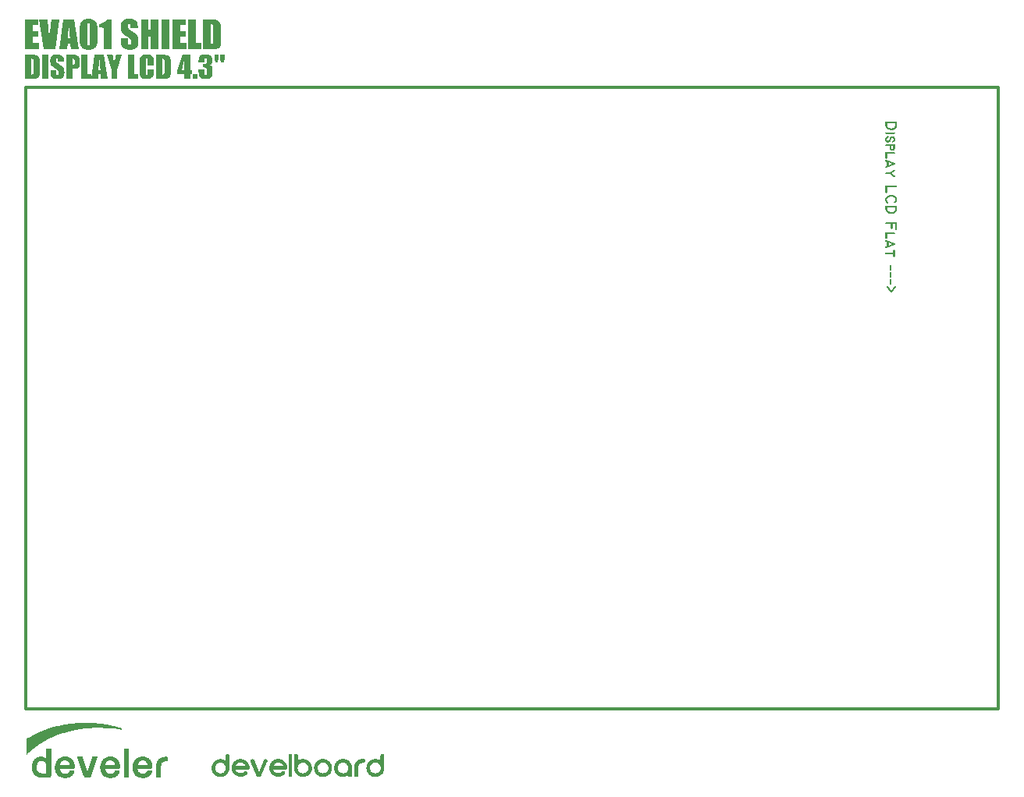
<source format=gto>
G04 Layer_Color=65535*
%FSLAX44Y44*%
%MOMM*%
G71*
G01*
G75*
%ADD32C,0.3000*%
G36*
X100928Y51893D02*
X100928Y51892D01*
X100928Y51893D01*
X100928Y51893D01*
D02*
G37*
G36*
X76586Y52215D02*
X76586Y52215D01*
X76589Y52216D01*
X76586Y52215D01*
D02*
G37*
G36*
X76594Y52218D02*
X76593Y52218D01*
X76594Y52218D01*
X76594Y52218D01*
D01*
D01*
D02*
G37*
G36*
X75241Y51409D02*
D01*
D01*
D01*
D02*
G37*
G36*
X75242Y51410D02*
X75245Y51411D01*
X75245D01*
X75242Y51410D01*
D02*
G37*
G36*
X100927Y51892D02*
X100927D01*
X100928Y51892D01*
X100927Y51892D01*
D02*
G37*
G36*
X76594Y52218D02*
X76596Y52219D01*
X76596D01*
X76594Y52218D01*
D02*
G37*
G36*
X108169Y54809D02*
X108169Y54809D01*
X108169Y54809D01*
X108169D01*
D02*
G37*
G36*
X81840Y55077D02*
X81840Y55077D01*
X81840Y55077D01*
X81840D01*
D02*
G37*
G36*
X81841Y55078D02*
X81841Y55078D01*
X81841Y55078D01*
X81841Y55077D01*
X81840Y55077D01*
X81840Y55077D01*
Y55077D01*
X81840Y55077D01*
X81840Y55077D01*
X81840Y55077D01*
Y55077D01*
X81840Y55077D01*
X81838Y55076D01*
X81838Y55076D01*
X81838Y55076D01*
X81839Y55076D01*
X81839Y55077D01*
X81839Y55077D01*
X81839Y55077D01*
X81839D01*
Y55077D01*
X81839Y55077D01*
X81839Y55077D01*
X81840Y55077D01*
X81840D01*
X81840Y55077D01*
X81839Y55077D01*
X81839Y55077D01*
D01*
X81839Y55077D01*
X81838Y55076D01*
X81838Y55076D01*
X81837Y55076D01*
X81837Y55076D01*
X81837Y55076D01*
X81837Y55076D01*
X81837D01*
D01*
X81838Y55076D01*
X81837Y55076D01*
D01*
X81837D01*
X81837Y55076D01*
Y55076D01*
X81837Y55076D01*
X81838Y55076D01*
X81838Y55076D01*
X81839Y55077D01*
X81839Y55077D01*
X81841Y55078D01*
D01*
X81841Y55078D01*
D02*
G37*
G36*
X103821Y53131D02*
X103820Y53130D01*
D01*
X103821Y53131D01*
X103821Y53131D01*
X103821Y53131D01*
D02*
G37*
G36*
X78774Y53458D02*
X78774Y53458D01*
X78774Y53458D01*
X78774Y53458D01*
D02*
G37*
G36*
X79526Y53868D02*
D01*
X79526Y53868D01*
X79526Y53868D01*
D02*
G37*
G36*
X204037Y793430D02*
X204287D01*
X204592Y793402D01*
X204898Y793374D01*
X205259Y793319D01*
X206036Y793180D01*
X206869Y792958D01*
X207674Y792680D01*
X208451Y792291D01*
X208479D01*
X208535Y792236D01*
X208646Y792180D01*
X208757Y792097D01*
X209090Y791847D01*
X209506Y791514D01*
X209923Y791098D01*
X210339Y790598D01*
X210728Y790043D01*
X210867Y789737D01*
X211005Y789432D01*
Y789404D01*
X211033Y789349D01*
X211061Y789238D01*
X211089Y789099D01*
X211144Y788932D01*
X211200Y788710D01*
X211255Y788432D01*
X211311Y788127D01*
X211366Y787766D01*
X211422Y787378D01*
X211477Y786933D01*
X211533Y786434D01*
X211561Y785906D01*
X211588Y785351D01*
X211616Y784740D01*
Y784074D01*
Y781631D01*
X204870D01*
Y786128D01*
Y786156D01*
Y786212D01*
Y786323D01*
Y786434D01*
Y786767D01*
X204842Y787156D01*
X204814Y787572D01*
X204787Y787988D01*
X204731Y788322D01*
X204676Y788460D01*
X204648Y788571D01*
Y788599D01*
X204592Y788655D01*
X204537Y788738D01*
X204454Y788821D01*
X204315Y788904D01*
X204148Y788988D01*
X203954Y789043D01*
X203704Y789071D01*
X203565D01*
X203426Y789043D01*
X203260Y788988D01*
X203093Y788932D01*
X202899Y788821D01*
X202760Y788655D01*
X202649Y788460D01*
Y788432D01*
X202621Y788349D01*
X202593Y788183D01*
X202566Y787933D01*
X202510Y787572D01*
Y787378D01*
X202482Y787128D01*
Y786878D01*
X202455Y786572D01*
Y786267D01*
Y785906D01*
Y773857D01*
Y773830D01*
Y773774D01*
Y773691D01*
Y773552D01*
Y773219D01*
X202482Y772830D01*
X202510Y772414D01*
X202538Y772025D01*
X202593Y771664D01*
X202621Y771498D01*
X202649Y771386D01*
Y771359D01*
X202705Y771303D01*
X202760Y771220D01*
X202871Y771109D01*
X202982Y770998D01*
X203176Y770915D01*
X203371Y770859D01*
X203648Y770831D01*
X203759D01*
X203898Y770859D01*
X204065Y770915D01*
X204204Y770970D01*
X204370Y771053D01*
X204509Y771192D01*
X204620Y771386D01*
Y771414D01*
X204648Y771525D01*
X204704Y771692D01*
X204759Y771942D01*
Y772108D01*
X204787Y772303D01*
X204814Y772525D01*
X204842Y772775D01*
Y773052D01*
X204870Y773385D01*
Y773719D01*
Y774107D01*
Y777383D01*
X211616D01*
Y776356D01*
Y776301D01*
Y776189D01*
Y775967D01*
Y775690D01*
X211588Y775384D01*
Y774996D01*
X211561Y774579D01*
X211533Y774135D01*
X211477Y773191D01*
X211366Y772247D01*
X211311Y771803D01*
X211228Y771359D01*
X211144Y770970D01*
X211033Y770637D01*
Y770609D01*
X211005Y770554D01*
X210978Y770470D01*
X210922Y770359D01*
X210756Y770054D01*
X210506Y769638D01*
X210173Y769193D01*
X209756Y768694D01*
X209478Y768444D01*
X209201Y768194D01*
X208895Y767944D01*
X208535Y767694D01*
X208507D01*
X208451Y767639D01*
X208340Y767583D01*
X208174Y767500D01*
X208007Y767417D01*
X207757Y767306D01*
X207507Y767195D01*
X207202Y767083D01*
X206869Y766945D01*
X206508Y766833D01*
X206119Y766722D01*
X205703Y766639D01*
X204759Y766500D01*
X204259Y766473D01*
X203732Y766445D01*
X203454D01*
X203232Y766473D01*
X202982D01*
X202705Y766500D01*
X202371Y766528D01*
X202010Y766584D01*
X201233Y766695D01*
X200428Y766889D01*
X199623Y767139D01*
X198846Y767500D01*
X198818D01*
X198762Y767555D01*
X198679Y767611D01*
X198540Y767694D01*
X198207Y767944D01*
X197818Y768277D01*
X197374Y768694D01*
X196986Y769221D01*
X196597Y769804D01*
X196458Y770137D01*
X196319Y770470D01*
Y770498D01*
X196292Y770554D01*
X196264Y770665D01*
X196236Y770831D01*
X196180Y771026D01*
X196125Y771275D01*
X196069Y771553D01*
X196014Y771886D01*
X195958Y772275D01*
X195903Y772691D01*
X195847Y773163D01*
X195792Y773691D01*
X195764Y774246D01*
X195736Y774857D01*
X195709Y775495D01*
Y776189D01*
Y783768D01*
Y783796D01*
Y783879D01*
Y784046D01*
Y784213D01*
Y784463D01*
Y784712D01*
X195736Y785018D01*
Y785323D01*
Y786017D01*
X195792Y786711D01*
X195819Y787350D01*
X195847Y787655D01*
X195875Y787933D01*
Y787961D01*
Y787988D01*
X195903Y788072D01*
X195931Y788183D01*
X195986Y788460D01*
X196097Y788793D01*
X196236Y789210D01*
X196430Y789682D01*
X196708Y790154D01*
X197013Y790654D01*
Y790681D01*
X197069Y790709D01*
X197180Y790876D01*
X197402Y791098D01*
X197707Y791403D01*
X198096Y791736D01*
X198540Y792069D01*
X199068Y792402D01*
X199651Y792708D01*
X199678D01*
X199734Y792736D01*
X199817Y792791D01*
X199956Y792819D01*
X200123Y792875D01*
X200289Y792958D01*
X200511Y793013D01*
X200761Y793097D01*
X201344Y793208D01*
X202010Y793346D01*
X202732Y793430D01*
X203537Y793457D01*
X203815D01*
X204037Y793430D01*
D02*
G37*
G36*
X171583Y776384D02*
Y767000D01*
X165337D01*
Y776384D01*
X160589Y792930D01*
X166752D01*
Y792902D01*
X166780Y792847D01*
Y792736D01*
X166808Y792597D01*
X166836Y792430D01*
X166891Y792208D01*
X166919Y791958D01*
X166975Y791709D01*
X167086Y791098D01*
X167225Y790376D01*
X167363Y789626D01*
X167502Y788793D01*
X167641Y787961D01*
X167808Y787100D01*
X167946Y786239D01*
X168057Y785406D01*
X168196Y784601D01*
X168279Y783879D01*
X168363Y783241D01*
X168391Y782936D01*
X168418Y782686D01*
Y782741D01*
X168446Y782880D01*
X168474Y783102D01*
X168529Y783435D01*
X168585Y783824D01*
X168668Y784324D01*
X168779Y784879D01*
X168862Y785518D01*
X169001Y786239D01*
X169140Y787017D01*
X169279Y787850D01*
X169473Y788766D01*
X169640Y789710D01*
X169862Y790737D01*
X170084Y791820D01*
X170306Y792930D01*
X176497D01*
X171583Y776384D01*
D02*
G37*
G36*
X281882Y788960D02*
X281133Y784601D01*
X277857D01*
X276996Y788960D01*
Y792930D01*
X281882D01*
Y788960D01*
D02*
G37*
G36*
X250955Y775967D02*
X252788D01*
Y771553D01*
X250955D01*
Y767000D01*
X244487D01*
Y771553D01*
X236797D01*
Y775967D01*
X242377Y792930D01*
X250955D01*
Y775967D01*
D02*
G37*
G36*
X258451Y767000D02*
X253565D01*
Y772275D01*
X258451D01*
Y767000D01*
D02*
G37*
G36*
X267835Y793402D02*
X268196Y793374D01*
X268640Y793346D01*
X269084Y793291D01*
X269584Y793208D01*
X270639Y792986D01*
X271166Y792847D01*
X271666Y792652D01*
X272138Y792458D01*
X272582Y792208D01*
X272999Y791931D01*
X273332Y791597D01*
X273359Y791570D01*
X273415Y791514D01*
X273498Y791403D01*
X273582Y791264D01*
X273720Y791070D01*
X273859Y790848D01*
X273998Y790598D01*
X274165Y790293D01*
X274331Y789959D01*
X274470Y789598D01*
X274609Y789182D01*
X274748Y788738D01*
X274831Y788238D01*
X274914Y787738D01*
X274970Y787183D01*
X274997Y786600D01*
Y786572D01*
Y786517D01*
Y786406D01*
Y786239D01*
X274970Y786073D01*
Y785851D01*
X274914Y785379D01*
X274858Y784851D01*
X274748Y784352D01*
X274581Y783852D01*
X274498Y783630D01*
X274387Y783435D01*
X274359Y783408D01*
X274275Y783269D01*
X274137Y783102D01*
X273915Y782852D01*
X273609Y782602D01*
X273276Y782297D01*
X272832Y781992D01*
X272304Y781686D01*
X272332D01*
X272360Y781659D01*
X272443Y781631D01*
X272554Y781603D01*
X272804Y781464D01*
X273137Y781298D01*
X273498Y781076D01*
X273859Y780798D01*
X274192Y780437D01*
X274498Y780048D01*
X274525Y779993D01*
X274581Y779910D01*
X274609Y779799D01*
X274664Y779660D01*
X274748Y779465D01*
X274803Y779243D01*
X274886Y778966D01*
X274942Y778660D01*
X274997Y778272D01*
X275081Y777855D01*
X275136Y777355D01*
X275192Y776800D01*
X275219Y776189D01*
X275247Y775523D01*
Y774773D01*
Y774746D01*
Y774635D01*
Y774468D01*
Y774274D01*
X275219Y773996D01*
Y773691D01*
X275192Y773358D01*
X275164Y772997D01*
X275081Y772247D01*
X274942Y771442D01*
X274775Y770665D01*
X274664Y770304D01*
X274525Y769971D01*
Y769943D01*
X274498Y769887D01*
X274442Y769804D01*
X274387Y769693D01*
X274220Y769388D01*
X273970Y769027D01*
X273637Y768610D01*
X273193Y768166D01*
X272693Y767750D01*
X272082Y767389D01*
X272055D01*
X271999Y767361D01*
X271916Y767306D01*
X271777Y767250D01*
X271610Y767195D01*
X271388Y767111D01*
X271166Y767028D01*
X270889Y766945D01*
X270583Y766861D01*
X270250Y766778D01*
X269889Y766695D01*
X269500Y766639D01*
X268640Y766528D01*
X267668Y766500D01*
X267363D01*
X267168Y766528D01*
X266891D01*
X266613Y766556D01*
X266280Y766584D01*
X265919Y766639D01*
X265142Y766750D01*
X264337Y766945D01*
X263559Y767195D01*
X263171Y767361D01*
X262838Y767528D01*
X262810D01*
X262754Y767583D01*
X262671Y767639D01*
X262560Y767722D01*
X262255Y767944D01*
X261894Y768222D01*
X261505Y768610D01*
X261116Y769027D01*
X260783Y769527D01*
X260644Y769776D01*
X260533Y770054D01*
Y770082D01*
X260506Y770137D01*
X260478Y770220D01*
X260450Y770359D01*
X260422Y770526D01*
X260367Y770720D01*
X260311Y770970D01*
X260283Y771275D01*
X260228Y771609D01*
X260172Y771970D01*
X260117Y772414D01*
X260089Y772886D01*
X260061Y773385D01*
X260033Y773968D01*
X260006Y774579D01*
Y775246D01*
Y777300D01*
X266474D01*
Y773080D01*
Y773052D01*
Y772997D01*
Y772914D01*
Y772802D01*
Y772525D01*
X266502Y772192D01*
X266530Y771803D01*
X266558Y771470D01*
X266613Y771164D01*
X266641Y771053D01*
X266669Y770942D01*
Y770915D01*
X266724Y770887D01*
X266780Y770804D01*
X266863Y770720D01*
X266974Y770637D01*
X267113Y770581D01*
X267307Y770526D01*
X267529Y770498D01*
X267640D01*
X267779Y770526D01*
X267946Y770581D01*
X268112Y770637D01*
X268279Y770720D01*
X268418Y770859D01*
X268529Y771053D01*
Y771081D01*
X268556Y771192D01*
X268612Y771359D01*
X268640Y771498D01*
X268668Y771664D01*
Y771831D01*
X268695Y772053D01*
X268723Y772303D01*
X268751Y772580D01*
Y772886D01*
X268779Y773247D01*
Y773635D01*
Y774080D01*
Y775856D01*
Y775884D01*
Y775912D01*
Y775995D01*
Y776106D01*
X268751Y776356D01*
X268723Y776689D01*
X268695Y777050D01*
X268640Y777411D01*
X268529Y777744D01*
X268418Y778049D01*
X268390Y778077D01*
X268362Y778160D01*
X268279Y778272D01*
X268168Y778410D01*
X268029Y778577D01*
X267862Y778716D01*
X267640Y778855D01*
X267418Y778938D01*
X267390D01*
X267279Y778966D01*
X267113Y779021D01*
X266863Y779049D01*
X266530Y779104D01*
X266086Y779160D01*
X265558Y779188D01*
X265253Y779215D01*
X264920D01*
Y782991D01*
X265669D01*
X266113Y783019D01*
X266613D01*
X267057Y783074D01*
X267279D01*
X267446Y783102D01*
X267613Y783130D01*
X267724Y783158D01*
X267751D01*
X267807Y783186D01*
X267918Y783241D01*
X268029Y783324D01*
X268168Y783408D01*
X268307Y783546D01*
X268418Y783713D01*
X268529Y783907D01*
Y783935D01*
X268556Y784018D01*
X268612Y784157D01*
X268668Y784379D01*
X268695Y784629D01*
X268751Y784962D01*
X268779Y785323D01*
Y785767D01*
Y787211D01*
Y787239D01*
Y787266D01*
Y787433D01*
X268751Y787655D01*
Y787933D01*
X268695Y788238D01*
X268640Y788516D01*
X268584Y788793D01*
X268473Y788988D01*
Y789016D01*
X268418Y789071D01*
X268251Y789210D01*
X268140Y789293D01*
X268001Y789377D01*
X267807Y789404D01*
X267613Y789432D01*
X267502D01*
X267390Y789404D01*
X267252Y789377D01*
X267085Y789321D01*
X266946Y789238D01*
X266807Y789127D01*
X266696Y788960D01*
Y788932D01*
X266669Y788877D01*
X266641Y788738D01*
X266585Y788544D01*
X266558Y788294D01*
X266502Y787961D01*
X266474Y787544D01*
Y787044D01*
Y784934D01*
X260006D01*
Y787128D01*
Y787183D01*
Y787294D01*
Y787489D01*
X260033Y787738D01*
X260061Y788016D01*
X260089Y788377D01*
X260145Y788738D01*
X260228Y789127D01*
X260422Y789959D01*
X260561Y790376D01*
X260728Y790792D01*
X260922Y791181D01*
X261144Y791542D01*
X261394Y791847D01*
X261699Y792125D01*
X261727Y792153D01*
X261782Y792180D01*
X261894Y792236D01*
X262032Y792319D01*
X262199Y792430D01*
X262421Y792541D01*
X262699Y792652D01*
X263004Y792791D01*
X263365Y792902D01*
X263754Y793013D01*
X264198Y793124D01*
X264698Y793235D01*
X265225Y793319D01*
X265808Y793374D01*
X266419Y793430D01*
X267529D01*
X267835Y793402D01*
D02*
G37*
G36*
X287962Y788960D02*
X287213Y784601D01*
X283937D01*
X283076Y788960D01*
Y792930D01*
X287962D01*
Y788960D01*
D02*
G37*
G36*
X79352Y38540D02*
X79352Y38540D01*
X79352Y38540D01*
X79352Y38540D01*
D02*
G37*
G36*
X83096Y41530D02*
X83096Y41530D01*
X83096Y41530D01*
X83096Y41530D01*
X83096Y41530D01*
D02*
G37*
G36*
X95735Y49401D02*
X95735Y49401D01*
X95736Y49401D01*
X95735Y49401D01*
D02*
G37*
G36*
X106980Y793430D02*
X107258Y793402D01*
X107536Y793374D01*
X107869Y793346D01*
X108563Y793235D01*
X109312Y793097D01*
X110062Y792875D01*
X110784Y792597D01*
X110812D01*
X110867Y792569D01*
X110950Y792514D01*
X111089Y792430D01*
X111395Y792264D01*
X111783Y792014D01*
X112200Y791709D01*
X112616Y791320D01*
X112977Y790931D01*
X113116Y790681D01*
X113255Y790459D01*
Y790431D01*
X113282Y790404D01*
X113310Y790320D01*
X113338Y790209D01*
X113394Y790070D01*
X113449Y789904D01*
X113505Y789682D01*
X113560Y789432D01*
X113616Y789154D01*
X113671Y788821D01*
X113727Y788460D01*
X113782Y788072D01*
X113810Y787627D01*
X113838Y787156D01*
X113865Y786628D01*
Y786073D01*
Y785073D01*
X107619D01*
Y786989D01*
Y787017D01*
Y787044D01*
Y787211D01*
Y787433D01*
X107591Y787711D01*
X107563Y787988D01*
X107508Y788266D01*
X107452Y788516D01*
X107369Y788682D01*
Y788710D01*
X107314Y788738D01*
X107175Y788877D01*
X106925Y789016D01*
X106758Y789043D01*
X106564Y789071D01*
X106453D01*
X106342Y789043D01*
X106203Y789016D01*
X106064Y788960D01*
X105898Y788849D01*
X105759Y788738D01*
X105620Y788571D01*
Y788544D01*
X105565Y788488D01*
X105537Y788349D01*
X105481Y788183D01*
X105426Y787988D01*
X105370Y787711D01*
X105343Y787405D01*
X105315Y787044D01*
Y786989D01*
Y786822D01*
X105343Y786600D01*
X105370Y786323D01*
X105398Y786017D01*
X105454Y785684D01*
X105537Y785379D01*
X105648Y785101D01*
X105676Y785073D01*
X105731Y784990D01*
X105842Y784851D01*
X106009Y784657D01*
X106259Y784435D01*
X106592Y784157D01*
X107036Y783852D01*
X107286Y783685D01*
X107563Y783519D01*
X107619Y783491D01*
X107758Y783408D01*
X107980Y783269D01*
X108285Y783074D01*
X108646Y782852D01*
X109063Y782575D01*
X109479Y782297D01*
X109951Y781964D01*
X110923Y781270D01*
X111395Y780909D01*
X111839Y780548D01*
X112283Y780187D01*
X112644Y779826D01*
X112977Y779465D01*
X113227Y779132D01*
X113255Y779104D01*
X113282Y779049D01*
X113338Y778938D01*
X113421Y778799D01*
X113505Y778605D01*
X113616Y778383D01*
X113727Y778105D01*
X113838Y777800D01*
X113949Y777439D01*
X114032Y777022D01*
X114143Y776578D01*
X114226Y776078D01*
X114310Y775523D01*
X114365Y774940D01*
X114421Y774302D01*
Y773607D01*
Y773580D01*
Y773496D01*
Y773330D01*
Y773163D01*
X114393Y772914D01*
Y772664D01*
X114338Y772053D01*
X114254Y771386D01*
X114143Y770720D01*
X113977Y770082D01*
X113865Y769776D01*
X113755Y769527D01*
Y769499D01*
X113727Y769471D01*
X113616Y769304D01*
X113449Y769054D01*
X113199Y768777D01*
X112866Y768416D01*
X112422Y768055D01*
X111894Y767694D01*
X111589Y767500D01*
X111256Y767333D01*
X111228D01*
X111173Y767306D01*
X111062Y767250D01*
X110923Y767195D01*
X110756Y767139D01*
X110534Y767056D01*
X110284Y766972D01*
X110007Y766889D01*
X109701Y766806D01*
X109396Y766722D01*
X108646Y766584D01*
X107813Y766473D01*
X106925Y766445D01*
X106675D01*
X106481Y766473D01*
X106231D01*
X105981Y766500D01*
X105676Y766528D01*
X105343Y766584D01*
X104621Y766695D01*
X103843Y766861D01*
X103066Y767111D01*
X102317Y767444D01*
X102289D01*
X102233Y767500D01*
X102150Y767555D01*
X102011Y767639D01*
X101678Y767861D01*
X101289Y768166D01*
X100873Y768527D01*
X100456Y768971D01*
X100096Y769499D01*
X99957Y769776D01*
X99818Y770054D01*
Y770082D01*
X99790Y770137D01*
X99762Y770220D01*
X99735Y770359D01*
X99679Y770498D01*
X99623Y770720D01*
X99568Y770942D01*
X99540Y771220D01*
X99485Y771525D01*
X99429Y771859D01*
X99374Y772219D01*
X99318Y772608D01*
X99290Y773052D01*
X99263Y773524D01*
X99235Y774024D01*
Y774551D01*
Y776273D01*
X105481D01*
Y773108D01*
Y773080D01*
Y773052D01*
Y772886D01*
X105509Y772608D01*
Y772330D01*
X105537Y771997D01*
X105592Y771692D01*
X105648Y771414D01*
X105731Y771220D01*
X105759Y771192D01*
X105787Y771164D01*
X105842Y771109D01*
X105953Y771026D01*
X106092Y770942D01*
X106259Y770887D01*
X106453Y770859D01*
X106675Y770831D01*
X106786D01*
X106897Y770859D01*
X107064Y770887D01*
X107203Y770970D01*
X107369Y771053D01*
X107536Y771192D01*
X107675Y771359D01*
X107702Y771386D01*
X107730Y771470D01*
X107786Y771581D01*
X107841Y771748D01*
X107897Y771970D01*
X107952Y772247D01*
X108008Y772553D01*
Y772914D01*
Y772941D01*
Y773025D01*
Y773136D01*
Y773274D01*
X107980Y773469D01*
Y773691D01*
X107924Y774163D01*
X107841Y774662D01*
X107730Y775162D01*
X107591Y775579D01*
X107480Y775773D01*
X107369Y775912D01*
X107341Y775939D01*
X107230Y776051D01*
X107036Y776217D01*
X106897Y776328D01*
X106731Y776467D01*
X106536Y776634D01*
X106314Y776800D01*
X106064Y776994D01*
X105759Y777189D01*
X105426Y777439D01*
X105065Y777689D01*
X104649Y777966D01*
X104204Y778272D01*
X104177Y778299D01*
X104093Y778355D01*
X103982Y778438D01*
X103816Y778549D01*
X103594Y778688D01*
X103371Y778827D01*
X102844Y779188D01*
X102289Y779604D01*
X101734Y779993D01*
X101262Y780381D01*
X101039Y780548D01*
X100873Y780687D01*
X100845Y780715D01*
X100734Y780826D01*
X100595Y780992D01*
X100401Y781242D01*
X100206Y781520D01*
X99984Y781881D01*
X99762Y782297D01*
X99540Y782769D01*
Y782797D01*
X99513Y782825D01*
X99485Y782908D01*
X99457Y783019D01*
X99374Y783297D01*
X99290Y783685D01*
X99179Y784185D01*
X99096Y784768D01*
X99040Y785434D01*
X99013Y786156D01*
Y786184D01*
Y786295D01*
Y786434D01*
Y786656D01*
X99040Y786878D01*
Y787183D01*
X99068Y787489D01*
X99096Y787822D01*
X99207Y788516D01*
X99318Y789238D01*
X99513Y789932D01*
X99623Y790237D01*
X99762Y790515D01*
Y790543D01*
X99790Y790570D01*
X99901Y790737D01*
X100096Y790987D01*
X100345Y791320D01*
X100679Y791653D01*
X101123Y792014D01*
X101622Y792375D01*
X102205Y792680D01*
X102233D01*
X102289Y792708D01*
X102372Y792763D01*
X102511Y792791D01*
X102677Y792875D01*
X102872Y792930D01*
X103094Y792986D01*
X103371Y793069D01*
X103649Y793152D01*
X103954Y793208D01*
X104676Y793346D01*
X105454Y793430D01*
X106314Y793457D01*
X106758D01*
X106980Y793430D01*
D02*
G37*
G36*
X73334Y32767D02*
Y32767D01*
X73334Y32768D01*
X73334Y32767D01*
D02*
G37*
G36*
X76852Y36311D02*
X76852D01*
X76852Y36311D01*
Y36311D01*
D02*
G37*
G36*
X86167Y57139D02*
D01*
X86167Y57139D01*
X86167Y57138D01*
X86166Y57138D01*
X86167Y57139D01*
X86167Y57139D01*
X86167Y57139D01*
D02*
G37*
G36*
X89046Y58379D02*
X89046Y58378D01*
X89046Y58379D01*
X89046Y58379D01*
D02*
G37*
G36*
X89047Y58379D02*
X89046Y58379D01*
X89047Y58379D01*
X89047Y58379D01*
X89047Y58379D01*
X89047Y58379D01*
D01*
D01*
D02*
G37*
G36*
X86163Y57137D02*
D01*
X86163D01*
X86163Y57137D01*
X86163Y57137D01*
D01*
X86163Y57137D01*
X86164Y57137D01*
X86164Y57137D01*
X86163Y57137D01*
D02*
G37*
G36*
X86166Y57138D02*
X86166Y57138D01*
X86166D01*
X86166Y57138D01*
X86166Y57138D01*
D02*
G37*
G36*
X86166Y57138D02*
X86166D01*
X86166Y57138D01*
X86166Y57138D01*
D02*
G37*
G36*
X89048Y58379D02*
X89048Y58379D01*
X89048Y58379D01*
X89047Y58379D01*
X89047Y58379D01*
X89048Y58379D01*
X89048Y58379D01*
D02*
G37*
G36*
X91088Y59198D02*
X91089Y59198D01*
X91089Y59198D01*
X91088Y59198D01*
D02*
G37*
G36*
X91089Y59199D02*
X91089Y59198D01*
X91089Y59199D01*
D01*
D02*
G37*
G36*
X91091Y59200D02*
X91091Y59200D01*
X91091Y59200D01*
X91092Y59200D01*
X91091Y59200D01*
D02*
G37*
G36*
X90064Y58793D02*
X90064D01*
X90064D01*
D01*
D02*
G37*
G36*
X90066Y58794D02*
Y58794D01*
Y58794D01*
D01*
X90066Y58794D01*
X90066Y58794D01*
X90066Y58794D01*
D02*
G37*
G36*
X90066Y58794D02*
X90066Y58794D01*
D01*
X90066Y58794D01*
X90066Y58794D01*
X90066Y58794D01*
X90066Y58794D01*
D02*
G37*
G36*
X82677Y55496D02*
X82677D01*
X82677D01*
X82677D01*
D02*
G37*
G36*
X82678Y55496D02*
X82678Y55496D01*
X82678Y55496D01*
Y55496D01*
D02*
G37*
G36*
X82680Y55497D02*
X82679Y55497D01*
Y55497D01*
X82680Y55497D01*
X82680D01*
X82680Y55497D01*
D02*
G37*
G36*
X81842Y55078D02*
X81842Y55078D01*
X81842Y55078D01*
X81842Y55078D01*
D02*
G37*
G36*
X81842Y55078D02*
X81842Y55078D01*
X81842Y55078D01*
X81841Y55078D01*
X81841Y55078D01*
X81841Y55078D01*
D01*
X81842Y55078D01*
X81842Y55078D01*
D02*
G37*
G36*
X82677Y55496D02*
X82677D01*
X82677Y55496D01*
X82677D01*
X82677Y55496D01*
Y55496D01*
D02*
G37*
G36*
X83522Y55908D02*
X83519Y55907D01*
X83517Y55906D01*
X83513Y55904D01*
X83514Y55904D01*
X83516Y55906D01*
X83519Y55907D01*
X83521Y55908D01*
X83522Y55909D01*
X83523Y55909D01*
X83522Y55908D01*
D02*
G37*
G36*
X84378Y56316D02*
D01*
D01*
D01*
D02*
G37*
G36*
D02*
X84378Y56316D01*
X84378Y56317D01*
X84379Y56317D01*
X84378Y56316D01*
D02*
G37*
G36*
X84379Y56317D02*
X84379Y56317D01*
X84379Y56317D01*
X84379Y56317D01*
D02*
G37*
G36*
X83523Y55909D02*
X83523D01*
X83524Y55909D01*
X83524Y55909D01*
X83523Y55909D01*
D02*
G37*
G36*
X84375Y56315D02*
D01*
X84375D01*
X84375Y56315D01*
Y56315D01*
X84375Y56315D01*
X84376Y56315D01*
X84376Y56316D01*
X84376Y56316D01*
X84376Y56316D01*
X84377Y56316D01*
X84375Y56315D01*
D02*
G37*
G36*
X84377Y56316D02*
X84377Y56316D01*
X84377Y56316D01*
X84377Y56316D01*
X84377Y56316D01*
D02*
G37*
G36*
X220695Y792902D02*
X221194D01*
X221722Y792875D01*
X222832Y792819D01*
X223943Y792736D01*
X224442Y792680D01*
X224914Y792625D01*
X225331Y792541D01*
X225692Y792458D01*
X225719D01*
X225775Y792430D01*
X225858Y792402D01*
X225969Y792375D01*
X226275Y792264D01*
X226663Y792097D01*
X227080Y791903D01*
X227524Y791653D01*
X227940Y791348D01*
X228301Y790987D01*
X228329Y790931D01*
X228440Y790820D01*
X228607Y790598D01*
X228773Y790320D01*
X228968Y789987D01*
X229134Y789598D01*
X229301Y789154D01*
X229412Y788710D01*
Y788682D01*
Y788655D01*
X229440Y788571D01*
Y788460D01*
X229467Y788322D01*
X229495Y788127D01*
X229523Y787905D01*
X229551Y787627D01*
Y787322D01*
X229578Y786961D01*
X229606Y786545D01*
X229634Y786100D01*
Y785601D01*
X229662Y785045D01*
Y784435D01*
Y783768D01*
Y774690D01*
Y774662D01*
Y774551D01*
Y774357D01*
Y774135D01*
Y773830D01*
X229634Y773524D01*
Y773163D01*
Y772802D01*
X229578Y771997D01*
X229523Y771248D01*
X229495Y770887D01*
X229440Y770554D01*
X229384Y770248D01*
X229328Y769998D01*
X229301Y769943D01*
X229273Y769804D01*
X229190Y769582D01*
X229051Y769332D01*
X228912Y769027D01*
X228690Y768721D01*
X228440Y768444D01*
X228162Y768166D01*
X228135Y768138D01*
X228024Y768055D01*
X227857Y767944D01*
X227607Y767805D01*
X227302Y767666D01*
X226969Y767500D01*
X226580Y767361D01*
X226136Y767250D01*
X226080D01*
X225997Y767222D01*
X225914D01*
X225775Y767195D01*
X225636Y767167D01*
X225442Y767139D01*
X225247D01*
X224998Y767111D01*
X224720Y767083D01*
X224442Y767056D01*
X224109Y767028D01*
X223748D01*
X223387Y767000D01*
X214032D01*
Y792930D01*
X220250D01*
X220695Y792902D01*
D02*
G37*
G36*
X459703Y33994D02*
X459911Y33952D01*
X460119Y33869D01*
X460411Y33786D01*
X460619Y33619D01*
X460869Y33411D01*
X460911Y33369D01*
X460952Y33286D01*
X461077Y33161D01*
X461202Y32994D01*
X461410Y32536D01*
X461452Y32286D01*
X461494Y31994D01*
Y18581D01*
Y18539D01*
Y18498D01*
Y18248D01*
X461452Y17873D01*
X461410Y17373D01*
X461286Y16790D01*
X461161Y16123D01*
X460952Y15457D01*
X460702Y14790D01*
X460661Y14707D01*
X460577Y14499D01*
X460411Y14166D01*
X460161Y13749D01*
X459869Y13291D01*
X459494Y12749D01*
X459078Y12208D01*
X458619Y11708D01*
X458578Y11666D01*
X458411Y11500D01*
X458120Y11250D01*
X457745Y10958D01*
X457286Y10625D01*
X456787Y10292D01*
X456203Y9958D01*
X455537Y9667D01*
X455454Y9625D01*
X455245Y9542D01*
X454870Y9417D01*
X454412Y9292D01*
X453829Y9167D01*
X453204Y9042D01*
X452496Y8959D01*
X451746Y8917D01*
X451413D01*
X451038Y8959D01*
X450538Y9000D01*
X449955Y9083D01*
X449289Y9208D01*
X448622Y9375D01*
X447956Y9625D01*
X447872Y9667D01*
X447664Y9750D01*
X447331Y9917D01*
X446914Y10166D01*
X446414Y10458D01*
X445873Y10833D01*
X445331Y11250D01*
X444831Y11708D01*
X444790Y11749D01*
X444623Y11958D01*
X444373Y12208D01*
X444082Y12583D01*
X443748Y13041D01*
X443415Y13582D01*
X443082Y14166D01*
X442749Y14790D01*
Y14832D01*
X442707Y14874D01*
X442624Y15124D01*
X442499Y15457D01*
X442374Y15957D01*
X442249Y16498D01*
X442124Y17165D01*
X442040Y17831D01*
X441999Y18581D01*
Y18623D01*
Y18664D01*
Y18914D01*
X442040Y19289D01*
X442082Y19789D01*
X442165Y20372D01*
X442332Y21039D01*
X442499Y21705D01*
X442749Y22372D01*
Y22413D01*
X442790Y22455D01*
X442873Y22663D01*
X443040Y22997D01*
X443290Y23413D01*
X443582Y23913D01*
X443957Y24413D01*
X444373Y24954D01*
X444831Y25454D01*
X444873Y25496D01*
X445081Y25663D01*
X445331Y25912D01*
X445706Y26204D01*
X446164Y26537D01*
X446706Y26912D01*
X447289Y27246D01*
X447956Y27537D01*
X447997D01*
X448039Y27579D01*
X448289Y27662D01*
X448622Y27787D01*
X449122Y27954D01*
X449664Y28079D01*
X450330Y28204D01*
X450997Y28287D01*
X451746Y28328D01*
X452038D01*
X452371Y28287D01*
X452829Y28245D01*
X453329Y28204D01*
X453871Y28079D01*
X454412Y27954D01*
X454995Y27745D01*
X455079Y27704D01*
X455245Y27662D01*
X455537Y27537D01*
X455870Y27370D01*
X456203Y27162D01*
X456578Y26912D01*
X456953Y26621D01*
X457245Y26287D01*
Y31994D01*
Y32036D01*
Y32119D01*
X457286Y32286D01*
X457328Y32494D01*
X457411Y32702D01*
X457495Y32952D01*
X457661Y33202D01*
X457870Y33411D01*
X457911Y33452D01*
X457995Y33494D01*
X458120Y33619D01*
X458328Y33744D01*
X458786Y33952D01*
X459078Y33994D01*
X459369Y34035D01*
X459536D01*
X459703Y33994D01*
D02*
G37*
G36*
X1015720Y541749D02*
X1015817Y541736D01*
X1015914Y541708D01*
X1016025Y541652D01*
X1016150Y541597D01*
X1016261Y541514D01*
X1016275Y541500D01*
X1016303Y541472D01*
X1016358Y541417D01*
X1016414Y541333D01*
X1016469Y541250D01*
X1016525Y541139D01*
X1016552Y541014D01*
X1016566Y540890D01*
Y540876D01*
Y540834D01*
X1016552Y540779D01*
X1016538Y540709D01*
X1016483Y540543D01*
X1016441Y540446D01*
X1016372Y540363D01*
X1012087Y534898D01*
X1012073Y534885D01*
X1012031Y534829D01*
X1011962Y534774D01*
X1011879Y534690D01*
X1011782Y534621D01*
X1011685Y534552D01*
X1011560Y534496D01*
X1011449Y534469D01*
X1011379D01*
X1011296Y534482D01*
X1011199Y534510D01*
X1011088Y534552D01*
X1010963Y534621D01*
X1010825Y534704D01*
X1010700Y534843D01*
X1006165Y540349D01*
X1006151Y540363D01*
X1006137Y540390D01*
X1006109Y540446D01*
X1006068Y540515D01*
X1005999Y540682D01*
X1005985Y540779D01*
X1005971Y540890D01*
Y540904D01*
Y540945D01*
X1005985Y541014D01*
X1006012Y541098D01*
X1006040Y541195D01*
X1006096Y541292D01*
X1006165Y541403D01*
X1006262Y541500D01*
X1006276Y541514D01*
X1006318Y541541D01*
X1006373Y541583D01*
X1006456Y541625D01*
X1006553Y541666D01*
X1006678Y541708D01*
X1006803Y541736D01*
X1006928Y541749D01*
X1006997D01*
X1007080Y541736D01*
X1007177Y541708D01*
X1007302Y541666D01*
X1007413Y541597D01*
X1007538Y541514D01*
X1007663Y541403D01*
X1011338Y536854D01*
X1014860Y541389D01*
X1014874Y541403D01*
X1014916Y541444D01*
X1014985Y541514D01*
X1015069Y541569D01*
X1015179Y541638D01*
X1015304Y541708D01*
X1015443Y541749D01*
X1015595Y541763D01*
X1015651D01*
X1015720Y541749D01*
D02*
G37*
G36*
X1010478Y549349D02*
X1010617Y549322D01*
X1010797Y549252D01*
X1010963Y549141D01*
X1011033Y549072D01*
X1011116Y548989D01*
X1011171Y548878D01*
X1011213Y548753D01*
X1011241Y548614D01*
X1011255Y548462D01*
Y544190D01*
Y544176D01*
Y544149D01*
Y544107D01*
X1011241Y544038D01*
X1011199Y543885D01*
X1011144Y543719D01*
X1011033Y543539D01*
X1010949Y543469D01*
X1010866Y543400D01*
X1010755Y543330D01*
X1010631Y543289D01*
X1010492Y543261D01*
X1010325Y543247D01*
X1010242D01*
X1010187Y543261D01*
X1010034Y543303D01*
X1009868Y543358D01*
X1009701Y543483D01*
X1009618Y543552D01*
X1009549Y543649D01*
X1009493Y543746D01*
X1009452Y543885D01*
X1009424Y544024D01*
X1009410Y544190D01*
Y548462D01*
Y548476D01*
Y548503D01*
Y548545D01*
X1009424Y548601D01*
X1009466Y548753D01*
X1009521Y548906D01*
X1009632Y549072D01*
X1009701Y549155D01*
X1009799Y549225D01*
X1009895Y549280D01*
X1010020Y549322D01*
X1010159Y549349D01*
X1010325Y549363D01*
X1010409D01*
X1010478Y549349D01*
D02*
G37*
G36*
X359812Y34077D02*
X360020Y34035D01*
X360520Y33869D01*
X360770Y33744D01*
X360978Y33535D01*
X361020Y33494D01*
X361061Y33452D01*
X361144Y33327D01*
X361269Y33161D01*
X361478Y32702D01*
X361519Y32452D01*
X361561Y32119D01*
Y9000D01*
X357437D01*
Y32119D01*
Y32161D01*
Y32286D01*
X357479Y32411D01*
X357520Y32619D01*
X357604Y32869D01*
X357687Y33077D01*
X357854Y33327D01*
X358062Y33535D01*
X358104Y33577D01*
X358187Y33619D01*
X358312Y33702D01*
X358479Y33827D01*
X358937Y34035D01*
X359187Y34077D01*
X359478Y34119D01*
X359645D01*
X359812Y34077D01*
D02*
G37*
G36*
X332693Y28204D02*
X332943Y28162D01*
X333277Y28037D01*
X333318D01*
X333402Y27995D01*
X333652Y27829D01*
X333985Y27579D01*
X334318Y27204D01*
Y27162D01*
X334360Y27120D01*
X334526Y26871D01*
X334651Y26537D01*
X334693Y26079D01*
Y26037D01*
X334651Y25871D01*
X334610Y25621D01*
X334485Y25329D01*
X327653Y9000D01*
X323321D01*
X316489Y25329D01*
X316448Y25413D01*
X316406Y25579D01*
X316364Y25829D01*
X316323Y26079D01*
Y26121D01*
Y26204D01*
Y26329D01*
X316364Y26496D01*
X316448Y26871D01*
X316656Y27246D01*
Y27287D01*
X316739Y27329D01*
X316947Y27537D01*
X317239Y27829D01*
X317697Y28079D01*
X317781Y28120D01*
X317947Y28162D01*
X318197Y28204D01*
X318447Y28245D01*
X318697D01*
X318864Y28204D01*
X319238Y28079D01*
X319655Y27870D01*
X319697D01*
X319738Y27787D01*
X319947Y27620D01*
X320238Y27287D01*
X320488Y26871D01*
X325487Y14166D01*
X330486Y26871D01*
Y26912D01*
X330527Y26995D01*
X330736Y27246D01*
X330985Y27537D01*
X331319Y27870D01*
X331360D01*
X331402Y27912D01*
X331652Y28079D01*
X332027Y28204D01*
X332485Y28245D01*
X332527D01*
X332693Y28204D01*
D02*
G37*
G36*
X291704Y33994D02*
X291912Y33952D01*
X292120Y33869D01*
X292412Y33786D01*
X292620Y33619D01*
X292870Y33411D01*
X292912Y33369D01*
X292954Y33286D01*
X293079Y33161D01*
X293204Y32994D01*
X293412Y32536D01*
X293454Y32286D01*
X293495Y31994D01*
Y18581D01*
Y18539D01*
Y18498D01*
Y18248D01*
X293454Y17873D01*
X293412Y17373D01*
X293287Y16790D01*
X293162Y16123D01*
X292954Y15457D01*
X292704Y14790D01*
X292662Y14707D01*
X292579Y14499D01*
X292412Y14166D01*
X292162Y13749D01*
X291870Y13291D01*
X291496Y12749D01*
X291079Y12208D01*
X290621Y11708D01*
X290579Y11666D01*
X290413Y11500D01*
X290121Y11250D01*
X289746Y10958D01*
X289288Y10625D01*
X288788Y10292D01*
X288205Y9958D01*
X287538Y9667D01*
X287455Y9625D01*
X287247Y9542D01*
X286872Y9417D01*
X286414Y9292D01*
X285830Y9167D01*
X285206Y9042D01*
X284497Y8959D01*
X283748Y8917D01*
X283414D01*
X283039Y8959D01*
X282540Y9000D01*
X281956Y9083D01*
X281290Y9208D01*
X280623Y9375D01*
X279957Y9625D01*
X279874Y9667D01*
X279665Y9750D01*
X279332Y9917D01*
X278916Y10166D01*
X278416Y10458D01*
X277874Y10833D01*
X277333Y11250D01*
X276833Y11708D01*
X276791Y11749D01*
X276624Y11958D01*
X276374Y12208D01*
X276083Y12583D01*
X275750Y13041D01*
X275416Y13582D01*
X275083Y14166D01*
X274750Y14790D01*
Y14832D01*
X274708Y14874D01*
X274625Y15124D01*
X274500Y15457D01*
X274375Y15957D01*
X274250Y16498D01*
X274125Y17165D01*
X274042Y17831D01*
X274000Y18581D01*
Y18623D01*
Y18664D01*
Y18914D01*
X274042Y19289D01*
X274083Y19789D01*
X274167Y20372D01*
X274333Y21039D01*
X274500Y21705D01*
X274750Y22372D01*
Y22413D01*
X274792Y22455D01*
X274875Y22663D01*
X275042Y22997D01*
X275291Y23413D01*
X275583Y23913D01*
X275958Y24413D01*
X276374Y24954D01*
X276833Y25454D01*
X276874Y25496D01*
X277083Y25663D01*
X277333Y25912D01*
X277708Y26204D01*
X278166Y26537D01*
X278707Y26912D01*
X279290Y27246D01*
X279957Y27537D01*
X279999D01*
X280040Y27579D01*
X280290Y27662D01*
X280623Y27787D01*
X281123Y27954D01*
X281665Y28079D01*
X282331Y28204D01*
X282998Y28287D01*
X283748Y28328D01*
X284039D01*
X284373Y28287D01*
X284831Y28245D01*
X285331Y28204D01*
X285872Y28079D01*
X286414Y27954D01*
X286997Y27745D01*
X287080Y27704D01*
X287247Y27662D01*
X287538Y27537D01*
X287872Y27370D01*
X288205Y27162D01*
X288580Y26912D01*
X288955Y26621D01*
X289246Y26287D01*
Y31994D01*
Y32036D01*
Y32119D01*
X289288Y32286D01*
X289329Y32494D01*
X289413Y32702D01*
X289496Y32952D01*
X289663Y33202D01*
X289871Y33411D01*
X289913Y33452D01*
X289996Y33494D01*
X290121Y33619D01*
X290329Y33744D01*
X290788Y33952D01*
X291079Y33994D01*
X291371Y34035D01*
X291537D01*
X291704Y33994D01*
D02*
G37*
G36*
X1010478Y556963D02*
X1010617Y556935D01*
X1010797Y556866D01*
X1010963Y556755D01*
X1011033Y556686D01*
X1011116Y556603D01*
X1011171Y556492D01*
X1011213Y556367D01*
X1011241Y556228D01*
X1011255Y556076D01*
Y551804D01*
Y551790D01*
Y551762D01*
Y551721D01*
X1011241Y551651D01*
X1011199Y551499D01*
X1011144Y551333D01*
X1011033Y551152D01*
X1010949Y551083D01*
X1010866Y551014D01*
X1010755Y550944D01*
X1010631Y550903D01*
X1010492Y550875D01*
X1010325Y550861D01*
X1010242D01*
X1010187Y550875D01*
X1010034Y550916D01*
X1009868Y550972D01*
X1009701Y551097D01*
X1009618Y551166D01*
X1009549Y551263D01*
X1009493Y551360D01*
X1009452Y551499D01*
X1009424Y551638D01*
X1009410Y551804D01*
Y556076D01*
Y556089D01*
Y556117D01*
Y556159D01*
X1009424Y556214D01*
X1009466Y556367D01*
X1009521Y556519D01*
X1009632Y556686D01*
X1009701Y556769D01*
X1009799Y556838D01*
X1009895Y556894D01*
X1010020Y556935D01*
X1010159Y556963D01*
X1010325Y556977D01*
X1010409D01*
X1010478Y556963D01*
D02*
G37*
G36*
X1014597Y600080D02*
X1014750Y600052D01*
X1014916Y599983D01*
X1015096Y599872D01*
X1015165Y599803D01*
X1015235Y599719D01*
X1015304Y599608D01*
X1015346Y599484D01*
X1015374Y599345D01*
X1015387Y599192D01*
Y599179D01*
Y599151D01*
Y599109D01*
X1015374Y599054D01*
X1015332Y598901D01*
X1015276Y598735D01*
X1015152Y598582D01*
X1015082Y598499D01*
X1014985Y598430D01*
X1014888Y598374D01*
X1014750Y598332D01*
X1014611Y598305D01*
X1014444Y598291D01*
X1006858D01*
Y594006D01*
Y593992D01*
Y593964D01*
Y593922D01*
X1006844Y593853D01*
X1006803Y593700D01*
X1006747Y593534D01*
X1006637Y593354D01*
X1006553Y593284D01*
X1006470Y593215D01*
X1006359Y593146D01*
X1006234Y593104D01*
X1006096Y593076D01*
X1005929Y593063D01*
X1005846D01*
X1005790Y593076D01*
X1005638Y593118D01*
X1005471Y593173D01*
X1005291Y593298D01*
X1005222Y593368D01*
X1005153Y593465D01*
X1005083Y593562D01*
X1005042Y593700D01*
X1005014Y593839D01*
X1005000Y594006D01*
Y600094D01*
X1014528D01*
X1014597Y600080D01*
D02*
G37*
G36*
X1017606Y603339D02*
Y603325D01*
Y603297D01*
Y603256D01*
X1017592Y603186D01*
X1017551Y603034D01*
X1017495Y602868D01*
X1017371Y602687D01*
X1017301Y602618D01*
X1017204Y602548D01*
X1017107Y602479D01*
X1016968Y602438D01*
X1016830Y602410D01*
X1016663Y602396D01*
X1016580D01*
X1016511Y602410D01*
X1016372Y602451D01*
X1016192Y602507D01*
X1016025Y602632D01*
X1015942Y602701D01*
X1015873Y602798D01*
X1015804Y602895D01*
X1015762Y603034D01*
X1015734Y603173D01*
X1015720Y603339D01*
Y609067D01*
X1012850D01*
Y604726D01*
Y604712D01*
Y604684D01*
Y604643D01*
X1012836Y604573D01*
X1012794Y604435D01*
X1012739Y604254D01*
X1012614Y604088D01*
X1012544Y604019D01*
X1012447Y603935D01*
X1012350Y603880D01*
X1012212Y603838D01*
X1012073Y603811D01*
X1011907Y603797D01*
X1011823D01*
X1011754Y603811D01*
X1011615Y603852D01*
X1011435Y603908D01*
X1011268Y604019D01*
X1011185Y604102D01*
X1011116Y604185D01*
X1011047Y604296D01*
X1011005Y604421D01*
X1010977Y604559D01*
X1010963Y604726D01*
Y609067D01*
X1005763D01*
X1005693Y609081D01*
X1005541Y609122D01*
X1005374Y609178D01*
X1005194Y609289D01*
X1005111Y609372D01*
X1005042Y609455D01*
X1004972Y609566D01*
X1004931Y609691D01*
X1004903Y609829D01*
X1004889Y609996D01*
Y610010D01*
Y610037D01*
Y610079D01*
X1004903Y610135D01*
X1004945Y610287D01*
X1005014Y610453D01*
X1005055Y610537D01*
X1005125Y610620D01*
X1005194Y610703D01*
X1005291Y610773D01*
X1005402Y610828D01*
X1005527Y610870D01*
X1005679Y610897D01*
X1005846Y610911D01*
X1017606D01*
Y603339D01*
D02*
G37*
G36*
X1017634Y625750D02*
Y625723D01*
Y625653D01*
X1017620Y625542D01*
X1017606Y625390D01*
X1017592Y625210D01*
X1017565Y625001D01*
X1017523Y624766D01*
X1017454Y624502D01*
X1017384Y624225D01*
X1017287Y623934D01*
X1017177Y623629D01*
X1017038Y623323D01*
X1016885Y623018D01*
X1016691Y622713D01*
X1016483Y622408D01*
X1016233Y622117D01*
X1016219Y622103D01*
X1016164Y622034D01*
X1016067Y621950D01*
X1015928Y621839D01*
X1015762Y621701D01*
X1015554Y621548D01*
X1015318Y621382D01*
X1015041Y621215D01*
X1014736Y621049D01*
X1014403Y620883D01*
X1014028Y620730D01*
X1013612Y620591D01*
X1013182Y620480D01*
X1012711Y620397D01*
X1012212Y620328D01*
X1011685Y620314D01*
X1011449D01*
X1011352Y620328D01*
X1011241D01*
X1011116Y620342D01*
X1010839Y620369D01*
X1010506Y620411D01*
X1010145Y620466D01*
X1009743Y620536D01*
X1009341Y620633D01*
X1008911Y620758D01*
X1008467Y620910D01*
X1008037Y621077D01*
X1007621Y621285D01*
X1007205Y621534D01*
X1006831Y621812D01*
X1006470Y622131D01*
X1006456Y622145D01*
X1006415Y622200D01*
X1006331Y622283D01*
X1006248Y622394D01*
X1006137Y622533D01*
X1006012Y622713D01*
X1005874Y622907D01*
X1005749Y623129D01*
X1005610Y623379D01*
X1005471Y623656D01*
X1005347Y623947D01*
X1005236Y624266D01*
X1005153Y624599D01*
X1005083Y624960D01*
X1005028Y625334D01*
X1005014Y625723D01*
Y629120D01*
X1017634D01*
Y625750D01*
D02*
G37*
G36*
X1010478Y564577D02*
X1010617Y564549D01*
X1010797Y564480D01*
X1010963Y564369D01*
X1011033Y564300D01*
X1011116Y564216D01*
X1011171Y564105D01*
X1011213Y563980D01*
X1011241Y563842D01*
X1011255Y563689D01*
Y559418D01*
Y559404D01*
Y559376D01*
Y559335D01*
X1011241Y559265D01*
X1011199Y559113D01*
X1011144Y558946D01*
X1011033Y558766D01*
X1010949Y558697D01*
X1010866Y558627D01*
X1010755Y558558D01*
X1010631Y558516D01*
X1010492Y558489D01*
X1010325Y558475D01*
X1010242D01*
X1010187Y558489D01*
X1010034Y558530D01*
X1009868Y558586D01*
X1009701Y558711D01*
X1009618Y558780D01*
X1009549Y558877D01*
X1009493Y558974D01*
X1009452Y559113D01*
X1009424Y559251D01*
X1009410Y559418D01*
Y563689D01*
Y563703D01*
Y563731D01*
Y563773D01*
X1009424Y563828D01*
X1009466Y563980D01*
X1009521Y564133D01*
X1009632Y564300D01*
X1009701Y564383D01*
X1009799Y564452D01*
X1009895Y564507D01*
X1010020Y564549D01*
X1010159Y564577D01*
X1010325Y564591D01*
X1010409D01*
X1010478Y564577D01*
D02*
G37*
G36*
X1014569Y581302D02*
X1014722Y581260D01*
X1014902Y581191D01*
X1014999Y581150D01*
X1015082Y581080D01*
X1015165Y581011D01*
X1015235Y580914D01*
X1015304Y580803D01*
X1015346Y580678D01*
X1015374Y580526D01*
X1015387Y580359D01*
Y574077D01*
Y574063D01*
Y574035D01*
Y573980D01*
X1015374Y573924D01*
X1015332Y573758D01*
X1015263Y573577D01*
X1015221Y573480D01*
X1015152Y573397D01*
X1015069Y573314D01*
X1014985Y573231D01*
X1014860Y573175D01*
X1014736Y573120D01*
X1014583Y573092D01*
X1014417Y573078D01*
X1014333D01*
X1014264Y573092D01*
X1014111Y573134D01*
X1013931Y573203D01*
X1013848Y573259D01*
X1013751Y573328D01*
X1013668Y573397D01*
X1013598Y573494D01*
X1013529Y573619D01*
X1013487Y573744D01*
X1013460Y573896D01*
X1013446Y574077D01*
Y576240D01*
X1005707D01*
X1005638Y576254D01*
X1005485Y576296D01*
X1005305Y576365D01*
X1005222Y576407D01*
X1005125Y576476D01*
X1005042Y576559D01*
X1004972Y576642D01*
X1004903Y576767D01*
X1004861Y576892D01*
X1004834Y577044D01*
X1004820Y577211D01*
Y577225D01*
Y577253D01*
Y577294D01*
X1004834Y577364D01*
X1004875Y577516D01*
X1004945Y577682D01*
X1004986Y577780D01*
X1005055Y577863D01*
X1005139Y577946D01*
X1005236Y578015D01*
X1005347Y578085D01*
X1005471Y578126D01*
X1005624Y578154D01*
X1005790Y578168D01*
X1013446D01*
Y580359D01*
Y580373D01*
Y580401D01*
Y580442D01*
X1013460Y580512D01*
X1013501Y580664D01*
X1013571Y580831D01*
X1013612Y580928D01*
X1013682Y581011D01*
X1013765Y581094D01*
X1013862Y581163D01*
X1013973Y581233D01*
X1014098Y581274D01*
X1014250Y581302D01*
X1014417Y581316D01*
X1014500D01*
X1014569Y581302D01*
D02*
G37*
G36*
X1005957Y591800D02*
X1006082Y591773D01*
X1014958Y588430D01*
X1014985Y588417D01*
X1015041Y588361D01*
X1015124Y588292D01*
X1015221Y588181D01*
X1015318Y588056D01*
X1015401Y587904D01*
X1015457Y587737D01*
X1015484Y587557D01*
Y587529D01*
X1015471Y587460D01*
X1015457Y587363D01*
X1015415Y587238D01*
X1015360Y587099D01*
X1015263Y586947D01*
X1015138Y586794D01*
X1014971Y586642D01*
X1006123Y583161D01*
X1006109D01*
X1006096Y583147D01*
X1006012Y583119D01*
X1005901Y583105D01*
X1005777Y583091D01*
X1005707D01*
X1005638Y583105D01*
X1005555Y583133D01*
X1005444Y583161D01*
X1005333Y583216D01*
X1005236Y583285D01*
X1005125Y583382D01*
X1005111Y583396D01*
X1005083Y583438D01*
X1005042Y583493D01*
X1005000Y583577D01*
X1004958Y583674D01*
X1004917Y583785D01*
X1004889Y583923D01*
X1004875Y584062D01*
Y584090D01*
X1004889Y584159D01*
X1004903Y584256D01*
X1004945Y584381D01*
X1005014Y584520D01*
X1005111Y584658D01*
X1005250Y584783D01*
X1005430Y584880D01*
X1006733Y585393D01*
Y589540D01*
X1005347Y590053D01*
X1005333Y590067D01*
X1005277Y590095D01*
X1005194Y590150D01*
X1005111Y590233D01*
X1005028Y590344D01*
X1004945Y590483D01*
X1004889Y590663D01*
X1004875Y590885D01*
Y590899D01*
Y590941D01*
X1004889Y591010D01*
X1004903Y591093D01*
X1004931Y591190D01*
X1004972Y591301D01*
X1005028Y591412D01*
X1005111Y591523D01*
X1005125Y591537D01*
X1005153Y591565D01*
X1005208Y591620D01*
X1005291Y591662D01*
X1005374Y591717D01*
X1005485Y591773D01*
X1005610Y591800D01*
X1005749Y591814D01*
X1005860D01*
X1005957Y591800D01*
D02*
G37*
G36*
X184209Y39813D02*
X184331Y39722D01*
X184362Y39599D01*
X184392Y39477D01*
Y8397D01*
Y8367D01*
Y8336D01*
X184331Y8214D01*
X184240Y8061D01*
X184118Y8031D01*
X183995Y8000D01*
X179080D01*
X178958Y8061D01*
X178836Y8183D01*
X178805Y8275D01*
X178775Y8397D01*
Y39477D01*
Y39508D01*
Y39539D01*
X178836Y39691D01*
X178927Y39813D01*
X179019Y39844D01*
X179141Y39874D01*
X184057D01*
X184209Y39813D01*
D02*
G37*
G36*
X226067Y30654D02*
X226189Y30562D01*
X226250Y30440D01*
Y30318D01*
Y26135D01*
Y26105D01*
Y26074D01*
X226220Y25952D01*
X226098Y25800D01*
X226006Y25769D01*
X225884Y25738D01*
X223777D01*
X223655Y25708D01*
X223472D01*
X223258Y25677D01*
X222770Y25586D01*
X222251Y25433D01*
X221670Y25189D01*
X221121Y24884D01*
X220602Y24456D01*
X220541Y24395D01*
X220419Y24212D01*
X220205Y23937D01*
X219991Y23540D01*
X219747Y23052D01*
X219533Y22441D01*
X219411Y21739D01*
X219350Y20945D01*
Y8397D01*
Y8367D01*
Y8336D01*
X219320Y8214D01*
X219198Y8061D01*
X219137Y8031D01*
X219014Y8000D01*
X214160D01*
X214038Y8061D01*
X213916Y8183D01*
X213885Y8275D01*
X213855Y8397D01*
Y21067D01*
Y21128D01*
Y21281D01*
X213885Y21495D01*
Y21800D01*
X213946Y22197D01*
X214007Y22624D01*
X214068Y23113D01*
X214191Y23632D01*
X214343Y24181D01*
X214526Y24762D01*
X214740Y25342D01*
X214984Y25952D01*
X215290Y26532D01*
X215656Y27082D01*
X216083Y27631D01*
X216541Y28120D01*
X216572Y28150D01*
X216663Y28242D01*
X216816Y28364D01*
X217030Y28517D01*
X217305Y28730D01*
X217640Y28944D01*
X218007Y29188D01*
X218434Y29433D01*
X218923Y29646D01*
X219472Y29891D01*
X220052Y30104D01*
X220663Y30318D01*
X221335Y30471D01*
X222037Y30593D01*
X222800Y30684D01*
X223594Y30715D01*
X225945D01*
X226067Y30654D01*
D02*
G37*
G36*
X150229D02*
X150351Y30532D01*
X150381Y30440D01*
X150351Y30288D01*
X143786Y10290D01*
Y10259D01*
X143756Y10198D01*
X143695Y10076D01*
X143634Y9924D01*
X143451Y9557D01*
X143145Y9160D01*
X142748Y8733D01*
X142504Y8519D01*
X142229Y8367D01*
X141924Y8214D01*
X141588Y8092D01*
X141222Y8031D01*
X140825Y8000D01*
X138108D01*
X137894Y8031D01*
X137619Y8061D01*
X137283Y8122D01*
X136978Y8244D01*
X136642Y8367D01*
X136368Y8550D01*
X136337Y8580D01*
X136245Y8641D01*
X136123Y8794D01*
X135971Y8977D01*
X135787Y9221D01*
X135604Y9527D01*
X135421Y9862D01*
X135268Y10290D01*
X128643Y30288D01*
Y30318D01*
Y30349D01*
Y30501D01*
X128674Y30593D01*
X128735Y30654D01*
X128826Y30684D01*
X128979Y30715D01*
X134139D01*
X134291Y30654D01*
X134444Y30562D01*
X134505Y30440D01*
X134566Y30318D01*
X139634Y13984D01*
X144580Y30318D01*
Y30349D01*
X144611Y30379D01*
X144702Y30532D01*
X144855Y30654D01*
X144947Y30684D01*
X145069Y30715D01*
X150076D01*
X150229Y30654D01*
D02*
G37*
G36*
X115606Y31020D02*
X115942Y30990D01*
X116370Y30959D01*
X116858Y30898D01*
X117408Y30776D01*
X118019Y30654D01*
X118629Y30501D01*
X119270Y30288D01*
X119911Y30043D01*
X120583Y29738D01*
X121224Y29372D01*
X121865Y28975D01*
X122445Y28486D01*
X122995Y27937D01*
X123026Y27906D01*
X123117Y27784D01*
X123270Y27631D01*
X123422Y27387D01*
X123636Y27082D01*
X123880Y26716D01*
X124125Y26319D01*
X124399Y25830D01*
X124674Y25311D01*
X124918Y24731D01*
X125163Y24120D01*
X125376Y23449D01*
X125560Y22747D01*
X125682Y21983D01*
X125773Y21189D01*
X125804Y20365D01*
Y20335D01*
Y20243D01*
X125773Y20121D01*
Y19938D01*
X125712Y19724D01*
X125651Y19510D01*
X125560Y19266D01*
X125437Y19022D01*
X125285Y18747D01*
X125102Y18503D01*
X124857Y18289D01*
X124583Y18075D01*
X124247Y17892D01*
X123850Y17770D01*
X123422Y17678D01*
X122903Y17648D01*
X109622D01*
Y17617D01*
X109653Y17556D01*
Y17434D01*
X109684Y17251D01*
X109745Y17068D01*
X109806Y16824D01*
X109958Y16274D01*
X110203Y15663D01*
X110508Y15022D01*
X110905Y14412D01*
X111424Y13801D01*
X111454Y13771D01*
X111485Y13740D01*
X111576Y13679D01*
X111699Y13557D01*
X111851Y13465D01*
X112034Y13343D01*
X112462Y13068D01*
X113011Y12794D01*
X113653Y12549D01*
X114416Y12366D01*
X114813Y12335D01*
X115240Y12305D01*
X115393D01*
X115576Y12335D01*
X115820D01*
X116125Y12397D01*
X116461Y12458D01*
X116828Y12549D01*
X117194Y12671D01*
X117591Y12824D01*
X117988Y13007D01*
X118385Y13221D01*
X118751Y13496D01*
X119087Y13831D01*
X119423Y14198D01*
X119667Y14656D01*
X119881Y15144D01*
Y15175D01*
X119911Y15205D01*
X120003Y15358D01*
X120156Y15480D01*
X120247Y15511D01*
X120369Y15541D01*
X125041D01*
X125193Y15480D01*
X125346Y15389D01*
X125376Y15266D01*
X125407Y15144D01*
Y15114D01*
Y15053D01*
Y14961D01*
X125376Y14808D01*
X125346Y14625D01*
X125285Y14412D01*
X125193Y14167D01*
X125102Y13893D01*
Y13862D01*
X125041Y13740D01*
X124979Y13587D01*
X124857Y13374D01*
X124735Y13068D01*
X124552Y12763D01*
X124338Y12397D01*
X124064Y12000D01*
X124033Y11939D01*
X123941Y11817D01*
X123758Y11603D01*
X123545Y11328D01*
X123270Y11023D01*
X122964Y10656D01*
X122598Y10290D01*
X122201Y9924D01*
X122140Y9893D01*
X122018Y9771D01*
X121774Y9588D01*
X121438Y9374D01*
X121011Y9099D01*
X120522Y8855D01*
X119942Y8580D01*
X119270Y8305D01*
X119240D01*
X119179Y8275D01*
X119087Y8244D01*
X118965Y8214D01*
X118782Y8153D01*
X118568Y8092D01*
X118080Y8000D01*
X117469Y7878D01*
X116797Y7756D01*
X116034Y7695D01*
X115210Y7664D01*
X114996D01*
X114721Y7695D01*
X114385Y7725D01*
X113958Y7756D01*
X113469Y7847D01*
X112920Y7939D01*
X112340Y8061D01*
X111699Y8244D01*
X111057Y8428D01*
X110386Y8702D01*
X109684Y9008D01*
X109042Y9374D01*
X108371Y9801D01*
X107730Y10290D01*
X107149Y10840D01*
X107119Y10870D01*
X107027Y10992D01*
X106875Y11175D01*
X106661Y11420D01*
X106447Y11755D01*
X106173Y12152D01*
X105898Y12580D01*
X105623Y13129D01*
X105348Y13709D01*
X105073Y14351D01*
X104799Y15053D01*
X104585Y15816D01*
X104371Y16640D01*
X104219Y17495D01*
X104127Y18442D01*
X104096Y19419D01*
Y19480D01*
Y19663D01*
X104127Y19907D01*
X104157Y20273D01*
X104188Y20731D01*
X104249Y21220D01*
X104341Y21800D01*
X104493Y22411D01*
X104646Y23082D01*
X104829Y23754D01*
X105104Y24456D01*
X105379Y25158D01*
X105745Y25861D01*
X106142Y26532D01*
X106600Y27204D01*
X107149Y27815D01*
X107180Y27845D01*
X107302Y27967D01*
X107455Y28120D01*
X107699Y28334D01*
X108004Y28578D01*
X108371Y28853D01*
X108829Y29127D01*
X109317Y29433D01*
X109836Y29738D01*
X110447Y30013D01*
X111118Y30288D01*
X111821Y30532D01*
X112584Y30746D01*
X113378Y30898D01*
X114233Y31020D01*
X115118Y31051D01*
X115332D01*
X115606Y31020D01*
D02*
G37*
G36*
X164731D02*
X165066Y30990D01*
X165494Y30959D01*
X165982Y30898D01*
X166532Y30776D01*
X167143Y30654D01*
X167753Y30501D01*
X168394Y30288D01*
X169035Y30043D01*
X169707Y29738D01*
X170348Y29372D01*
X170989Y28975D01*
X171569Y28486D01*
X172119Y27937D01*
X172150Y27906D01*
X172241Y27784D01*
X172394Y27631D01*
X172547Y27387D01*
X172760Y27082D01*
X173004Y26716D01*
X173249Y26319D01*
X173524Y25830D01*
X173798Y25311D01*
X174042Y24731D01*
X174287Y24120D01*
X174500Y23449D01*
X174684Y22747D01*
X174806Y21983D01*
X174897Y21189D01*
X174928Y20365D01*
Y20335D01*
Y20243D01*
X174897Y20121D01*
Y19938D01*
X174836Y19724D01*
X174775Y19510D01*
X174684Y19266D01*
X174562Y19022D01*
X174409Y18747D01*
X174226Y18503D01*
X173981Y18289D01*
X173707Y18075D01*
X173371Y17892D01*
X172974Y17770D01*
X172547Y17678D01*
X172027Y17648D01*
X158747D01*
Y17617D01*
X158777Y17556D01*
Y17434D01*
X158808Y17251D01*
X158869Y17068D01*
X158930Y16824D01*
X159082Y16274D01*
X159327Y15663D01*
X159632Y15022D01*
X160029Y14412D01*
X160548Y13801D01*
X160578Y13771D01*
X160609Y13740D01*
X160700Y13679D01*
X160823Y13557D01*
X160975Y13465D01*
X161159Y13343D01*
X161586Y13068D01*
X162136Y12794D01*
X162777Y12549D01*
X163540Y12366D01*
X163937Y12335D01*
X164364Y12305D01*
X164517D01*
X164700Y12335D01*
X164944D01*
X165250Y12397D01*
X165585Y12458D01*
X165952Y12549D01*
X166318Y12671D01*
X166715Y12824D01*
X167112Y13007D01*
X167509Y13221D01*
X167875Y13496D01*
X168211Y13831D01*
X168547Y14198D01*
X168791Y14656D01*
X169005Y15144D01*
Y15175D01*
X169035Y15205D01*
X169127Y15358D01*
X169280Y15480D01*
X169371Y15511D01*
X169493Y15541D01*
X174165D01*
X174317Y15480D01*
X174470Y15389D01*
X174500Y15266D01*
X174531Y15144D01*
Y15114D01*
Y15053D01*
Y14961D01*
X174500Y14808D01*
X174470Y14625D01*
X174409Y14412D01*
X174317Y14167D01*
X174226Y13893D01*
Y13862D01*
X174165Y13740D01*
X174104Y13587D01*
X173981Y13374D01*
X173859Y13068D01*
X173676Y12763D01*
X173462Y12397D01*
X173188Y12000D01*
X173157Y11939D01*
X173065Y11817D01*
X172882Y11603D01*
X172669Y11328D01*
X172394Y11023D01*
X172089Y10656D01*
X171722Y10290D01*
X171325Y9924D01*
X171264Y9893D01*
X171142Y9771D01*
X170898Y9588D01*
X170562Y9374D01*
X170135Y9099D01*
X169646Y8855D01*
X169066Y8580D01*
X168394Y8305D01*
X168364D01*
X168303Y8275D01*
X168211Y8244D01*
X168089Y8214D01*
X167906Y8153D01*
X167692Y8092D01*
X167204Y8000D01*
X166593Y7878D01*
X165921Y7756D01*
X165158Y7695D01*
X164334Y7664D01*
X164120D01*
X163845Y7695D01*
X163509Y7725D01*
X163082Y7756D01*
X162593Y7847D01*
X162044Y7939D01*
X161464Y8061D01*
X160823Y8244D01*
X160182Y8428D01*
X159510Y8702D01*
X158808Y9008D01*
X158167Y9374D01*
X157495Y9801D01*
X156854Y10290D01*
X156274Y10840D01*
X156243Y10870D01*
X156151Y10992D01*
X155999Y11175D01*
X155785Y11420D01*
X155571Y11755D01*
X155297Y12152D01*
X155022Y12580D01*
X154747Y13129D01*
X154472Y13709D01*
X154198Y14351D01*
X153923Y15053D01*
X153709Y15816D01*
X153495Y16640D01*
X153343Y17495D01*
X153251Y18442D01*
X153221Y19419D01*
Y19480D01*
Y19663D01*
X153251Y19907D01*
X153281Y20273D01*
X153312Y20731D01*
X153373Y21220D01*
X153465Y21800D01*
X153617Y22411D01*
X153770Y23082D01*
X153953Y23754D01*
X154228Y24456D01*
X154503Y25158D01*
X154869Y25861D01*
X155266Y26532D01*
X155724Y27204D01*
X156274Y27815D01*
X156304Y27845D01*
X156426Y27967D01*
X156579Y28120D01*
X156823Y28334D01*
X157128Y28578D01*
X157495Y28853D01*
X157953Y29127D01*
X158441Y29433D01*
X158960Y29738D01*
X159571Y30013D01*
X160243Y30288D01*
X160945Y30532D01*
X161708Y30746D01*
X162502Y30898D01*
X163357Y31020D01*
X164242Y31051D01*
X164456D01*
X164731Y31020D01*
D02*
G37*
G36*
X199811D02*
X200146Y30990D01*
X200574Y30959D01*
X201062Y30898D01*
X201612Y30776D01*
X202222Y30654D01*
X202833Y30501D01*
X203474Y30288D01*
X204115Y30043D01*
X204787Y29738D01*
X205428Y29372D01*
X206069Y28975D01*
X206649Y28486D01*
X207199Y27937D01*
X207229Y27906D01*
X207321Y27784D01*
X207474Y27631D01*
X207626Y27387D01*
X207840Y27082D01*
X208084Y26716D01*
X208329Y26319D01*
X208603Y25830D01*
X208878Y25311D01*
X209122Y24731D01*
X209367Y24120D01*
X209580Y23449D01*
X209764Y22747D01*
X209886Y21983D01*
X209977Y21189D01*
X210008Y20365D01*
Y20335D01*
Y20243D01*
X209977Y20121D01*
Y19938D01*
X209916Y19724D01*
X209855Y19510D01*
X209764Y19266D01*
X209641Y19022D01*
X209489Y18747D01*
X209306Y18503D01*
X209061Y18289D01*
X208787Y18075D01*
X208451Y17892D01*
X208054Y17770D01*
X207626Y17678D01*
X207107Y17648D01*
X193826D01*
Y17617D01*
X193857Y17556D01*
Y17434D01*
X193888Y17251D01*
X193949Y17068D01*
X194010Y16824D01*
X194162Y16274D01*
X194407Y15663D01*
X194712Y15022D01*
X195109Y14412D01*
X195628Y13801D01*
X195658Y13771D01*
X195689Y13740D01*
X195780Y13679D01*
X195903Y13557D01*
X196055Y13465D01*
X196238Y13343D01*
X196666Y13068D01*
X197215Y12794D01*
X197857Y12549D01*
X198620Y12366D01*
X199017Y12335D01*
X199444Y12305D01*
X199597D01*
X199780Y12335D01*
X200024D01*
X200329Y12397D01*
X200665Y12458D01*
X201032Y12549D01*
X201398Y12671D01*
X201795Y12824D01*
X202192Y13007D01*
X202589Y13221D01*
X202955Y13496D01*
X203291Y13831D01*
X203627Y14198D01*
X203871Y14656D01*
X204085Y15144D01*
Y15175D01*
X204115Y15205D01*
X204207Y15358D01*
X204360Y15480D01*
X204451Y15511D01*
X204573Y15541D01*
X209244D01*
X209397Y15480D01*
X209550Y15389D01*
X209580Y15266D01*
X209611Y15144D01*
Y15114D01*
Y15053D01*
Y14961D01*
X209580Y14808D01*
X209550Y14625D01*
X209489Y14412D01*
X209397Y14167D01*
X209306Y13893D01*
Y13862D01*
X209244Y13740D01*
X209183Y13587D01*
X209061Y13374D01*
X208939Y13068D01*
X208756Y12763D01*
X208542Y12397D01*
X208267Y12000D01*
X208237Y11939D01*
X208145Y11817D01*
X207962Y11603D01*
X207749Y11328D01*
X207474Y11023D01*
X207168Y10656D01*
X206802Y10290D01*
X206405Y9924D01*
X206344Y9893D01*
X206222Y9771D01*
X205978Y9588D01*
X205642Y9374D01*
X205214Y9099D01*
X204726Y8855D01*
X204146Y8580D01*
X203474Y8305D01*
X203444D01*
X203383Y8275D01*
X203291Y8244D01*
X203169Y8214D01*
X202986Y8153D01*
X202772Y8092D01*
X202283Y8000D01*
X201673Y7878D01*
X201001Y7756D01*
X200238Y7695D01*
X199414Y7664D01*
X199200D01*
X198925Y7695D01*
X198589Y7725D01*
X198162Y7756D01*
X197673Y7847D01*
X197124Y7939D01*
X196544Y8061D01*
X195903Y8244D01*
X195261Y8428D01*
X194590Y8702D01*
X193888Y9008D01*
X193246Y9374D01*
X192575Y9801D01*
X191933Y10290D01*
X191353Y10840D01*
X191323Y10870D01*
X191231Y10992D01*
X191079Y11175D01*
X190865Y11420D01*
X190651Y11755D01*
X190376Y12152D01*
X190102Y12580D01*
X189827Y13129D01*
X189552Y13709D01*
X189277Y14351D01*
X189003Y15053D01*
X188789Y15816D01*
X188575Y16640D01*
X188423Y17495D01*
X188331Y18442D01*
X188300Y19419D01*
Y19480D01*
Y19663D01*
X188331Y19907D01*
X188361Y20273D01*
X188392Y20731D01*
X188453Y21220D01*
X188545Y21800D01*
X188697Y22411D01*
X188850Y23082D01*
X189033Y23754D01*
X189308Y24456D01*
X189583Y25158D01*
X189949Y25861D01*
X190346Y26532D01*
X190804Y27204D01*
X191353Y27815D01*
X191384Y27845D01*
X191506Y27967D01*
X191659Y28120D01*
X191903Y28334D01*
X192208Y28578D01*
X192575Y28853D01*
X193033Y29127D01*
X193521Y29433D01*
X194040Y29738D01*
X194651Y30013D01*
X195322Y30288D01*
X196025Y30532D01*
X196788Y30746D01*
X197582Y30898D01*
X198437Y31020D01*
X199322Y31051D01*
X199536D01*
X199811Y31020D01*
D02*
G37*
G36*
X100036Y39813D02*
X100158Y39722D01*
X100219Y39599D01*
Y39477D01*
Y11114D01*
Y11084D01*
Y11053D01*
Y10870D01*
X100189Y10595D01*
X100127Y10259D01*
X100005Y9893D01*
X99853Y9496D01*
X99639Y9130D01*
X99364Y8794D01*
X99334Y8763D01*
X99212Y8672D01*
X99028Y8550D01*
X98753Y8397D01*
X98418Y8244D01*
X97990Y8122D01*
X97532Y8031D01*
X96983Y8000D01*
X89777D01*
X89533Y8031D01*
X89167Y8061D01*
X88770Y8092D01*
X88281Y8153D01*
X87762Y8244D01*
X87182Y8397D01*
X86541Y8550D01*
X85900Y8763D01*
X85259Y9008D01*
X84587Y9313D01*
X83916Y9649D01*
X83274Y10076D01*
X82633Y10534D01*
X82053Y11084D01*
X82023Y11114D01*
X81931Y11236D01*
X81778Y11389D01*
X81565Y11633D01*
X81351Y11969D01*
X81076Y12335D01*
X80801Y12763D01*
X80527Y13282D01*
X80252Y13831D01*
X79977Y14442D01*
X79702Y15144D01*
X79489Y15877D01*
X79275Y16640D01*
X79122Y17495D01*
X79031Y18381D01*
X79000Y19327D01*
Y19388D01*
Y19571D01*
X79031Y19816D01*
Y20182D01*
X79092Y20609D01*
X79153Y21128D01*
X79214Y21709D01*
X79336Y22319D01*
X79489Y22960D01*
X79672Y23632D01*
X79886Y24334D01*
X80160Y25036D01*
X80466Y25738D01*
X80832Y26441D01*
X81229Y27082D01*
X81717Y27723D01*
X81748Y27754D01*
X81840Y27876D01*
X81992Y28028D01*
X82206Y28242D01*
X82481Y28486D01*
X82816Y28761D01*
X83183Y29066D01*
X83610Y29372D01*
X84099Y29677D01*
X84618Y29952D01*
X85198Y30227D01*
X85808Y30471D01*
X86480Y30684D01*
X87182Y30837D01*
X87915Y30959D01*
X88678Y30990D01*
X89136D01*
X89442Y30959D01*
X89808Y30929D01*
X90205Y30868D01*
X91029Y30715D01*
X91090D01*
X91212Y30654D01*
X91396Y30593D01*
X91640Y30532D01*
X92189Y30318D01*
X92495Y30196D01*
X92739Y30043D01*
X92769Y30013D01*
X92861Y29982D01*
X92983Y29921D01*
X93136Y29799D01*
X93502Y29555D01*
X93899Y29280D01*
X93930Y29250D01*
X93991Y29219D01*
X94174Y29066D01*
X94388Y28853D01*
X94571Y28639D01*
X94784Y28364D01*
Y39477D01*
Y39508D01*
Y39539D01*
X94846Y39691D01*
X94968Y39813D01*
X95059Y39844D01*
X95181Y39874D01*
X99914D01*
X100036Y39813D01*
D02*
G37*
G36*
X438875Y28370D02*
X439083Y28328D01*
X439333Y28245D01*
X439583Y28162D01*
X439833Y27995D01*
X440083Y27787D01*
X440124Y27745D01*
X440166Y27662D01*
X440291Y27537D01*
X440416Y27370D01*
X440624Y26912D01*
X440666Y26621D01*
X440707Y26287D01*
Y26246D01*
Y26162D01*
X440666Y25996D01*
X440624Y25787D01*
X440541Y25538D01*
X440457Y25288D01*
X440291Y25038D01*
X440083Y24788D01*
X440041Y24746D01*
X439958Y24704D01*
X439833Y24580D01*
X439666Y24496D01*
X439416Y24371D01*
X439166Y24246D01*
X438875Y24205D01*
X438541Y24163D01*
X438125D01*
X437875Y24121D01*
X437542Y24080D01*
X437167Y23996D01*
X436417Y23788D01*
X436375D01*
X436250Y23705D01*
X436042Y23621D01*
X435834Y23496D01*
X435251Y23163D01*
X434667Y22705D01*
X434626Y22663D01*
X434542Y22580D01*
X434417Y22413D01*
X434251Y22247D01*
X434043Y21997D01*
X433834Y21705D01*
X433459Y21039D01*
Y20997D01*
X433376Y20872D01*
X433334Y20664D01*
X433251Y20414D01*
X433168Y20081D01*
X433084Y19747D01*
X433043Y19331D01*
X433001Y18914D01*
Y8959D01*
X428711D01*
Y19289D01*
Y19331D01*
Y19373D01*
Y19497D01*
Y19664D01*
X428752Y20081D01*
X428794Y20622D01*
X428877Y21205D01*
X429044Y21872D01*
X429210Y22538D01*
X429460Y23205D01*
X429502Y23288D01*
X429627Y23496D01*
X429794Y23788D01*
X430043Y24205D01*
X430335Y24663D01*
X430710Y25121D01*
X431127Y25621D01*
X431585Y26079D01*
X431668Y26121D01*
X431835Y26287D01*
X432126Y26496D01*
X432501Y26746D01*
X432959Y27037D01*
X433501Y27329D01*
X434084Y27579D01*
X434751Y27829D01*
X434792D01*
X434834Y27870D01*
X435084Y27912D01*
X435417Y27995D01*
X435917Y28120D01*
X436459Y28245D01*
X437125Y28328D01*
X437791Y28370D01*
X438541Y28412D01*
X438708D01*
X438875Y28370D01*
D02*
G37*
G36*
X306242D02*
X306742Y28328D01*
X307325Y28204D01*
X307991Y28079D01*
X308658Y27870D01*
X309324Y27620D01*
X309366D01*
X309408Y27579D01*
X309616Y27495D01*
X309949Y27329D01*
X310366Y27079D01*
X310866Y26787D01*
X311366Y26412D01*
X311907Y25996D01*
X312407Y25538D01*
X312449Y25496D01*
X312615Y25288D01*
X312865Y25038D01*
X313157Y24663D01*
X313532Y24205D01*
X313865Y23663D01*
X314198Y23080D01*
X314531Y22413D01*
X314573Y22330D01*
X314656Y22122D01*
X314781Y21747D01*
X314948Y21289D01*
X315073Y20747D01*
X315198Y20081D01*
X315281Y19414D01*
X315323Y18664D01*
Y18623D01*
Y18539D01*
X315281Y18373D01*
X315240Y18164D01*
X315156Y17956D01*
X315073Y17706D01*
X314906Y17456D01*
X314698Y17206D01*
X314656Y17165D01*
X314573Y17123D01*
X314448Y16998D01*
X314282Y16915D01*
X314032Y16790D01*
X313782Y16665D01*
X313490Y16623D01*
X313157Y16581D01*
X300035D01*
Y16540D01*
X300077Y16498D01*
X300118Y16373D01*
X300202Y16207D01*
X300452Y15790D01*
X300785Y15290D01*
X300827Y15249D01*
X300910Y15165D01*
X300993Y15040D01*
X301160Y14874D01*
X301576Y14457D01*
X302118Y14040D01*
X302160Y13999D01*
X302243Y13957D01*
X302409Y13874D01*
X302618Y13749D01*
X303118Y13457D01*
X303701Y13207D01*
X303743D01*
X303867Y13166D01*
X304034Y13124D01*
X304242Y13082D01*
X304534Y13041D01*
X304826Y12999D01*
X305492Y12958D01*
X305700D01*
X305909Y12999D01*
X306200D01*
X306533Y13041D01*
X306908Y13124D01*
X307700Y13374D01*
X307742Y13416D01*
X307866Y13457D01*
X308075Y13541D01*
X308366Y13707D01*
X308658Y13874D01*
X308950Y14082D01*
X309283Y14374D01*
X309616Y14665D01*
X309658Y14707D01*
X309741Y14749D01*
X309866Y14832D01*
X310033Y14957D01*
X310449Y15124D01*
X310741Y15165D01*
X311032Y15207D01*
X311157D01*
X311324Y15165D01*
X311490Y15124D01*
X311949Y14957D01*
X312199Y14832D01*
X312449Y14624D01*
X312490Y14582D01*
X312532Y14499D01*
X312615Y14374D01*
X312740Y14207D01*
X312948Y13749D01*
X312990Y13499D01*
X313032Y13249D01*
Y13207D01*
Y13124D01*
X312990Y12958D01*
X312948Y12791D01*
X312782Y12333D01*
X312657Y12083D01*
X312449Y11874D01*
X312365Y11833D01*
X312199Y11624D01*
X311907Y11374D01*
X311532Y11083D01*
X311032Y10708D01*
X310491Y10375D01*
X309866Y10000D01*
X309199Y9708D01*
X309116Y9667D01*
X308908Y9583D01*
X308533Y9500D01*
X308075Y9375D01*
X307491Y9208D01*
X306867Y9125D01*
X306200Y9042D01*
X305492Y9000D01*
X305159D01*
X304784Y9042D01*
X304284Y9083D01*
X303701Y9167D01*
X303076Y9333D01*
X302409Y9500D01*
X301743Y9750D01*
X301660Y9792D01*
X301451Y9917D01*
X301118Y10083D01*
X300702Y10333D01*
X300243Y10625D01*
X299702Y11000D01*
X299160Y11416D01*
X298661Y11874D01*
X298619Y11916D01*
X298452Y12124D01*
X298202Y12374D01*
X297911Y12749D01*
X297577Y13207D01*
X297202Y13749D01*
X296869Y14332D01*
X296536Y14999D01*
Y15040D01*
X296494Y15082D01*
X296411Y15290D01*
X296286Y15665D01*
X296161Y16123D01*
X295994Y16707D01*
X295870Y17331D01*
X295786Y18039D01*
X295744Y18748D01*
Y18789D01*
Y18831D01*
Y19081D01*
X295786Y19456D01*
X295828Y19956D01*
X295911Y20539D01*
X296078Y21164D01*
X296244Y21830D01*
X296494Y22497D01*
Y22538D01*
X296536Y22580D01*
X296619Y22788D01*
X296828Y23122D01*
X297036Y23538D01*
X297369Y24038D01*
X297702Y24538D01*
X298119Y25079D01*
X298577Y25579D01*
X298619Y25621D01*
X298827Y25787D01*
X299077Y26037D01*
X299452Y26329D01*
X299910Y26662D01*
X300452Y27037D01*
X301035Y27370D01*
X301701Y27662D01*
X301743D01*
X301785Y27704D01*
X302035Y27787D01*
X302368Y27912D01*
X302868Y28037D01*
X303409Y28162D01*
X304076Y28287D01*
X304784Y28370D01*
X305534Y28412D01*
X305867D01*
X306242Y28370D01*
D02*
G37*
G36*
X347190D02*
X347690Y28328D01*
X348273Y28204D01*
X348939Y28079D01*
X349606Y27870D01*
X350272Y27620D01*
X350314D01*
X350356Y27579D01*
X350564Y27495D01*
X350897Y27329D01*
X351314Y27079D01*
X351814Y26787D01*
X352313Y26412D01*
X352855Y25996D01*
X353355Y25538D01*
X353396Y25496D01*
X353563Y25288D01*
X353813Y25038D01*
X354105Y24663D01*
X354479Y24205D01*
X354813Y23663D01*
X355146Y23080D01*
X355479Y22413D01*
X355521Y22330D01*
X355604Y22122D01*
X355729Y21747D01*
X355896Y21289D01*
X356021Y20747D01*
X356146Y20081D01*
X356229Y19414D01*
X356271Y18664D01*
Y18623D01*
Y18539D01*
X356229Y18373D01*
X356187Y18164D01*
X356104Y17956D01*
X356021Y17706D01*
X355854Y17456D01*
X355646Y17206D01*
X355604Y17165D01*
X355521Y17123D01*
X355396Y16998D01*
X355229Y16915D01*
X354979Y16790D01*
X354729Y16665D01*
X354438Y16623D01*
X354105Y16581D01*
X340983D01*
Y16540D01*
X341025Y16498D01*
X341066Y16373D01*
X341150Y16207D01*
X341399Y15790D01*
X341733Y15290D01*
X341774Y15249D01*
X341858Y15165D01*
X341941Y15040D01*
X342108Y14874D01*
X342524Y14457D01*
X343066Y14040D01*
X343107Y13999D01*
X343191Y13957D01*
X343357Y13874D01*
X343566Y13749D01*
X344066Y13457D01*
X344649Y13207D01*
X344690D01*
X344815Y13166D01*
X344982Y13124D01*
X345190Y13082D01*
X345482Y13041D01*
X345773Y12999D01*
X346440Y12958D01*
X346648D01*
X346856Y12999D01*
X347148D01*
X347481Y13041D01*
X347856Y13124D01*
X348648Y13374D01*
X348689Y13416D01*
X348814Y13457D01*
X349023Y13541D01*
X349314Y13707D01*
X349606Y13874D01*
X349897Y14082D01*
X350231Y14374D01*
X350564Y14665D01*
X350606Y14707D01*
X350689Y14749D01*
X350814Y14832D01*
X350980Y14957D01*
X351397Y15124D01*
X351689Y15165D01*
X351980Y15207D01*
X352105D01*
X352272Y15165D01*
X352438Y15124D01*
X352897Y14957D01*
X353147Y14832D01*
X353396Y14624D01*
X353438Y14582D01*
X353480Y14499D01*
X353563Y14374D01*
X353688Y14207D01*
X353896Y13749D01*
X353938Y13499D01*
X353980Y13249D01*
Y13207D01*
Y13124D01*
X353938Y12958D01*
X353896Y12791D01*
X353730Y12333D01*
X353605Y12083D01*
X353396Y11874D01*
X353313Y11833D01*
X353147Y11624D01*
X352855Y11374D01*
X352480Y11083D01*
X351980Y10708D01*
X351439Y10375D01*
X350814Y10000D01*
X350147Y9708D01*
X350064Y9667D01*
X349856Y9583D01*
X349481Y9500D01*
X349023Y9375D01*
X348439Y9208D01*
X347814Y9125D01*
X347148Y9042D01*
X346440Y9000D01*
X346107D01*
X345732Y9042D01*
X345232Y9083D01*
X344649Y9167D01*
X344024Y9333D01*
X343357Y9500D01*
X342691Y9750D01*
X342607Y9792D01*
X342399Y9917D01*
X342066Y10083D01*
X341650Y10333D01*
X341191Y10625D01*
X340650Y11000D01*
X340108Y11416D01*
X339608Y11874D01*
X339567Y11916D01*
X339400Y12124D01*
X339150Y12374D01*
X338858Y12749D01*
X338525Y13207D01*
X338150Y13749D01*
X337817Y14332D01*
X337484Y14999D01*
Y15040D01*
X337442Y15082D01*
X337359Y15290D01*
X337234Y15665D01*
X337109Y16123D01*
X336942Y16707D01*
X336817Y17331D01*
X336734Y18039D01*
X336692Y18748D01*
Y18789D01*
Y18831D01*
Y19081D01*
X336734Y19456D01*
X336776Y19956D01*
X336859Y20539D01*
X337026Y21164D01*
X337192Y21830D01*
X337442Y22497D01*
Y22538D01*
X337484Y22580D01*
X337567Y22788D01*
X337775Y23122D01*
X337984Y23538D01*
X338317Y24038D01*
X338650Y24538D01*
X339067Y25079D01*
X339525Y25579D01*
X339567Y25621D01*
X339775Y25787D01*
X340025Y26037D01*
X340400Y26329D01*
X340858Y26662D01*
X341399Y27037D01*
X341983Y27370D01*
X342649Y27662D01*
X342691D01*
X342733Y27704D01*
X342982Y27787D01*
X343316Y27912D01*
X343816Y28037D01*
X344357Y28162D01*
X345024Y28287D01*
X345732Y28370D01*
X346482Y28412D01*
X346815D01*
X347190Y28370D01*
D02*
G37*
G36*
X365893Y33994D02*
X366101Y33952D01*
X366352Y33869D01*
X366601Y33786D01*
X366851Y33619D01*
X367101Y33411D01*
X367143Y33369D01*
X367226Y33286D01*
X367310Y33161D01*
X367435Y32994D01*
X367685Y32536D01*
X367726Y32286D01*
X367768Y31994D01*
Y26287D01*
X367809Y26329D01*
X367893Y26454D01*
X368059Y26621D01*
X368309Y26829D01*
X368601Y27037D01*
X368976Y27287D01*
X369392Y27537D01*
X369934Y27745D01*
X370017Y27787D01*
X370184Y27829D01*
X370517Y27912D01*
X370934Y28037D01*
X371433Y28162D01*
X371975Y28245D01*
X372600Y28287D01*
X373225Y28328D01*
X373558D01*
X373933Y28287D01*
X374433Y28245D01*
X375016Y28120D01*
X375682Y27995D01*
X376349Y27787D01*
X377015Y27537D01*
X377057D01*
X377099Y27495D01*
X377307Y27412D01*
X377640Y27246D01*
X378098Y26995D01*
X378557Y26704D01*
X379098Y26329D01*
X379640Y25912D01*
X380140Y25454D01*
X380181Y25413D01*
X380348Y25246D01*
X380598Y24954D01*
X380889Y24580D01*
X381223Y24121D01*
X381598Y23621D01*
X381931Y23038D01*
X382222Y22372D01*
X382264Y22288D01*
X382347Y22080D01*
X382472Y21705D01*
X382639Y21247D01*
X382764Y20664D01*
X382889Y20039D01*
X382972Y19331D01*
X383014Y18581D01*
Y18539D01*
Y18498D01*
Y18248D01*
X382972Y17873D01*
X382931Y17373D01*
X382806Y16790D01*
X382681Y16123D01*
X382472Y15457D01*
X382222Y14790D01*
X382181Y14707D01*
X382097Y14499D01*
X381931Y14166D01*
X381681Y13749D01*
X381389Y13291D01*
X381014Y12749D01*
X380598Y12208D01*
X380140Y11708D01*
X380098Y11666D01*
X379931Y11500D01*
X379640Y11250D01*
X379265Y10958D01*
X378807Y10625D01*
X378265Y10292D01*
X377682Y9958D01*
X377015Y9667D01*
X376932Y9625D01*
X376724Y9542D01*
X376349Y9417D01*
X375891Y9292D01*
X375308Y9167D01*
X374683Y9042D01*
X373974Y8959D01*
X373225Y8917D01*
X372892D01*
X372475Y8959D01*
X371975Y9000D01*
X371392Y9083D01*
X370767Y9208D01*
X370101Y9375D01*
X369434Y9625D01*
X369351Y9667D01*
X369142Y9750D01*
X368809Y9917D01*
X368393Y10166D01*
X367934Y10458D01*
X367393Y10833D01*
X366851Y11250D01*
X366352Y11708D01*
X366310Y11749D01*
X366143Y11958D01*
X365893Y12208D01*
X365602Y12583D01*
X365268Y13041D01*
X364935Y13582D01*
X364602Y14166D01*
X364269Y14790D01*
Y14832D01*
X364227Y14874D01*
X364144Y15124D01*
X364019Y15457D01*
X363894Y15957D01*
X363769Y16498D01*
X363644Y17165D01*
X363560Y17831D01*
X363519Y18581D01*
Y31994D01*
Y32036D01*
Y32119D01*
X363560Y32286D01*
X363602Y32494D01*
X363769Y32952D01*
X363894Y33202D01*
X364102Y33411D01*
X364144Y33452D01*
X364227Y33494D01*
X364352Y33619D01*
X364519Y33744D01*
X365019Y33952D01*
X365268Y33994D01*
X365602Y34035D01*
X365768D01*
X365893Y33994D01*
D02*
G37*
G36*
X395719Y28370D02*
X396219Y28328D01*
X396802Y28204D01*
X397468Y28079D01*
X398135Y27870D01*
X398801Y27620D01*
X398843D01*
X398885Y27579D01*
X399093Y27495D01*
X399426Y27329D01*
X399884Y27079D01*
X400343Y26787D01*
X400884Y26412D01*
X401426Y25996D01*
X401926Y25538D01*
X401967Y25496D01*
X402134Y25288D01*
X402384Y25038D01*
X402676Y24663D01*
X403009Y24205D01*
X403384Y23663D01*
X403717Y23080D01*
X404008Y22413D01*
X404050Y22330D01*
X404133Y22122D01*
X404258Y21747D01*
X404383Y21289D01*
X404508Y20705D01*
X404633Y20081D01*
X404717Y19373D01*
X404758Y18664D01*
Y18623D01*
Y18581D01*
Y18331D01*
X404717Y17956D01*
X404675Y17456D01*
X404550Y16873D01*
X404425Y16207D01*
X404217Y15540D01*
X403967Y14874D01*
X403925Y14790D01*
X403842Y14582D01*
X403675Y14249D01*
X403425Y13832D01*
X403134Y13332D01*
X402759Y12791D01*
X402342Y12249D01*
X401884Y11749D01*
X401842Y11708D01*
X401634Y11541D01*
X401384Y11291D01*
X401009Y11000D01*
X400551Y10666D01*
X400009Y10333D01*
X399426Y10000D01*
X398760Y9708D01*
X398676Y9667D01*
X398468Y9583D01*
X398093Y9458D01*
X397635Y9333D01*
X397052Y9208D01*
X396427Y9083D01*
X395719Y9000D01*
X394969Y8959D01*
X394636D01*
X394261Y9000D01*
X393761Y9042D01*
X393178Y9125D01*
X392511Y9292D01*
X391845Y9458D01*
X391178Y9708D01*
X391095Y9750D01*
X390887Y9833D01*
X390554Y10000D01*
X390137Y10250D01*
X389637Y10541D01*
X389096Y10875D01*
X388554Y11291D01*
X388054Y11749D01*
X388013Y11791D01*
X387846Y11999D01*
X387596Y12249D01*
X387304Y12624D01*
X386971Y13082D01*
X386596Y13624D01*
X386263Y14207D01*
X385971Y14832D01*
Y14874D01*
X385930Y14915D01*
X385846Y15165D01*
X385722Y15498D01*
X385597Y15998D01*
X385472Y16540D01*
X385347Y17206D01*
X385263Y17915D01*
X385222Y18664D01*
Y18706D01*
Y18748D01*
Y18998D01*
X385263Y19414D01*
X385305Y19914D01*
X385388Y20497D01*
X385555Y21122D01*
X385722Y21788D01*
X385971Y22455D01*
Y22497D01*
X386013Y22538D01*
X386096Y22747D01*
X386305Y23080D01*
X386513Y23496D01*
X386846Y23996D01*
X387179Y24496D01*
X387596Y25038D01*
X388054Y25538D01*
X388096Y25579D01*
X388304Y25746D01*
X388554Y25996D01*
X388929Y26287D01*
X389387Y26621D01*
X389929Y26995D01*
X390512Y27329D01*
X391178Y27620D01*
X391220D01*
X391262Y27662D01*
X391512Y27745D01*
X391845Y27870D01*
X392345Y28037D01*
X392886Y28162D01*
X393553Y28287D01*
X394219Y28370D01*
X394969Y28412D01*
X395302D01*
X395719Y28370D01*
D02*
G37*
G36*
X417463D02*
X417963Y28328D01*
X418546Y28245D01*
X419213Y28079D01*
X419879Y27912D01*
X420546Y27662D01*
X420588D01*
X420629Y27620D01*
X420838Y27537D01*
X421171Y27370D01*
X421629Y27120D01*
X422087Y26829D01*
X422629Y26454D01*
X423170Y26037D01*
X423670Y25579D01*
X423712Y25538D01*
X423878Y25329D01*
X424128Y25079D01*
X424420Y24704D01*
X424753Y24246D01*
X425128Y23705D01*
X425461Y23122D01*
X425753Y22455D01*
X425795Y22372D01*
X425878Y22163D01*
X426003Y21788D01*
X426128Y21330D01*
X426253Y20747D01*
X426378Y20122D01*
X426461Y19414D01*
X426503Y18664D01*
Y8959D01*
X422295D01*
Y10958D01*
X422254Y10916D01*
X422170Y10791D01*
X422004Y10625D01*
X421754Y10416D01*
X421421Y10208D01*
X421046Y9958D01*
X420546Y9708D01*
X420004Y9500D01*
X419921Y9458D01*
X419754Y9417D01*
X419421Y9333D01*
X419005Y9250D01*
X418505Y9125D01*
X417963Y9042D01*
X417338Y9000D01*
X416714Y8959D01*
X416380D01*
X416005Y9000D01*
X415505Y9042D01*
X414922Y9125D01*
X414256Y9292D01*
X413589Y9458D01*
X412923Y9708D01*
X412840Y9750D01*
X412631Y9833D01*
X412298Y10000D01*
X411881Y10250D01*
X411382Y10541D01*
X410840Y10875D01*
X410299Y11291D01*
X409799Y11749D01*
X409757Y11791D01*
X409590Y11999D01*
X409341Y12249D01*
X409049Y12624D01*
X408716Y13082D01*
X408382Y13624D01*
X408049Y14207D01*
X407716Y14874D01*
Y14915D01*
X407674Y14957D01*
X407591Y15207D01*
X407466Y15540D01*
X407341Y16040D01*
X407216Y16581D01*
X407091Y17248D01*
X407008Y17915D01*
X406966Y18664D01*
Y18706D01*
Y18748D01*
Y18998D01*
X407008Y19414D01*
X407049Y19914D01*
X407133Y20497D01*
X407299Y21122D01*
X407466Y21788D01*
X407716Y22455D01*
Y22497D01*
X407757Y22538D01*
X407841Y22747D01*
X408049Y23080D01*
X408257Y23538D01*
X408591Y23996D01*
X408924Y24538D01*
X409341Y25079D01*
X409799Y25579D01*
X409840Y25621D01*
X410049Y25787D01*
X410299Y26037D01*
X410673Y26329D01*
X411132Y26662D01*
X411673Y27037D01*
X412256Y27370D01*
X412923Y27662D01*
X412965D01*
X413006Y27704D01*
X413256Y27787D01*
X413589Y27912D01*
X414089Y28037D01*
X414631Y28162D01*
X415297Y28287D01*
X415964Y28370D01*
X416714Y28412D01*
X417047D01*
X417463Y28370D01*
D02*
G37*
G36*
X272935Y831396D02*
X273560D01*
X274220Y831361D01*
X275609Y831291D01*
X276998Y831187D01*
X277623Y831118D01*
X278213Y831048D01*
X278734Y830944D01*
X279185Y830840D01*
X279220D01*
X279289Y830805D01*
X279393Y830771D01*
X279532Y830736D01*
X279914Y830597D01*
X280400Y830389D01*
X280921Y830146D01*
X281477Y829833D01*
X281998Y829451D01*
X282449Y829000D01*
X282484Y828930D01*
X282623Y828791D01*
X282831Y828514D01*
X283039Y828166D01*
X283282Y827750D01*
X283491Y827264D01*
X283699Y826708D01*
X283838Y826153D01*
Y826118D01*
Y826083D01*
X283873Y825979D01*
Y825840D01*
X283907Y825667D01*
X283942Y825423D01*
X283977Y825146D01*
X284011Y824798D01*
Y824417D01*
X284046Y823965D01*
X284081Y823444D01*
X284116Y822889D01*
Y822264D01*
X284150Y821569D01*
Y820805D01*
Y819972D01*
Y808618D01*
Y808583D01*
Y808445D01*
Y808201D01*
Y807924D01*
Y807542D01*
X284116Y807160D01*
Y806708D01*
Y806257D01*
X284046Y805250D01*
X283977Y804313D01*
X283942Y803861D01*
X283873Y803445D01*
X283803Y803063D01*
X283734Y802750D01*
X283699Y802681D01*
X283664Y802507D01*
X283560Y802229D01*
X283386Y801917D01*
X283213Y801535D01*
X282935Y801153D01*
X282623Y800806D01*
X282275Y800458D01*
X282241Y800424D01*
X282102Y800320D01*
X281893Y800181D01*
X281581Y800007D01*
X281199Y799834D01*
X280782Y799625D01*
X280296Y799452D01*
X279741Y799313D01*
X279671D01*
X279567Y799278D01*
X279463D01*
X279289Y799243D01*
X279116Y799209D01*
X278873Y799174D01*
X278630D01*
X278317Y799139D01*
X277970Y799104D01*
X277623Y799070D01*
X277206Y799035D01*
X276755D01*
X276303Y799000D01*
X264602D01*
Y831430D01*
X272380D01*
X272935Y831396D01*
D02*
G37*
G36*
X104777Y799000D02*
X92000D01*
X87139Y831430D01*
X96028D01*
Y831396D01*
X96062Y831291D01*
Y831083D01*
X96097Y830840D01*
X96132Y830527D01*
X96166Y830146D01*
X96236Y829694D01*
X96271Y829173D01*
X96340Y828618D01*
X96410Y828028D01*
X96479Y827368D01*
X96548Y826708D01*
X96618Y825944D01*
X96687Y825180D01*
X96861Y823548D01*
X97035Y821812D01*
X97208Y819972D01*
X97416Y818097D01*
X97590Y816187D01*
X97764Y814278D01*
X97937Y812368D01*
X98076Y810493D01*
X98215Y808722D01*
Y808757D01*
Y808826D01*
X98250Y808965D01*
Y809139D01*
Y809382D01*
X98285Y809625D01*
X98319Y809938D01*
Y810285D01*
X98354Y810701D01*
X98389Y811118D01*
X98458Y812056D01*
X98562Y813132D01*
X98632Y814312D01*
X98736Y815562D01*
X98840Y816917D01*
X98944Y818271D01*
X99083Y819694D01*
X99326Y822542D01*
X99465Y823965D01*
X99604Y825354D01*
X100194Y831430D01*
X109083D01*
X104777Y799000D01*
D02*
G37*
G36*
X216790D02*
X208353D01*
Y812611D01*
X205818D01*
Y799000D01*
X197381D01*
Y831430D01*
X205818D01*
Y819833D01*
X208353D01*
Y831430D01*
X216790D01*
Y799000D01*
D02*
G37*
G36*
X228596D02*
X220158D01*
Y831430D01*
X228596D01*
Y799000D01*
D02*
G37*
G36*
X246026Y824937D02*
X240401D01*
Y818792D01*
X245679D01*
Y812611D01*
X240401D01*
Y805493D01*
X246616D01*
Y799000D01*
X231964D01*
Y831430D01*
X246026D01*
Y824937D01*
D02*
G37*
G36*
X257449Y805493D02*
X262588D01*
Y799000D01*
X249012D01*
Y831430D01*
X257449D01*
Y805493D01*
D02*
G37*
G36*
X185436Y832055D02*
X185784Y832021D01*
X186131Y831986D01*
X186547Y831951D01*
X187415Y831812D01*
X188353Y831639D01*
X189290Y831361D01*
X190193Y831014D01*
X190228D01*
X190297Y830979D01*
X190401Y830910D01*
X190575Y830805D01*
X190957Y830597D01*
X191443Y830285D01*
X191964Y829902D01*
X192485Y829416D01*
X192936Y828930D01*
X193110Y828618D01*
X193283Y828340D01*
Y828305D01*
X193318Y828271D01*
X193353Y828166D01*
X193388Y828028D01*
X193457Y827854D01*
X193526Y827646D01*
X193596Y827368D01*
X193665Y827055D01*
X193735Y826708D01*
X193804Y826292D01*
X193874Y825840D01*
X193943Y825354D01*
X193978Y824798D01*
X194013Y824208D01*
X194047Y823548D01*
Y822854D01*
Y821604D01*
X186235D01*
Y824000D01*
Y824035D01*
Y824069D01*
Y824278D01*
Y824555D01*
X186200Y824903D01*
X186165Y825250D01*
X186096Y825597D01*
X186026Y825910D01*
X185922Y826118D01*
Y826153D01*
X185853Y826187D01*
X185679Y826361D01*
X185367Y826535D01*
X185159Y826569D01*
X184915Y826604D01*
X184776D01*
X184638Y826569D01*
X184464Y826535D01*
X184290Y826465D01*
X184082Y826326D01*
X183909Y826187D01*
X183735Y825979D01*
Y825944D01*
X183665Y825875D01*
X183631Y825701D01*
X183561Y825493D01*
X183492Y825250D01*
X183422Y824903D01*
X183388Y824521D01*
X183353Y824069D01*
Y824000D01*
Y823792D01*
X183388Y823514D01*
X183422Y823167D01*
X183457Y822785D01*
X183527Y822368D01*
X183631Y821986D01*
X183770Y821639D01*
X183804Y821604D01*
X183874Y821500D01*
X184013Y821326D01*
X184221Y821083D01*
X184534Y820805D01*
X184950Y820458D01*
X185506Y820076D01*
X185818Y819868D01*
X186165Y819660D01*
X186235Y819625D01*
X186409Y819521D01*
X186686Y819347D01*
X187068Y819104D01*
X187520Y818826D01*
X188040Y818479D01*
X188561Y818132D01*
X189151Y817715D01*
X190367Y816847D01*
X190957Y816396D01*
X191513Y815944D01*
X192068Y815493D01*
X192519Y815042D01*
X192936Y814590D01*
X193249Y814174D01*
X193283Y814139D01*
X193318Y814069D01*
X193388Y813931D01*
X193492Y813757D01*
X193596Y813514D01*
X193735Y813236D01*
X193874Y812889D01*
X194013Y812507D01*
X194151Y812056D01*
X194256Y811535D01*
X194394Y810979D01*
X194499Y810354D01*
X194603Y809660D01*
X194672Y808931D01*
X194742Y808132D01*
Y807264D01*
Y807229D01*
Y807125D01*
Y806917D01*
Y806708D01*
X194707Y806396D01*
Y806083D01*
X194638Y805320D01*
X194533Y804486D01*
X194394Y803653D01*
X194186Y802854D01*
X194047Y802472D01*
X193908Y802160D01*
Y802125D01*
X193874Y802090D01*
X193735Y801882D01*
X193526Y801570D01*
X193214Y801222D01*
X192797Y800771D01*
X192242Y800320D01*
X191582Y799868D01*
X191200Y799625D01*
X190783Y799417D01*
X190749D01*
X190679Y799382D01*
X190540Y799313D01*
X190367Y799243D01*
X190158Y799174D01*
X189881Y799070D01*
X189568Y798965D01*
X189221Y798861D01*
X188839Y798757D01*
X188457Y798653D01*
X187520Y798479D01*
X186478Y798340D01*
X185367Y798306D01*
X185054D01*
X184811Y798340D01*
X184499D01*
X184186Y798375D01*
X183804Y798410D01*
X183388Y798479D01*
X182485Y798618D01*
X181513Y798827D01*
X180541Y799139D01*
X179603Y799556D01*
X179568D01*
X179499Y799625D01*
X179395Y799695D01*
X179221Y799799D01*
X178804Y800077D01*
X178318Y800458D01*
X177798Y800910D01*
X177277Y801465D01*
X176825Y802125D01*
X176652Y802472D01*
X176478Y802820D01*
Y802854D01*
X176443Y802924D01*
X176409Y803028D01*
X176374Y803202D01*
X176304Y803375D01*
X176235Y803653D01*
X176166Y803931D01*
X176131Y804278D01*
X176061Y804660D01*
X175992Y805076D01*
X175923Y805528D01*
X175853Y806014D01*
X175818Y806570D01*
X175784Y807160D01*
X175749Y807785D01*
Y808445D01*
Y810597D01*
X183561D01*
Y806639D01*
Y806604D01*
Y806570D01*
Y806361D01*
X183596Y806014D01*
Y805667D01*
X183631Y805250D01*
X183700Y804868D01*
X183770Y804521D01*
X183874Y804278D01*
X183909Y804243D01*
X183943Y804208D01*
X184013Y804139D01*
X184151Y804035D01*
X184325Y803931D01*
X184534Y803861D01*
X184776Y803827D01*
X185054Y803792D01*
X185193D01*
X185332Y803827D01*
X185540Y803861D01*
X185714Y803965D01*
X185922Y804070D01*
X186131Y804243D01*
X186304Y804452D01*
X186339Y804486D01*
X186374Y804590D01*
X186443Y804729D01*
X186513Y804938D01*
X186582Y805215D01*
X186651Y805563D01*
X186721Y805945D01*
Y806396D01*
Y806431D01*
Y806535D01*
Y806674D01*
Y806847D01*
X186686Y807090D01*
Y807368D01*
X186617Y807958D01*
X186513Y808583D01*
X186374Y809208D01*
X186200Y809729D01*
X186061Y809972D01*
X185922Y810146D01*
X185888Y810181D01*
X185749Y810319D01*
X185506Y810528D01*
X185332Y810667D01*
X185124Y810840D01*
X184881Y811049D01*
X184603Y811257D01*
X184290Y811500D01*
X183909Y811743D01*
X183492Y812056D01*
X183041Y812368D01*
X182520Y812715D01*
X181964Y813097D01*
X181929Y813132D01*
X181825Y813201D01*
X181686Y813306D01*
X181478Y813444D01*
X181200Y813618D01*
X180922Y813792D01*
X180263Y814243D01*
X179568Y814764D01*
X178874Y815250D01*
X178284Y815736D01*
X178006Y815944D01*
X177798Y816118D01*
X177763Y816153D01*
X177624Y816292D01*
X177450Y816500D01*
X177207Y816812D01*
X176964Y817160D01*
X176686Y817611D01*
X176409Y818132D01*
X176131Y818722D01*
Y818757D01*
X176096Y818792D01*
X176061Y818896D01*
X176027Y819035D01*
X175923Y819382D01*
X175818Y819868D01*
X175679Y820493D01*
X175575Y821222D01*
X175506Y822055D01*
X175471Y822958D01*
Y822993D01*
Y823132D01*
Y823305D01*
Y823583D01*
X175506Y823861D01*
Y824243D01*
X175541Y824625D01*
X175575Y825042D01*
X175714Y825910D01*
X175853Y826812D01*
X176096Y827680D01*
X176235Y828062D01*
X176409Y828410D01*
Y828444D01*
X176443Y828479D01*
X176582Y828687D01*
X176825Y829000D01*
X177138Y829416D01*
X177554Y829833D01*
X178110Y830285D01*
X178735Y830736D01*
X179464Y831118D01*
X179499D01*
X179568Y831152D01*
X179672Y831222D01*
X179846Y831257D01*
X180054Y831361D01*
X180297Y831430D01*
X180575Y831500D01*
X180922Y831604D01*
X181270Y831708D01*
X181652Y831777D01*
X182554Y831951D01*
X183527Y832055D01*
X184603Y832090D01*
X185159D01*
X185436Y832055D01*
D02*
G37*
G36*
X139740Y772192D02*
X143849D01*
Y767000D01*
X132994D01*
Y792930D01*
X139740D01*
Y772192D01*
D02*
G37*
G36*
X160978Y767000D02*
X154065D01*
X153704Y771664D01*
X151317D01*
X150900Y767000D01*
X143960D01*
X147374Y792930D01*
X157091D01*
X160978Y767000D01*
D02*
G37*
G36*
X190156Y772192D02*
X194265D01*
Y767000D01*
X183410D01*
Y792930D01*
X190156D01*
Y772192D01*
D02*
G37*
G36*
X78663Y792902D02*
X79163D01*
X79690Y792875D01*
X80801Y792819D01*
X81911Y792736D01*
X82411Y792680D01*
X82883Y792625D01*
X83299Y792541D01*
X83660Y792458D01*
X83688D01*
X83743Y792430D01*
X83827Y792402D01*
X83938Y792375D01*
X84243Y792264D01*
X84632Y792097D01*
X85048Y791903D01*
X85493Y791653D01*
X85909Y791348D01*
X86270Y790987D01*
X86298Y790931D01*
X86409Y790820D01*
X86575Y790598D01*
X86742Y790320D01*
X86936Y789987D01*
X87103Y789598D01*
X87269Y789154D01*
X87380Y788710D01*
Y788682D01*
Y788655D01*
X87408Y788571D01*
Y788460D01*
X87436Y788322D01*
X87464Y788127D01*
X87491Y787905D01*
X87519Y787627D01*
Y787322D01*
X87547Y786961D01*
X87575Y786545D01*
X87603Y786100D01*
Y785601D01*
X87630Y785045D01*
Y784435D01*
Y783768D01*
Y774690D01*
Y774662D01*
Y774551D01*
Y774357D01*
Y774135D01*
Y773830D01*
X87603Y773524D01*
Y773163D01*
Y772802D01*
X87547Y771997D01*
X87491Y771248D01*
X87464Y770887D01*
X87408Y770554D01*
X87353Y770248D01*
X87297Y769998D01*
X87269Y769943D01*
X87242Y769804D01*
X87158Y769582D01*
X87020Y769332D01*
X86881Y769027D01*
X86659Y768721D01*
X86409Y768444D01*
X86131Y768166D01*
X86103Y768138D01*
X85992Y768055D01*
X85826Y767944D01*
X85576Y767805D01*
X85271Y767666D01*
X84937Y767500D01*
X84549Y767361D01*
X84104Y767250D01*
X84049D01*
X83966Y767222D01*
X83882D01*
X83743Y767195D01*
X83605Y767167D01*
X83410Y767139D01*
X83216D01*
X82966Y767111D01*
X82689Y767083D01*
X82411Y767056D01*
X82078Y767028D01*
X81717D01*
X81356Y767000D01*
X72000D01*
Y792930D01*
X78219D01*
X78663Y792902D01*
D02*
G37*
G36*
X96875Y767000D02*
X90129D01*
Y792930D01*
X96875D01*
Y767000D01*
D02*
G37*
G36*
X124249Y792902D02*
X124554D01*
X124887Y792875D01*
X125553Y792819D01*
X126275Y792736D01*
X126941Y792625D01*
X127275Y792569D01*
X127552Y792486D01*
X127580D01*
X127608Y792458D01*
X127691Y792430D01*
X127802Y792402D01*
X128052Y792291D01*
X128385Y792153D01*
X128746Y791986D01*
X129135Y791764D01*
X129468Y791514D01*
X129773Y791209D01*
X129801Y791181D01*
X129884Y791070D01*
X130023Y790903D01*
X130190Y790654D01*
X130356Y790376D01*
X130523Y790043D01*
X130689Y789654D01*
X130801Y789238D01*
Y789182D01*
X130856Y789016D01*
Y788904D01*
X130884Y788738D01*
X130912Y788571D01*
X130939Y788377D01*
X130967Y788127D01*
X130995Y787877D01*
X131023Y787572D01*
Y787239D01*
X131050Y786906D01*
X131078Y786517D01*
Y786100D01*
Y785656D01*
Y783408D01*
Y783380D01*
Y783297D01*
Y783158D01*
Y782991D01*
X131050Y782797D01*
Y782547D01*
X131023Y782020D01*
X130939Y781409D01*
X130856Y780826D01*
X130717Y780243D01*
X130634Y779993D01*
X130551Y779771D01*
X130523Y779715D01*
X130440Y779576D01*
X130329Y779382D01*
X130134Y779132D01*
X129884Y778855D01*
X129551Y778549D01*
X129135Y778272D01*
X128663Y778022D01*
X128635D01*
X128607Y777994D01*
X128524Y777966D01*
X128413Y777938D01*
X128274Y777883D01*
X128108Y777827D01*
X127719Y777744D01*
X127191Y777633D01*
X126581Y777522D01*
X125887Y777467D01*
X125082Y777439D01*
X123277D01*
Y767000D01*
X116531D01*
Y792930D01*
X123999D01*
X124249Y792902D01*
D02*
G37*
G36*
X1005957Y678755D02*
X1006082Y678728D01*
X1014958Y675385D01*
X1014985Y675371D01*
X1015041Y675316D01*
X1015124Y675247D01*
X1015221Y675136D01*
X1015318Y675011D01*
X1015401Y674858D01*
X1015457Y674692D01*
X1015484Y674512D01*
Y674484D01*
X1015471Y674415D01*
X1015457Y674317D01*
X1015415Y674193D01*
X1015360Y674054D01*
X1015263Y673901D01*
X1015138Y673749D01*
X1014971Y673596D01*
X1006123Y670115D01*
X1006109D01*
X1006096Y670101D01*
X1006012Y670074D01*
X1005901Y670060D01*
X1005777Y670046D01*
X1005707D01*
X1005638Y670060D01*
X1005555Y670088D01*
X1005444Y670115D01*
X1005333Y670171D01*
X1005236Y670240D01*
X1005125Y670337D01*
X1005111Y670351D01*
X1005083Y670393D01*
X1005042Y670448D01*
X1005000Y670531D01*
X1004958Y670629D01*
X1004917Y670740D01*
X1004889Y670878D01*
X1004875Y671017D01*
Y671045D01*
X1004889Y671114D01*
X1004903Y671211D01*
X1004945Y671336D01*
X1005014Y671475D01*
X1005111Y671613D01*
X1005250Y671738D01*
X1005430Y671835D01*
X1006733Y672348D01*
Y676495D01*
X1005347Y677008D01*
X1005333Y677022D01*
X1005277Y677050D01*
X1005194Y677105D01*
X1005111Y677188D01*
X1005028Y677299D01*
X1004945Y677438D01*
X1004889Y677618D01*
X1004875Y677840D01*
Y677854D01*
Y677896D01*
X1004889Y677965D01*
X1004903Y678048D01*
X1004931Y678145D01*
X1004972Y678256D01*
X1005028Y678367D01*
X1005111Y678478D01*
X1005125Y678492D01*
X1005153Y678520D01*
X1005208Y678575D01*
X1005291Y678617D01*
X1005374Y678672D01*
X1005485Y678728D01*
X1005610Y678755D01*
X1005749Y678769D01*
X1005860D01*
X1005957Y678755D01*
D02*
G37*
G36*
X1014597Y687035D02*
X1014750Y687007D01*
X1014916Y686938D01*
X1015096Y686827D01*
X1015165Y686758D01*
X1015235Y686674D01*
X1015304Y686563D01*
X1015346Y686439D01*
X1015374Y686300D01*
X1015387Y686147D01*
Y686133D01*
Y686106D01*
Y686064D01*
X1015374Y686009D01*
X1015332Y685856D01*
X1015276Y685690D01*
X1015152Y685537D01*
X1015082Y685454D01*
X1014985Y685385D01*
X1014888Y685329D01*
X1014750Y685287D01*
X1014611Y685260D01*
X1014444Y685246D01*
X1006858D01*
Y680960D01*
Y680947D01*
Y680919D01*
Y680877D01*
X1006844Y680808D01*
X1006803Y680655D01*
X1006747Y680489D01*
X1006637Y680309D01*
X1006553Y680239D01*
X1006470Y680170D01*
X1006359Y680101D01*
X1006234Y680059D01*
X1006096Y680031D01*
X1005929Y680017D01*
X1005846D01*
X1005790Y680031D01*
X1005638Y680073D01*
X1005471Y680128D01*
X1005291Y680253D01*
X1005222Y680322D01*
X1005153Y680420D01*
X1005083Y680517D01*
X1005042Y680655D01*
X1005014Y680794D01*
X1005000Y680960D01*
Y687049D01*
X1014528D01*
X1014597Y687035D01*
D02*
G37*
G36*
X1015387Y691445D02*
Y691431D01*
Y691417D01*
Y691376D01*
Y691320D01*
X1015374Y691181D01*
X1015346Y691001D01*
X1015304Y690779D01*
X1015235Y690544D01*
X1015138Y690294D01*
X1015013Y690016D01*
X1014860Y689753D01*
X1014666Y689503D01*
X1014430Y689268D01*
X1014139Y689046D01*
X1013973Y688949D01*
X1013806Y688865D01*
X1013612Y688782D01*
X1013404Y688727D01*
X1013182Y688671D01*
X1012961Y688630D01*
X1012697Y688616D01*
X1012433Y688602D01*
X1012309D01*
X1012225Y688616D01*
X1012114D01*
X1011990Y688644D01*
X1011851Y688657D01*
X1011698Y688685D01*
X1011366Y688768D01*
X1011019Y688893D01*
X1010839Y688976D01*
X1010672Y689060D01*
X1010506Y689171D01*
X1010353Y689295D01*
X1010339Y689309D01*
X1010325Y689323D01*
X1010284Y689365D01*
X1010228Y689420D01*
X1010173Y689490D01*
X1010104Y689573D01*
X1010034Y689670D01*
X1009965Y689795D01*
X1009882Y689919D01*
X1009812Y690058D01*
X1009743Y690225D01*
X1009688Y690391D01*
X1009632Y690585D01*
X1009590Y690779D01*
X1009577Y691001D01*
X1009563Y691223D01*
Y693636D01*
X1005679D01*
X1005624Y693650D01*
X1005471Y693678D01*
X1005305Y693747D01*
X1005125Y693858D01*
X1005055Y693927D01*
X1004986Y694011D01*
X1004917Y694122D01*
X1004875Y694246D01*
X1004847Y694385D01*
X1004834Y694538D01*
Y694551D01*
Y694579D01*
Y694621D01*
X1004847Y694676D01*
X1004889Y694829D01*
X1004945Y694981D01*
X1005055Y695148D01*
X1005139Y695231D01*
X1005222Y695300D01*
X1005333Y695356D01*
X1005458Y695397D01*
X1005596Y695425D01*
X1005763Y695439D01*
X1015387D01*
Y691445D01*
D02*
G37*
G36*
X1011685Y640590D02*
X1011782D01*
X1011907Y640576D01*
X1012184Y640562D01*
X1012489Y640520D01*
X1012836Y640479D01*
X1013224Y640409D01*
X1013612Y640326D01*
X1014028Y640229D01*
X1014444Y640104D01*
X1014847Y639952D01*
X1015263Y639771D01*
X1015651Y639563D01*
X1016025Y639328D01*
X1016358Y639050D01*
X1016372Y639036D01*
X1016414Y638995D01*
X1016483Y638925D01*
X1016580Y638828D01*
X1016677Y638703D01*
X1016802Y638551D01*
X1016927Y638385D01*
X1017052Y638190D01*
X1017177Y637968D01*
X1017301Y637733D01*
X1017426Y637483D01*
X1017523Y637206D01*
X1017620Y636928D01*
X1017690Y636623D01*
X1017731Y636304D01*
X1017745Y635971D01*
Y635957D01*
Y635902D01*
Y635833D01*
Y635736D01*
X1017731Y635625D01*
X1017717Y635486D01*
X1017703Y635333D01*
X1017690Y635167D01*
X1017634Y634806D01*
X1017565Y634432D01*
X1017454Y634071D01*
X1017384Y633891D01*
X1017315Y633739D01*
Y633725D01*
X1017287Y633697D01*
X1017260Y633655D01*
X1017232Y633586D01*
X1017177Y633503D01*
X1017107Y633420D01*
X1016941Y633198D01*
X1016830Y633087D01*
X1016719Y632962D01*
X1016580Y632823D01*
X1016428Y632698D01*
X1016261Y632560D01*
X1016095Y632435D01*
X1015887Y632310D01*
X1015679Y632185D01*
X1015665D01*
X1015637Y632171D01*
X1015595Y632144D01*
X1015540Y632116D01*
X1015387Y632074D01*
X1015221Y632061D01*
X1015152D01*
X1015082Y632074D01*
X1014999Y632102D01*
X1014888Y632130D01*
X1014777Y632185D01*
X1014666Y632255D01*
X1014555Y632352D01*
X1014541Y632366D01*
X1014514Y632407D01*
X1014472Y632463D01*
X1014430Y632546D01*
X1014375Y632643D01*
X1014333Y632754D01*
X1014306Y632865D01*
X1014292Y633004D01*
Y633031D01*
X1014306Y633087D01*
X1014320Y633184D01*
X1014361Y633295D01*
X1014430Y633420D01*
X1014514Y633558D01*
X1014652Y633683D01*
X1014833Y633808D01*
X1014860Y633822D01*
X1014930Y633863D01*
X1015027Y633947D01*
X1015152Y634044D01*
X1015276Y634169D01*
X1015415Y634335D01*
X1015540Y634501D01*
X1015651Y634709D01*
X1015665Y634723D01*
X1015679Y634793D01*
X1015720Y634890D01*
X1015762Y635028D01*
X1015790Y635209D01*
X1015831Y635417D01*
X1015845Y635680D01*
X1015859Y635971D01*
Y635985D01*
Y636013D01*
Y636082D01*
X1015845Y636152D01*
X1015831Y636249D01*
X1015804Y636360D01*
X1015734Y636609D01*
X1015679Y636762D01*
X1015623Y636901D01*
X1015540Y637067D01*
X1015443Y637220D01*
X1015332Y637372D01*
X1015193Y637525D01*
X1015055Y637677D01*
X1014874Y637830D01*
X1014860Y637844D01*
X1014819Y637871D01*
X1014750Y637913D01*
X1014652Y637968D01*
X1014528Y638052D01*
X1014375Y638121D01*
X1014195Y638204D01*
X1013987Y638287D01*
X1013751Y638385D01*
X1013487Y638468D01*
X1013210Y638537D01*
X1012891Y638606D01*
X1012544Y638676D01*
X1012184Y638717D01*
X1011782Y638745D01*
X1011366Y638759D01*
X1011158D01*
X1011019Y638745D01*
X1010839Y638731D01*
X1010631Y638717D01*
X1010395Y638690D01*
X1010145Y638648D01*
X1009882Y638606D01*
X1009590Y638551D01*
X1009313Y638468D01*
X1009022Y638385D01*
X1008745Y638287D01*
X1008467Y638176D01*
X1008190Y638038D01*
X1007940Y637885D01*
X1007926Y637871D01*
X1007885Y637844D01*
X1007815Y637802D01*
X1007746Y637733D01*
X1007635Y637636D01*
X1007538Y637538D01*
X1007413Y637414D01*
X1007302Y637275D01*
X1007177Y637136D01*
X1007053Y636956D01*
X1006955Y636776D01*
X1006858Y636582D01*
X1006775Y636374D01*
X1006706Y636152D01*
X1006664Y635930D01*
X1006650Y635680D01*
Y635666D01*
Y635611D01*
X1006664Y635541D01*
X1006678Y635444D01*
X1006692Y635320D01*
X1006720Y635167D01*
X1006761Y635014D01*
X1006817Y634834D01*
X1006886Y634640D01*
X1006983Y634446D01*
X1007094Y634238D01*
X1007219Y634016D01*
X1007372Y633808D01*
X1007552Y633586D01*
X1007760Y633378D01*
X1007996Y633170D01*
X1008009Y633156D01*
X1008051Y633115D01*
X1008107Y633059D01*
X1008176Y632976D01*
X1008231Y632879D01*
X1008287Y632768D01*
X1008328Y632629D01*
X1008342Y632490D01*
Y632477D01*
Y632421D01*
X1008328Y632352D01*
X1008301Y632268D01*
X1008273Y632158D01*
X1008217Y632047D01*
X1008148Y631922D01*
X1008051Y631811D01*
X1008037Y631797D01*
X1007996Y631769D01*
X1007940Y631714D01*
X1007857Y631658D01*
X1007760Y631603D01*
X1007649Y631547D01*
X1007524Y631520D01*
X1007385Y631506D01*
X1007330D01*
X1007274Y631520D01*
X1007191Y631534D01*
X1007094Y631561D01*
X1006997Y631603D01*
X1006900Y631658D01*
X1006789Y631741D01*
X1006775Y631755D01*
X1006733Y631783D01*
X1006678Y631839D01*
X1006609Y631894D01*
X1006512Y631977D01*
X1006401Y632088D01*
X1006165Y632324D01*
X1005901Y632601D01*
X1005638Y632906D01*
X1005402Y633239D01*
X1005305Y633406D01*
X1005208Y633572D01*
Y633586D01*
X1005194Y633614D01*
X1005166Y633655D01*
X1005139Y633725D01*
X1005111Y633822D01*
X1005069Y633919D01*
X1005028Y634044D01*
X1004986Y634169D01*
X1004945Y634321D01*
X1004903Y634487D01*
X1004834Y634848D01*
X1004778Y635264D01*
X1004764Y635722D01*
Y635750D01*
Y635819D01*
X1004778Y635930D01*
X1004792Y636082D01*
X1004820Y636263D01*
X1004861Y636471D01*
X1004917Y636706D01*
X1004986Y636956D01*
X1005083Y637233D01*
X1005208Y637511D01*
X1005347Y637802D01*
X1005527Y638093D01*
X1005735Y638385D01*
X1005971Y638676D01*
X1006248Y638953D01*
X1006567Y639217D01*
X1006595Y639230D01*
X1006650Y639272D01*
X1006761Y639341D01*
X1006900Y639439D01*
X1007080Y639536D01*
X1007302Y639660D01*
X1007566Y639785D01*
X1007857Y639910D01*
X1008176Y640035D01*
X1008550Y640160D01*
X1008939Y640284D01*
X1009369Y640381D01*
X1009826Y640479D01*
X1010312Y640548D01*
X1010825Y640590D01*
X1011366Y640603D01*
X1011588D01*
X1011685Y640590D01*
D02*
G37*
G36*
X1016816Y650991D02*
X1016968Y650949D01*
X1017149Y650894D01*
X1017329Y650783D01*
X1017412Y650714D01*
X1017482Y650616D01*
X1017551Y650519D01*
X1017592Y650395D01*
X1017620Y650256D01*
X1017634Y650089D01*
Y650076D01*
Y650048D01*
Y650006D01*
X1017620Y649937D01*
X1017579Y649798D01*
X1017509Y649618D01*
X1017468Y649535D01*
X1017398Y649452D01*
X1017315Y649382D01*
X1017232Y649299D01*
X1017107Y649243D01*
X1016982Y649202D01*
X1016830Y649174D01*
X1016663Y649160D01*
X1006858D01*
Y643433D01*
Y643419D01*
Y643391D01*
Y643349D01*
X1006844Y643280D01*
X1006803Y643128D01*
X1006747Y642961D01*
X1006637Y642781D01*
X1006553Y642711D01*
X1006470Y642642D01*
X1006359Y642573D01*
X1006234Y642531D01*
X1006096Y642503D01*
X1005929Y642489D01*
X1005846D01*
X1005790Y642503D01*
X1005638Y642545D01*
X1005471Y642600D01*
X1005291Y642725D01*
X1005222Y642795D01*
X1005153Y642892D01*
X1005083Y642989D01*
X1005042Y643128D01*
X1005014Y643266D01*
X1005000Y643433D01*
Y651005D01*
X1016747D01*
X1016816Y650991D01*
D02*
G37*
G36*
X1014639Y668021D02*
X1014722Y668007D01*
X1014819Y667966D01*
X1014930Y667924D01*
X1015041Y667855D01*
X1015138Y667772D01*
X1015152Y667758D01*
X1015179Y667716D01*
X1015221Y667661D01*
X1015276Y667591D01*
X1015318Y667494D01*
X1015360Y667383D01*
X1015387Y667259D01*
X1015401Y667134D01*
Y667120D01*
Y667050D01*
X1015374Y666967D01*
X1015346Y666870D01*
X1015304Y666759D01*
X1015221Y666634D01*
X1015124Y666510D01*
X1014985Y666399D01*
X1011463Y664097D01*
X1014985Y661836D01*
X1014999Y661822D01*
X1015055Y661780D01*
X1015124Y661725D01*
X1015193Y661642D01*
X1015276Y661545D01*
X1015332Y661420D01*
X1015387Y661281D01*
X1015401Y661115D01*
Y661101D01*
Y661045D01*
X1015387Y660976D01*
X1015374Y660879D01*
X1015332Y660782D01*
X1015290Y660657D01*
X1015221Y660546D01*
X1015124Y660435D01*
X1015110Y660421D01*
X1015082Y660394D01*
X1015027Y660338D01*
X1014944Y660283D01*
X1014847Y660227D01*
X1014736Y660172D01*
X1014611Y660144D01*
X1014472Y660130D01*
X1014430D01*
X1014375Y660144D01*
X1014306Y660158D01*
X1014209Y660186D01*
X1014111Y660227D01*
X1014001Y660283D01*
X1013876Y660366D01*
X1009660Y663140D01*
X1005666D01*
X1005610Y663153D01*
X1005458Y663181D01*
X1005291Y663251D01*
X1005111Y663362D01*
X1005042Y663431D01*
X1004972Y663528D01*
X1004903Y663625D01*
X1004861Y663750D01*
X1004834Y663888D01*
X1004820Y664055D01*
Y664069D01*
Y664097D01*
Y664138D01*
X1004834Y664194D01*
X1004875Y664346D01*
X1004931Y664499D01*
X1005042Y664665D01*
X1005125Y664748D01*
X1005208Y664818D01*
X1005319Y664873D01*
X1005444Y664915D01*
X1005583Y664942D01*
X1005749Y664956D01*
X1009715D01*
X1013959Y667869D01*
X1013973D01*
X1014001Y667896D01*
X1014056Y667924D01*
X1014125Y667952D01*
X1014306Y668007D01*
X1014403Y668021D01*
X1014514Y668035D01*
X1014569D01*
X1014639Y668021D01*
D02*
G37*
G36*
X1007649Y704703D02*
X1007746Y704675D01*
X1007857Y704648D01*
X1007982Y704592D01*
X1008093Y704509D01*
X1008217Y704412D01*
X1008231Y704398D01*
X1008273Y704357D01*
X1008315Y704287D01*
X1008384Y704204D01*
X1008439Y704093D01*
X1008481Y703982D01*
X1008523Y703843D01*
X1008536Y703705D01*
Y703677D01*
X1008523Y703621D01*
X1008509Y703538D01*
X1008467Y703441D01*
X1008398Y703330D01*
X1008287Y703219D01*
X1008148Y703108D01*
X1007954Y703011D01*
X1007940Y702997D01*
X1007898Y702983D01*
X1007829Y702956D01*
X1007760Y702900D01*
X1007649Y702845D01*
X1007552Y702775D01*
X1007427Y702678D01*
X1007316Y702581D01*
X1007191Y702457D01*
X1007066Y702332D01*
X1006969Y702179D01*
X1006872Y702013D01*
X1006789Y701832D01*
X1006720Y701638D01*
X1006678Y701430D01*
X1006664Y701208D01*
Y701181D01*
Y701125D01*
X1006678Y701028D01*
Y700889D01*
X1006706Y700751D01*
X1006733Y700570D01*
X1006775Y700390D01*
X1006817Y700210D01*
X1006886Y700030D01*
X1006969Y699849D01*
X1007066Y699669D01*
X1007191Y699516D01*
X1007330Y699392D01*
X1007496Y699295D01*
X1007691Y699239D01*
X1007912Y699211D01*
X1007940D01*
X1008009Y699239D01*
X1008107Y699281D01*
X1008176Y699322D01*
X1008259Y699392D01*
X1008342Y699461D01*
X1008426Y699558D01*
X1008523Y699669D01*
X1008620Y699808D01*
X1008731Y699960D01*
X1008841Y700154D01*
X1008952Y700362D01*
X1009063Y700612D01*
X1009077Y700640D01*
X1009105Y700709D01*
X1009147Y700806D01*
X1009202Y700945D01*
X1009271Y701111D01*
X1009341Y701292D01*
X1009438Y701486D01*
X1009521Y701694D01*
X1009701Y702096D01*
X1009799Y702290D01*
X1009882Y702470D01*
X1009965Y702623D01*
X1010034Y702748D01*
X1010104Y702845D01*
X1010145Y702900D01*
X1010159Y702914D01*
X1010187Y702970D01*
X1010242Y703053D01*
X1010325Y703164D01*
X1010423Y703289D01*
X1010534Y703441D01*
X1010672Y703594D01*
X1010839Y703746D01*
X1011005Y703899D01*
X1011199Y704051D01*
X1011407Y704204D01*
X1011629Y704329D01*
X1011879Y704440D01*
X1012128Y704523D01*
X1012406Y704578D01*
X1012683Y704592D01*
X1012808D01*
X1012933Y704565D01*
X1013113Y704537D01*
X1013321Y704495D01*
X1013557Y704426D01*
X1013806Y704315D01*
X1014070Y704190D01*
X1014333Y704010D01*
X1014583Y703802D01*
X1014833Y703538D01*
X1014944Y703386D01*
X1015055Y703219D01*
X1015152Y703039D01*
X1015249Y702845D01*
X1015332Y702637D01*
X1015401Y702415D01*
X1015457Y702165D01*
X1015512Y701902D01*
X1015540Y701624D01*
X1015568Y701333D01*
Y701319D01*
Y701278D01*
Y701208D01*
Y701125D01*
Y701014D01*
X1015554Y700889D01*
X1015540Y700751D01*
X1015526Y700598D01*
X1015457Y700251D01*
X1015360Y699877D01*
X1015221Y699502D01*
X1015138Y699308D01*
X1015027Y699128D01*
Y699114D01*
X1014999Y699087D01*
X1014971Y699031D01*
X1014916Y698962D01*
X1014860Y698892D01*
X1014777Y698795D01*
X1014694Y698698D01*
X1014583Y698587D01*
X1014472Y698476D01*
X1014333Y698351D01*
X1014195Y698241D01*
X1014028Y698130D01*
X1013862Y698019D01*
X1013668Y697922D01*
X1013474Y697824D01*
X1013252Y697741D01*
X1013224D01*
X1013168Y697727D01*
X1013071Y697713D01*
X1012919D01*
X1012850Y697727D01*
X1012752Y697741D01*
X1012655Y697783D01*
X1012558Y697824D01*
X1012461Y697894D01*
X1012364Y697991D01*
X1012350Y698005D01*
X1012322Y698033D01*
X1012295Y698088D01*
X1012253Y698171D01*
X1012198Y698268D01*
X1012170Y698365D01*
X1012142Y698490D01*
X1012128Y698629D01*
Y698656D01*
X1012142Y698740D01*
X1012156Y698851D01*
X1012198Y698976D01*
X1012267Y699114D01*
X1012350Y699253D01*
X1012489Y699378D01*
X1012669Y699461D01*
X1012697Y699475D01*
X1012766Y699502D01*
X1012863Y699544D01*
X1012974Y699613D01*
X1013113Y699710D01*
X1013252Y699821D01*
X1013376Y699974D01*
X1013487Y700141D01*
X1013501Y700168D01*
X1013529Y700224D01*
X1013571Y700321D01*
X1013626Y700459D01*
X1013668Y700612D01*
X1013709Y700806D01*
X1013737Y701000D01*
Y701222D01*
Y701236D01*
Y701292D01*
X1013723Y701361D01*
X1013709Y701458D01*
X1013696Y701569D01*
X1013668Y701694D01*
X1013585Y701971D01*
X1013460Y702249D01*
X1013376Y702387D01*
X1013279Y702498D01*
X1013155Y702595D01*
X1013030Y702664D01*
X1012877Y702720D01*
X1012711Y702734D01*
X1012683D01*
X1012628Y702720D01*
X1012572Y702706D01*
X1012433Y702664D01*
X1012336Y702623D01*
X1012239Y702567D01*
X1012142Y702498D01*
X1012031Y702415D01*
X1011920Y702304D01*
X1011796Y702165D01*
X1011685Y702013D01*
X1011560Y701846D01*
X1011449Y701638D01*
X1011338Y701403D01*
Y701389D01*
X1011310Y701347D01*
X1011282Y701264D01*
X1011241Y701167D01*
X1011185Y701056D01*
X1011130Y700917D01*
X1011060Y700751D01*
X1010991Y700584D01*
X1010908Y700390D01*
X1010825Y700196D01*
X1010631Y699766D01*
X1010450Y699322D01*
X1010256Y698865D01*
X1010242Y698851D01*
X1010214Y698795D01*
X1010173Y698726D01*
X1010104Y698629D01*
X1010006Y698518D01*
X1009909Y698379D01*
X1009785Y698254D01*
X1009646Y698102D01*
X1009480Y697963D01*
X1009313Y697824D01*
X1009119Y697700D01*
X1008911Y697589D01*
X1008689Y697492D01*
X1008453Y697422D01*
X1008190Y697367D01*
X1007926Y697353D01*
X1007843D01*
X1007787Y697367D01*
X1007635Y697381D01*
X1007441Y697408D01*
X1007205Y697464D01*
X1006942Y697561D01*
X1006664Y697672D01*
X1006373Y697838D01*
X1006082Y698033D01*
X1005929Y698157D01*
X1005790Y698296D01*
X1005666Y698448D01*
X1005527Y698601D01*
X1005402Y698781D01*
X1005291Y698976D01*
X1005194Y699197D01*
X1005097Y699419D01*
X1005014Y699669D01*
X1004945Y699932D01*
X1004889Y700224D01*
X1004847Y700529D01*
X1004820Y700862D01*
X1004806Y701208D01*
Y701236D01*
Y701305D01*
X1004820Y701416D01*
X1004847Y701569D01*
X1004875Y701749D01*
X1004931Y701957D01*
X1005000Y702193D01*
X1005083Y702443D01*
X1005208Y702720D01*
X1005361Y702997D01*
X1005541Y703275D01*
X1005749Y703566D01*
X1006012Y703843D01*
X1006318Y704107D01*
X1006664Y704370D01*
X1007053Y704606D01*
X1007066D01*
X1007094Y704620D01*
X1007136Y704634D01*
X1007191Y704662D01*
X1007330Y704703D01*
X1007496Y704717D01*
X1007566D01*
X1007649Y704703D01*
D02*
G37*
G36*
X86062Y824937D02*
X80437D01*
Y818792D01*
X85715D01*
Y812611D01*
X80437D01*
Y805493D01*
X86653D01*
Y799000D01*
X72000D01*
Y831430D01*
X86062D01*
Y824937D01*
D02*
G37*
G36*
X129916Y799000D02*
X121270D01*
X120819Y804833D01*
X117833D01*
X117312Y799000D01*
X108632D01*
X112902Y831430D01*
X125055D01*
X129916Y799000D01*
D02*
G37*
G36*
X165575D02*
X157485D01*
Y816396D01*
Y816431D01*
Y816569D01*
Y816743D01*
Y816986D01*
Y817299D01*
Y817611D01*
X157451Y818375D01*
Y819139D01*
X157416Y819868D01*
X157381Y820215D01*
X157346Y820493D01*
X157312Y820736D01*
X157277Y820910D01*
Y820944D01*
X157242Y821049D01*
X157173Y821187D01*
X157103Y821326D01*
X156964Y821535D01*
X156791Y821708D01*
X156548Y821882D01*
X156270Y822055D01*
X156235Y822090D01*
X156096Y822125D01*
X155888Y822194D01*
X155541Y822264D01*
X155298Y822299D01*
X155055Y822333D01*
X154742Y822368D01*
X154430Y822403D01*
X154048Y822437D01*
X153631Y822472D01*
X151895D01*
Y826222D01*
X151964D01*
X152138Y826292D01*
X152451Y826361D01*
X152867Y826500D01*
X153353Y826639D01*
X153909Y826847D01*
X154534Y827090D01*
X155228Y827368D01*
X155923Y827680D01*
X156652Y828062D01*
X157381Y828479D01*
X158145Y828965D01*
X158874Y829486D01*
X159569Y830076D01*
X160228Y830736D01*
X160819Y831430D01*
X165575D01*
Y799000D01*
D02*
G37*
G36*
X1014611Y708697D02*
X1014763Y708656D01*
X1014930Y708600D01*
X1015110Y708489D01*
X1015179Y708420D01*
X1015249Y708323D01*
X1015318Y708226D01*
X1015360Y708101D01*
X1015387Y707962D01*
X1015401Y707796D01*
Y707782D01*
Y707754D01*
Y707713D01*
X1015387Y707643D01*
X1015346Y707491D01*
X1015290Y707324D01*
X1015165Y707144D01*
X1015096Y707075D01*
X1014999Y707005D01*
X1014902Y706936D01*
X1014763Y706894D01*
X1014625Y706867D01*
X1014458Y706853D01*
X1005721D01*
X1005666Y706867D01*
X1005513Y706908D01*
X1005347Y706964D01*
X1005166Y707088D01*
X1005097Y707158D01*
X1005028Y707255D01*
X1004958Y707352D01*
X1004917Y707491D01*
X1004889Y707629D01*
X1004875Y707796D01*
Y707810D01*
Y707837D01*
Y707879D01*
X1004889Y707934D01*
X1004931Y708087D01*
X1004986Y708253D01*
X1005097Y708420D01*
X1005180Y708503D01*
X1005264Y708572D01*
X1005374Y708628D01*
X1005499Y708670D01*
X1005638Y708697D01*
X1005804Y708711D01*
X1014541D01*
X1014611Y708697D01*
D02*
G37*
G36*
X1017634Y716630D02*
Y716602D01*
Y716533D01*
X1017620Y716422D01*
X1017606Y716269D01*
X1017592Y716089D01*
X1017565Y715881D01*
X1017523Y715645D01*
X1017454Y715382D01*
X1017384Y715105D01*
X1017287Y714813D01*
X1017177Y714508D01*
X1017038Y714203D01*
X1016885Y713898D01*
X1016691Y713593D01*
X1016483Y713288D01*
X1016233Y712997D01*
X1016219Y712983D01*
X1016164Y712913D01*
X1016067Y712830D01*
X1015928Y712719D01*
X1015762Y712580D01*
X1015554Y712428D01*
X1015318Y712261D01*
X1015041Y712095D01*
X1014736Y711929D01*
X1014403Y711762D01*
X1014028Y711610D01*
X1013612Y711471D01*
X1013182Y711360D01*
X1012711Y711277D01*
X1012212Y711207D01*
X1011685Y711194D01*
X1011449D01*
X1011352Y711207D01*
X1011241D01*
X1011116Y711221D01*
X1010839Y711249D01*
X1010506Y711291D01*
X1010145Y711346D01*
X1009743Y711415D01*
X1009341Y711513D01*
X1008911Y711637D01*
X1008467Y711790D01*
X1008037Y711956D01*
X1007621Y712164D01*
X1007205Y712414D01*
X1006831Y712691D01*
X1006470Y713010D01*
X1006456Y713024D01*
X1006415Y713080D01*
X1006331Y713163D01*
X1006248Y713274D01*
X1006137Y713412D01*
X1006012Y713593D01*
X1005874Y713787D01*
X1005749Y714009D01*
X1005610Y714258D01*
X1005471Y714536D01*
X1005347Y714827D01*
X1005236Y715146D01*
X1005153Y715479D01*
X1005083Y715839D01*
X1005028Y716214D01*
X1005014Y716602D01*
Y720000D01*
X1017634D01*
Y716630D01*
D02*
G37*
G36*
X141166Y831986D02*
X141444D01*
X142103Y831916D01*
X142833Y831777D01*
X143596Y831639D01*
X144430Y831396D01*
X145228Y831083D01*
X145263D01*
X145333Y831048D01*
X145437Y830979D01*
X145576Y830910D01*
X145958Y830701D01*
X146409Y830458D01*
X146930Y830111D01*
X147451Y829729D01*
X147971Y829277D01*
X148388Y828791D01*
X148423Y828722D01*
X148562Y828548D01*
X148735Y828271D01*
X148944Y827923D01*
X149187Y827472D01*
X149430Y826951D01*
X149638Y826396D01*
X149812Y825771D01*
Y825736D01*
X149846Y825701D01*
Y825597D01*
X149881Y825458D01*
X149916Y825285D01*
X149951Y825042D01*
X149985Y824798D01*
X150020Y824486D01*
X150055Y824139D01*
X150090Y823722D01*
Y823305D01*
X150124Y822819D01*
X150159Y822299D01*
X150194Y821708D01*
Y821083D01*
Y820424D01*
Y809590D01*
Y809556D01*
Y809417D01*
Y809243D01*
Y809000D01*
Y808688D01*
X150159Y808340D01*
Y807958D01*
Y807542D01*
X150090Y806674D01*
X150020Y805771D01*
X149916Y804938D01*
X149846Y804590D01*
X149777Y804243D01*
Y804208D01*
X149742Y804174D01*
X149707Y803965D01*
X149569Y803653D01*
X149430Y803236D01*
X149187Y802750D01*
X148909Y802195D01*
X148527Y801639D01*
X148110Y801083D01*
X148041Y801014D01*
X147902Y800840D01*
X147624Y800597D01*
X147277Y800285D01*
X146826Y799938D01*
X146305Y799590D01*
X145715Y799278D01*
X145055Y799000D01*
X145020D01*
X144985Y798965D01*
X144881Y798931D01*
X144742Y798896D01*
X144395Y798792D01*
X143909Y798688D01*
X143319Y798584D01*
X142624Y798479D01*
X141895Y798410D01*
X141096Y798375D01*
X140610D01*
X140367Y798410D01*
X140090D01*
X139395Y798445D01*
X138631Y798549D01*
X137833Y798653D01*
X137034Y798827D01*
X136270Y799035D01*
X136236D01*
X136201Y799070D01*
X136097Y799104D01*
X135958Y799174D01*
X135611Y799313D01*
X135159Y799556D01*
X134673Y799834D01*
X134187Y800181D01*
X133666Y800632D01*
X133215Y801118D01*
X133180Y801188D01*
X133041Y801361D01*
X132833Y801639D01*
X132590Y802021D01*
X132312Y802472D01*
X132034Y802993D01*
X131791Y803514D01*
X131583Y804104D01*
Y804139D01*
X131548Y804174D01*
Y804278D01*
X131513Y804417D01*
X131479Y804556D01*
X131444Y804764D01*
X131409Y805042D01*
X131374Y805320D01*
X131305Y805632D01*
X131270Y806014D01*
X131236Y806431D01*
X131201Y806882D01*
X131166Y807368D01*
Y807889D01*
X131131Y808479D01*
Y809104D01*
Y820424D01*
Y820458D01*
Y820632D01*
Y820840D01*
Y821153D01*
X131166Y821535D01*
Y821951D01*
X131201Y822403D01*
X131236Y822923D01*
X131305Y824000D01*
X131444Y825111D01*
X131652Y826153D01*
X131756Y826639D01*
X131895Y827090D01*
Y827125D01*
X131930Y827194D01*
X131965Y827298D01*
X132069Y827472D01*
X132242Y827854D01*
X132555Y828375D01*
X132972Y828930D01*
X133492Y829521D01*
X134152Y830111D01*
X134534Y830389D01*
X134951Y830666D01*
X134986D01*
X135055Y830736D01*
X135194Y830805D01*
X135367Y830875D01*
X135576Y830979D01*
X135854Y831083D01*
X136166Y831222D01*
X136513Y831361D01*
X136895Y831465D01*
X137312Y831604D01*
X138249Y831812D01*
X139326Y831951D01*
X140506Y832021D01*
X140958D01*
X141166Y831986D01*
D02*
G37*
G36*
X123932Y59300D02*
X123932D01*
X123932D01*
D01*
D02*
G37*
G36*
X93292Y60031D02*
X93292Y60031D01*
X93292Y60031D01*
X93292Y60031D01*
D02*
G37*
G36*
X102185Y62883D02*
X102185Y62883D01*
X102185Y62883D01*
Y62883D01*
X102184Y62882D01*
X102184Y62883D01*
X102184Y62883D01*
X102185Y62883D01*
X102185Y62883D01*
X102185Y62883D01*
D02*
G37*
G36*
X102185Y62883D02*
X102185Y62883D01*
X102185Y62883D01*
X102185Y62883D01*
X102185Y62883D01*
X102185Y62883D01*
D01*
X102185Y62883D01*
X102185Y62883D01*
D02*
G37*
G36*
X93292Y60031D02*
X93292D01*
D01*
X93292Y60031D01*
X93292Y60031D01*
D02*
G37*
G36*
X100754Y62476D02*
X100754Y62476D01*
X100754D01*
X100754Y62476D01*
D02*
G37*
G36*
X160894Y61912D02*
X160892Y61912D01*
X160892D01*
X160894Y61912D01*
D02*
G37*
G36*
X127844Y60068D02*
X127844Y60068D01*
X127844D01*
X127844Y60068D01*
D02*
G37*
G36*
X93297Y60033D02*
X93299Y60033D01*
X93301Y60034D01*
X93301D01*
X93297Y60033D01*
D02*
G37*
G36*
X102180Y62881D02*
X102180D01*
X102180Y62881D01*
X102181Y62881D01*
X102180Y62881D01*
D02*
G37*
G36*
X102184Y62882D02*
X102183Y62882D01*
Y62882D01*
X102184Y62882D01*
X102184Y62882D01*
D02*
G37*
G36*
X94406Y60432D02*
X94406Y60432D01*
X94406Y60432D01*
X94406Y60432D01*
D02*
G37*
G36*
X103694Y63292D02*
D01*
X103694D01*
X103694D01*
X103694D01*
D02*
G37*
G36*
X93289Y60030D02*
X93289Y60030D01*
X93289Y60030D01*
X93289Y60030D01*
D02*
G37*
G36*
X99391Y62070D02*
X99391D01*
X99391Y62070D01*
X99391Y62070D01*
X99391Y62070D01*
D02*
G37*
G36*
X100746Y62473D02*
X100746D01*
X100746Y62473D01*
X100747Y62473D01*
X100746Y62473D01*
D02*
G37*
G36*
X99393Y62071D02*
X99392Y62070D01*
X99392D01*
X99391Y62070D01*
X99391Y62070D01*
X99391Y62070D01*
D01*
D01*
X99391Y62070D01*
X99391Y62070D01*
X99391Y62070D01*
X99391Y62070D01*
X99391Y62070D01*
X99390Y62070D01*
D01*
X99391Y62070D01*
X99391Y62070D01*
X99391D01*
X99393Y62071D01*
X99393Y62071D01*
X99393Y62071D01*
D02*
G37*
G36*
X105273Y63696D02*
X105271Y63695D01*
X105273Y63696D01*
X105273Y63696D01*
X105273Y63696D01*
D02*
G37*
G36*
X93287Y60029D02*
X93287Y60029D01*
X93287Y60029D01*
X93287Y60029D01*
D02*
G37*
G36*
X106886Y64088D02*
X106886D01*
X106886D01*
X106886D01*
D02*
G37*
G36*
X93288Y60030D02*
X93288Y60030D01*
X93289Y60030D01*
X93288Y60030D01*
D02*
G37*
G36*
X99391Y62070D02*
X99391Y62070D01*
X99391D01*
X99391Y62070D01*
D02*
G37*
G36*
X99390Y62070D02*
X99390Y62070D01*
X99390Y62070D01*
X99390Y62069D01*
X99390Y62069D01*
X99390Y62069D01*
X99390Y62069D01*
X99390Y62069D01*
X99390Y62069D01*
Y62069D01*
X99390Y62070D01*
Y62069D01*
X99390Y62070D01*
X99390Y62070D01*
X99391Y62070D01*
X99390Y62070D01*
D02*
G37*
G36*
X96778Y61242D02*
X96778D01*
X96779Y61242D01*
X96778Y61242D01*
D02*
G37*
G36*
X92185Y59619D02*
X92185Y59619D01*
X92185Y59619D01*
X92185Y59619D01*
D02*
G37*
G36*
X92183Y59619D02*
D01*
X92185Y59619D01*
X92185Y59619D01*
X92183Y59619D01*
D02*
G37*
G36*
X102173Y62878D02*
X102173Y62878D01*
X102173Y62878D01*
X102174Y62879D01*
X102173Y62878D01*
D02*
G37*
G36*
X102174Y62879D02*
D01*
X102174Y62879D01*
X102174Y62879D01*
D02*
G37*
G36*
X102174Y62879D02*
X102174Y62879D01*
X102174Y62879D01*
X102174Y62879D01*
D02*
G37*
G36*
X121213Y66777D02*
X121213Y66777D01*
X121213Y66777D01*
X121213Y66777D01*
D02*
G37*
G36*
X92183Y59619D02*
X92183Y59619D01*
X92183D01*
X92183Y59619D01*
X92183Y59619D01*
D02*
G37*
G36*
X137516Y67792D02*
X137509Y67792D01*
X137508Y67792D01*
X137508Y67791D01*
X137508Y67791D01*
X137509Y67792D01*
X137510Y67792D01*
X137511Y67792D01*
X137511Y67792D01*
X137512D01*
X137512Y67792D01*
X137513Y67792D01*
X137513D01*
X137513Y67792D01*
X137514D01*
X137515Y67792D01*
X137515Y67792D01*
X137517D01*
X137517Y67792D01*
X137517D01*
X137519Y67792D01*
X137521Y67791D01*
X137521Y67791D01*
X137519Y67792D01*
X137519D01*
X137518Y67792D01*
X137518Y67792D01*
X137517Y67792D01*
X137517D01*
X137516Y67792D01*
D01*
D01*
X137519Y67792D01*
X137520Y67792D01*
X137521Y67792D01*
X137522Y67791D01*
X137524Y67791D01*
X137524Y67791D01*
X137521Y67791D01*
X137521Y67791D01*
X137522Y67791D01*
X137524Y67791D01*
X137526Y67791D01*
X137528Y67790D01*
X137528D01*
X137524Y67791D01*
X140594Y67619D01*
X140594Y67619D01*
X140595Y67619D01*
X140597Y67618D01*
X140600Y67618D01*
X140602Y67618D01*
X140603Y67618D01*
X144378Y67406D01*
X144378Y67406D01*
X144376Y67406D01*
X144378Y67406D01*
X144381Y67405D01*
X147800Y67213D01*
X147800Y67213D01*
X147800Y67213D01*
X147802Y67213D01*
X147803Y67213D01*
X147805Y67213D01*
X147805Y67213D01*
X150912Y67038D01*
X150911Y67038D01*
X150913Y67038D01*
X150916Y67038D01*
X150919Y67038D01*
X150922Y67037D01*
X150924Y67036D01*
X152913Y66925D01*
X152913Y66925D01*
X152914Y66925D01*
X152916Y66925D01*
X152917Y66924D01*
X152919Y66924D01*
X152920Y66924D01*
X153759Y66782D01*
X153759Y66781D01*
X153761Y66781D01*
X153765Y66780D01*
X153768Y66779D01*
X153772Y66778D01*
X153774Y66777D01*
X156354Y66339D01*
X156354Y66339D01*
X156355Y66339D01*
X156357Y66338D01*
X156359Y66338D01*
X156361Y66337D01*
X156362Y66337D01*
X158770Y65928D01*
X158770Y65928D01*
X158771Y65928D01*
X158771Y65927D01*
X158772Y65927D01*
X158772Y65927D01*
X158773Y65927D01*
X161005Y65548D01*
X161005Y65548D01*
X161007D01*
X161011Y65548D01*
X161015Y65547D01*
X161019Y65546D01*
X161022Y65546D01*
X163104Y65158D01*
X163108Y65158D01*
X163115Y65158D01*
X163123Y65157D01*
X163130Y65156D01*
X163133Y65155D01*
X165083Y64759D01*
X165086Y64759D01*
X165091Y64759D01*
X165096Y64759D01*
X165102Y64758D01*
X165104Y64757D01*
X165106Y64757D01*
X165107Y64756D01*
X165109Y64756D01*
X165111Y64755D01*
X165112Y64755D01*
X165113Y64755D01*
X165113Y64755D01*
X165113Y64755D01*
X165106Y64757D01*
X165107Y64757D01*
X165109Y64756D01*
X165111Y64756D01*
X165112Y64755D01*
X165113Y64755D01*
X165117Y64753D01*
X165121Y64751D01*
X165117Y64753D01*
Y64753D01*
X165117Y64753D01*
X165118Y64752D01*
X165119Y64752D01*
X165120Y64752D01*
X165120Y64752D01*
X165120Y64752D01*
X165120Y64751D01*
X165120Y64752D01*
X165120Y64751D01*
X165121Y64751D01*
X166964Y64350D01*
X166964Y64350D01*
X166966Y64350D01*
X166972Y64350D01*
X166977Y64350D01*
X166982Y64349D01*
X166984Y64348D01*
X166986Y64348D01*
X166986Y64348D01*
X166992Y64346D01*
X166992Y64346D01*
X166991Y64346D01*
X166989Y64346D01*
X166989Y64347D01*
X166993Y64345D01*
Y64345D01*
X166993Y64345D01*
X166994Y64345D01*
X166994Y64345D01*
X166994Y64345D01*
X166994Y64345D01*
X166994Y64345D01*
X166993Y64345D01*
X166993Y64345D01*
X166992Y64346D01*
X166992Y64346D01*
X166992Y64346D01*
X168723Y63940D01*
X168723Y63940D01*
X168725Y63940D01*
X168731Y63939D01*
X168737Y63938D01*
X168743Y63937D01*
X168745Y63936D01*
X170388Y63527D01*
Y63527D01*
X170391Y63527D01*
X170396Y63526D01*
X170401Y63525D01*
X170406Y63524D01*
X170409Y63523D01*
X172002Y63103D01*
X172002Y63103D01*
X172005Y63102D01*
X172010Y63102D01*
X172014Y63101D01*
X172019Y63099D01*
X172021Y63099D01*
X173529Y62680D01*
X173529D01*
X173532Y62679D01*
X173537Y62678D01*
X173541Y62677D01*
X173546Y62676D01*
X173548Y62675D01*
X173548Y62675D01*
X173548D01*
X173548Y62675D01*
X175004Y62251D01*
Y62250D01*
X175006Y62250D01*
X175011Y62249D01*
X175015Y62248D01*
X175020Y62247D01*
X175022Y62246D01*
X175023Y62246D01*
X175023D01*
X175023Y62245D01*
X175024Y62245D01*
X175024Y62245D01*
X175025Y62244D01*
X175026Y62244D01*
X175026Y62244D01*
X175023Y62246D01*
X176435Y61814D01*
Y61814D01*
X176437Y61814D01*
X176441Y61813D01*
X176445Y61812D01*
X176448Y61811D01*
X176450Y61810D01*
X176514Y61784D01*
X176514Y61784D01*
X176520Y61781D01*
X176531Y61774D01*
X176540Y61764D01*
X176548Y61753D01*
X176550Y61748D01*
D01*
X176550Y61747D01*
X176550Y61748D01*
X176550Y61748D01*
X176550Y61748D01*
X176550Y61747D01*
X176550Y61747D01*
X176551Y61747D01*
X176551Y61746D01*
X176593Y61645D01*
X176593Y61644D01*
X176594Y61641D01*
X176596Y61635D01*
X176597Y61628D01*
X176598Y61622D01*
Y61618D01*
X176598Y61618D01*
X176587Y60219D01*
X176590Y60215D01*
X176594Y60206D01*
X176597Y60197D01*
X176598Y60187D01*
Y60183D01*
Y60179D01*
X176597Y60173D01*
X176596Y60166D01*
X176594Y60160D01*
X176593Y60157D01*
X176593Y60157D01*
X176593Y60156D01*
X176593Y60156D01*
X176593Y60156D01*
X176551Y60055D01*
X176550Y60054D01*
Y60054D01*
X176548Y60048D01*
X176541Y60037D01*
X176531Y60028D01*
X176521Y60020D01*
X176515Y60018D01*
X176513Y60017D01*
X176412Y59975D01*
X176411Y59975D01*
Y59975D01*
X176405Y59972D01*
X176392Y59970D01*
X176378Y59970D01*
X176365Y59972D01*
X176359Y59975D01*
X176331Y59986D01*
X176327Y59988D01*
X176321Y59992D01*
X176314Y59996D01*
X176309Y60001D01*
X176306Y60004D01*
X173066Y60555D01*
X173066D01*
X173057Y60552D01*
X173040Y60550D01*
X173022Y60553D01*
X173006Y60560D01*
X173000Y60566D01*
X167804Y61449D01*
X167792Y61357D01*
X167791Y61358D01*
X167791D01*
X167791Y61358D01*
X167791Y61358D01*
X167792Y61357D01*
X167792Y61357D01*
X167792Y61357D01*
X167792Y61355D01*
X167792Y61352D01*
X167793Y61349D01*
X167793Y61345D01*
Y61343D01*
Y61327D01*
X167777Y61297D01*
X167749Y61278D01*
X167716Y61275D01*
X167701Y61281D01*
X167697Y61283D01*
X167697Y61283D01*
X167692Y61284D01*
X167682Y61290D01*
X167674Y61297D01*
X167667Y61306D01*
X167664Y61310D01*
X167664Y61311D01*
X167663Y61313D01*
X167662Y61314D01*
X167661Y61315D01*
X167661Y61316D01*
X167659Y61321D01*
X167656Y61329D01*
X167655Y61339D01*
X167655Y61348D01*
X167655Y61353D01*
X167669Y61473D01*
X167157Y61561D01*
X160894Y61912D01*
D01*
D01*
X160897Y61912D01*
X160894Y61912D01*
X160892Y61912D01*
X151926Y62416D01*
X151930Y62416D01*
X151928Y62416D01*
X151926Y62416D01*
X151926D01*
X151926D01*
X151926D01*
X151923Y62416D01*
X151926Y62416D01*
X150237Y62191D01*
X150237D01*
X150223Y62189D01*
X150195Y62198D01*
X150173Y62217D01*
X150161Y62243D01*
X150161Y62257D01*
X150160Y62322D01*
X146530Y62118D01*
X146530Y62118D01*
X146521Y62108D01*
X146496Y62096D01*
X146469Y62094D01*
X146443Y62104D01*
X146433Y62113D01*
X143104Y61926D01*
X143104D01*
X143102Y61925D01*
X143099Y61923D01*
X143096Y61921D01*
X143093Y61920D01*
X143091Y61919D01*
X143086Y61917D01*
X143086D01*
X143078Y61914D01*
X143063Y61911D01*
X143047Y61912D01*
X143032Y61917D01*
X143025Y61921D01*
X140032Y61753D01*
X140032Y61753D01*
X140032Y61727D01*
X139997Y61689D01*
X139944Y61684D01*
X139903Y61716D01*
X139899Y61742D01*
X139899Y61743D01*
X139898Y61743D01*
X139898Y61744D01*
X139898Y61745D01*
X139898Y61745D01*
X139898D01*
X137248Y61596D01*
X137260Y61492D01*
X137260Y61490D01*
X137260Y61488D01*
X137261Y61486D01*
X137261Y61484D01*
X137261Y61481D01*
Y61480D01*
Y61470D01*
X137255Y61451D01*
X137244Y61434D01*
X137228Y61421D01*
X137219Y61418D01*
X137214Y61416D01*
Y61416D01*
X137199Y61410D01*
X137168Y61412D01*
X137140Y61428D01*
X137123Y61455D01*
X137121Y61471D01*
X137109Y61587D01*
X136512Y61553D01*
X134687Y61243D01*
X134693Y61191D01*
D01*
X134693Y61192D01*
X134693Y61192D01*
X134693Y61189D01*
Y61189D01*
Y61189D01*
X134693Y61189D01*
X134693Y61190D01*
X134693Y61191D01*
X134693Y61191D01*
X134693Y61191D01*
X134693Y61191D01*
X134694Y61187D01*
X134694D01*
X134693Y61189D01*
X134693Y61189D01*
X134693Y61188D01*
X134694Y61188D01*
X134694Y61187D01*
Y61187D01*
X134694Y61187D01*
Y61187D01*
X134694Y61186D01*
X134694Y61184D01*
X134694Y61181D01*
X134694Y61179D01*
Y61178D01*
Y61168D01*
X134689Y61149D01*
X134677Y61132D01*
X134662Y61119D01*
X134652Y61115D01*
X134647Y61113D01*
Y61113D01*
X134633Y61107D01*
X134601Y61110D01*
X134574Y61126D01*
X134557Y61152D01*
X134555Y61167D01*
X134549Y61218D01*
X132253Y60828D01*
X132253Y60828D01*
X132250Y60821D01*
X132243Y60807D01*
X132233Y60796D01*
X132221Y60787D01*
X132214Y60784D01*
X132211Y60783D01*
Y60783D01*
X132209Y60782D01*
X132205Y60781D01*
X132201Y60780D01*
X132197Y60779D01*
X132195Y60779D01*
X132194Y60778D01*
X129981Y60439D01*
X129981D01*
X129981Y60439D01*
X129980Y60439D01*
X129979Y60438D01*
X129978Y60437D01*
X129976Y60437D01*
X129976Y60437D01*
X129975Y60436D01*
X129975D01*
X129973Y60436D01*
X129970Y60434D01*
X129966Y60433D01*
X129962Y60432D01*
X129960Y60432D01*
X129960Y60432D01*
X129959Y60432D01*
X129959Y60432D01*
X127860Y60074D01*
X127860Y60074D01*
X127861Y60074D01*
X127860Y60074D01*
X127860D01*
X127860Y60074D01*
Y60074D01*
X127860Y60074D01*
Y60074D01*
X127858Y60073D01*
X127854Y60071D01*
X127849Y60070D01*
X127845Y60068D01*
X127843Y60068D01*
X127841Y60068D01*
X127844Y60068D01*
X127843Y60068D01*
X127843Y60068D01*
X127842Y60068D01*
X127842Y60068D01*
X127841Y60068D01*
X125831Y59690D01*
X125831D01*
X125831Y59690D01*
X123932Y59300D01*
X123932Y59300D01*
X123932Y59300D01*
X123932Y59300D01*
X123932Y59300D01*
X123932D01*
X123932Y59300D01*
X123932Y59300D01*
X123931Y59300D01*
X123931Y59300D01*
X123931D01*
X123929Y59300D01*
X123931Y59300D01*
D01*
X123932Y59300D01*
X122136Y58903D01*
X122136D01*
X122137Y58903D01*
X122139Y58904D01*
X122139Y58904D01*
X122135Y58903D01*
X120450Y58505D01*
X120450Y58505D01*
X118862Y58107D01*
X117292Y57691D01*
X115819Y57281D01*
X114447Y56880D01*
X114448Y56880D01*
X113092Y56466D01*
X113092Y56466D01*
X113092D01*
X113091Y56466D01*
X113089Y56465D01*
X113087Y56464D01*
X113085Y56463D01*
X113084Y56463D01*
X111827Y56064D01*
X111826Y56063D01*
X111826D01*
X111825Y56063D01*
X111824Y56063D01*
X111823Y56062D01*
X111821Y56062D01*
X111821Y56062D01*
X111820Y56061D01*
X111822Y56062D01*
Y56062D01*
X111821Y56062D01*
X111821Y56062D01*
X111820Y56061D01*
X111820Y56061D01*
X111820Y56061D01*
X110570Y55648D01*
X110570Y55648D01*
X110569Y55648D01*
X110568Y55647D01*
X110566Y55647D01*
X110565Y55646D01*
X110564Y55646D01*
X109325Y55221D01*
X109325Y55221D01*
X109324Y55220D01*
X109322Y55220D01*
X109320Y55219D01*
X109319Y55218D01*
X109318Y55218D01*
X108169Y54809D01*
X108169Y54809D01*
X108168Y54809D01*
X108169Y54809D01*
X108168Y54809D01*
D01*
X107028Y54389D01*
X105896Y53958D01*
X104853Y53548D01*
X104853D01*
X104854Y53549D01*
X104852Y53548D01*
Y53548D01*
Y53548D01*
X104852Y53548D01*
X104852Y53548D01*
X104851Y53548D01*
X104851Y53548D01*
X104851Y53548D01*
X103823Y53131D01*
X103822Y53131D01*
X103822Y53131D01*
X103822Y53131D01*
Y53131D01*
X103822Y53131D01*
X103821Y53131D01*
X103822Y53131D01*
X103822Y53131D01*
X103821Y53131D01*
X103821Y53131D01*
X103821Y53131D01*
X103821Y53131D01*
X103821Y53131D01*
X103821Y53131D01*
X103821Y53131D01*
X103821Y53131D01*
X103821D01*
X103821Y53131D01*
D01*
D01*
X103820Y53130D01*
X103820D01*
X103820Y53130D01*
X103819Y53130D01*
X102798Y52705D01*
X102798Y52704D01*
X102798Y52704D01*
X102797Y52704D01*
X102797Y52704D01*
X102797Y52704D01*
X101858Y52302D01*
X100928Y51893D01*
X100929Y51893D01*
D01*
D01*
X100927Y51892D01*
X100007Y51477D01*
Y51477D01*
X100007Y51477D01*
X100007Y51476D01*
X100006Y51476D01*
X100005Y51476D01*
X100005Y51476D01*
X100005Y51476D01*
X100005Y51476D01*
X100005Y51475D01*
X100004Y51475D01*
X100004Y51475D01*
X100004Y51475D01*
X99099Y51056D01*
X99097Y51055D01*
X99093Y51053D01*
X99093Y51053D01*
X99093Y51053D01*
X99093Y51053D01*
X99093Y51053D01*
X99093Y51053D01*
X99093Y51053D01*
X99093Y51053D01*
X99092Y51053D01*
X99092Y51052D01*
X99092Y51052D01*
X99091Y51052D01*
X99089Y51051D01*
X99089Y51051D01*
X98189Y50623D01*
X98187Y50622D01*
X98187D01*
X98186Y50622D01*
X98184Y50621D01*
X98184Y50621D01*
X98186Y50622D01*
X98186Y50622D01*
X98186Y50622D01*
X98185Y50621D01*
X98185Y50621D01*
X98184Y50621D01*
X98184Y50621D01*
X98183Y50620D01*
X98184Y50621D01*
X98184Y50621D01*
X98183Y50621D01*
X98182Y50620D01*
Y50620D01*
Y50620D01*
D01*
X98182Y50620D01*
X98182Y50620D01*
X98182Y50620D01*
X98183Y50620D01*
X98183Y50620D01*
X98183Y50621D01*
Y50621D01*
X98183Y50620D01*
X98183D01*
X98183Y50620D01*
X98183Y50620D01*
X97371Y50225D01*
X97369Y50224D01*
X97367Y50223D01*
X97364Y50221D01*
X97362Y50220D01*
X97360Y50219D01*
X96546Y49814D01*
X96546Y49814D01*
X95736Y49401D01*
X95736Y49401D01*
X95735Y49400D01*
X95735Y49401D01*
X95735Y49400D01*
D01*
X95735Y49400D01*
X95735Y49400D01*
X95735D01*
X94933Y48982D01*
X94934Y48983D01*
X94934Y48983D01*
X94934Y48983D01*
X94934Y48983D01*
X94934Y48983D01*
X94933Y48982D01*
X94933Y48982D01*
X94933Y48982D01*
X94933Y48982D01*
Y48982D01*
X94932Y48982D01*
X94932D01*
X94932Y48982D01*
X94932Y48982D01*
X94931Y48981D01*
X94138Y48558D01*
X94138Y48558D01*
X94138Y48558D01*
X94138Y48558D01*
X94137Y48558D01*
X94137Y48558D01*
X94137D01*
X94137Y48558D01*
X94137Y48558D01*
X94137Y48558D01*
X94137Y48558D01*
X94137Y48558D01*
X94137Y48558D01*
X94136Y48557D01*
X94136Y48557D01*
X94136Y48557D01*
X94135Y48556D01*
X93360Y48134D01*
Y48134D01*
X93358Y48133D01*
X93355Y48130D01*
X93352Y48128D01*
X93349Y48127D01*
X93347Y48126D01*
X92639Y47732D01*
X92638Y47732D01*
X91932Y47330D01*
X91932D01*
X91932Y47330D01*
X91932Y47330D01*
X91932Y47330D01*
X91931Y47330D01*
X91931Y47330D01*
X91236Y46926D01*
X91236D01*
X91235Y46926D01*
X90542Y46515D01*
X89855Y46101D01*
X89855D01*
X89855Y46101D01*
X89855Y46101D01*
X89854Y46101D01*
X89854Y46101D01*
X89854Y46100D01*
X89854Y46100D01*
X89854Y46100D01*
X89854Y46100D01*
X89853Y46100D01*
X89853Y46100D01*
X89190Y45691D01*
X89190D01*
X89188Y45689D01*
X89185Y45686D01*
X89181Y45683D01*
X89177Y45680D01*
X89174Y45679D01*
X88502Y45259D01*
Y45259D01*
X88502Y45259D01*
X88501Y45259D01*
X88501Y45258D01*
X88501Y45258D01*
X88500Y45258D01*
X87834Y44831D01*
X87174Y44399D01*
Y44399D01*
X87174Y44399D01*
X86520Y43963D01*
Y43963D01*
X86519Y43963D01*
X85934Y43565D01*
X85934D01*
X85935Y43566D01*
X85933Y43564D01*
X85358Y43166D01*
Y43166D01*
X85357Y43166D01*
X84782Y42761D01*
D01*
X84784Y42762D01*
X84784Y42762D01*
X84783Y42762D01*
X84782Y42761D01*
X84782D01*
X84232Y42367D01*
X84232D01*
X84230Y42364D01*
X84226Y42358D01*
X84220Y42354D01*
X84214Y42349D01*
X84211Y42347D01*
X83674Y41960D01*
X83674Y41960D01*
X83672Y41956D01*
X83667Y41950D01*
X83661Y41944D01*
X83655Y41940D01*
X83651Y41938D01*
X83096Y41530D01*
X83096Y41530D01*
X83096Y41530D01*
X83096Y41530D01*
X83096Y41530D01*
X83096Y41530D01*
X83096Y41530D01*
X83095Y41530D01*
X83095Y41529D01*
X83095Y41529D01*
X82566Y41129D01*
X82565Y41129D01*
X82563Y41125D01*
X82558Y41118D01*
X82552Y41112D01*
X82545Y41107D01*
X82541Y41105D01*
X82541Y41105D01*
X82541D01*
X82539Y41104D01*
X82535Y41102D01*
X82531Y41100D01*
X82528Y41099D01*
X82526Y41098D01*
X82021Y40710D01*
X82018Y40705D01*
X82011Y40696D01*
X82003Y40689D01*
X81993Y40682D01*
X81988Y40680D01*
X81987Y40680D01*
X81987D01*
X81986Y40679D01*
X81984Y40679D01*
X81982Y40678D01*
X81980Y40678D01*
X81979Y40677D01*
X81481Y40287D01*
Y40287D01*
X81479Y40283D01*
X81474Y40276D01*
X81468Y40269D01*
X81462Y40264D01*
X81458Y40261D01*
X80923Y39841D01*
X80924Y39841D01*
X80923Y39841D01*
X80923D01*
X80923Y39841D01*
X80923Y39841D01*
X80415Y39428D01*
X80415Y39428D01*
X80414Y39425D01*
X80411Y39420D01*
X80407Y39415D01*
X80402Y39410D01*
X80400Y39408D01*
X80400Y39408D01*
X80398Y39407D01*
X80397Y39406D01*
X80396Y39405D01*
X80396Y39405D01*
X79894Y38996D01*
X79893Y38993D01*
X79889Y38987D01*
X79885Y38981D01*
X79880Y38976D01*
X79877Y38974D01*
X79877Y38974D01*
X79876Y38973D01*
X79876Y38973D01*
X79875Y38972D01*
X79875Y38972D01*
X79352Y38540D01*
X79354Y38542D01*
X79354Y38542D01*
X79352Y38540D01*
X78864Y38120D01*
X78864Y38120D01*
X78862Y38116D01*
X78857Y38108D01*
X78851Y38101D01*
X78845Y38094D01*
X78841Y38092D01*
X78360Y37679D01*
X78360D01*
X78358Y37675D01*
X78354Y37666D01*
X78348Y37659D01*
X78341Y37652D01*
X78337Y37649D01*
X77858Y37232D01*
X77858Y37232D01*
X77856Y37227D01*
X77851Y37219D01*
X77846Y37211D01*
X77839Y37204D01*
X77835Y37202D01*
X77366Y36785D01*
X77366Y36785D01*
X77365Y36780D01*
X77360Y36771D01*
X77354Y36763D01*
X77346Y36755D01*
X77342Y36752D01*
X76852Y36311D01*
D01*
X76368Y35854D01*
X76368Y35854D01*
X76368Y35854D01*
X76368Y35854D01*
X76368Y35854D01*
X76370Y35856D01*
X76370D01*
X76371Y35856D01*
X76370Y35856D01*
X76368Y35853D01*
X76368Y35854D01*
X76368Y35854D01*
X76368Y35853D01*
X76368Y35853D01*
X75917Y35420D01*
X75917D01*
X75916Y35415D01*
X75911Y35405D01*
X75905Y35395D01*
X75897Y35387D01*
X75893Y35384D01*
X75448Y34960D01*
X75448D01*
X75448Y34959D01*
X75447Y34957D01*
X75447Y34954D01*
X75446Y34952D01*
X75445Y34951D01*
X75445Y34950D01*
Y34950D01*
X75444Y34947D01*
X75441Y34941D01*
X75437Y34936D01*
X75433Y34931D01*
X75431Y34929D01*
X75431Y34929D01*
X75430Y34927D01*
X75429Y34926D01*
X75427Y34925D01*
X75427Y34925D01*
X75033Y34546D01*
X75033D01*
X75032Y34541D01*
X75027Y34530D01*
X75021Y34520D01*
X75013Y34512D01*
X75009Y34508D01*
X74625Y34132D01*
X74625Y34132D01*
X74625Y34132D01*
X74624Y34131D01*
X74624Y34129D01*
X74623Y34127D01*
X74622Y34125D01*
X74622Y34124D01*
X74622Y34123D01*
Y34123D01*
X74619Y34115D01*
X74609Y34102D01*
X74597Y34092D01*
X74583Y34084D01*
X74575Y34082D01*
X74220Y33715D01*
X74219Y33711D01*
X74216Y33702D01*
X74211Y33694D01*
X74206Y33687D01*
X74203Y33683D01*
X73797Y33270D01*
X73376Y32820D01*
X73376Y32818D01*
X73375Y32816D01*
X73374Y32813D01*
X73373Y32810D01*
X73373Y32809D01*
X73373Y32808D01*
X73373Y32808D01*
X73372Y32807D01*
X73372Y32807D01*
X73372Y32806D01*
Y32806D01*
X73372Y32806D01*
X73371Y32805D01*
X73371Y32805D01*
X73371Y32804D01*
X73371Y32804D01*
X73368Y32798D01*
X73361Y32787D01*
X73351Y32778D01*
X73341Y32770D01*
X73334Y32768D01*
X73334Y32768D01*
X73335Y32768D01*
X73334Y32767D01*
X73232Y32725D01*
X73231Y32725D01*
Y32725D01*
X73225Y32722D01*
X73213Y32720D01*
X73200Y32720D01*
X73187Y32722D01*
X73181Y32725D01*
X73179Y32725D01*
X73078Y32767D01*
X73077Y32768D01*
X73071Y32770D01*
X73060Y32777D01*
X73051Y32786D01*
X73043Y32797D01*
X73041Y32803D01*
X73041Y32803D01*
X73040Y32804D01*
X73040Y32804D01*
X73040Y32805D01*
X73040Y32805D01*
X72998Y32906D01*
X72998Y32907D01*
D01*
X72997Y32910D01*
X72995Y32917D01*
X72993Y32923D01*
X72993Y32930D01*
X72993Y32933D01*
X73004Y49852D01*
X72999Y49859D01*
X72994Y49874D01*
X72992Y49891D01*
X72995Y49907D01*
X72998Y49915D01*
X72998Y49916D01*
X72997Y49914D01*
X72998Y49916D01*
Y49916D01*
X73040Y50017D01*
X73041Y50018D01*
X73040Y50018D01*
D01*
X73040Y50017D01*
X73040Y50018D01*
X73040D01*
X73043Y50024D01*
X73050Y50035D01*
X73060Y50044D01*
X73071Y50052D01*
X73077Y50054D01*
X73100Y50064D01*
X73232Y50147D01*
X73232D01*
X73234Y50149D01*
X73238Y50153D01*
X73242Y50156D01*
X73246Y50159D01*
X73249Y50160D01*
X73887Y50566D01*
X73889Y50568D01*
X73893Y50572D01*
X73898Y50576D01*
X73903Y50579D01*
X73905Y50580D01*
X74549Y50982D01*
X74551Y50985D01*
X74556Y50989D01*
X74561Y50992D01*
X74566Y50995D01*
X74569Y50996D01*
X75215Y51393D01*
Y51393D01*
X75216Y51393D01*
X75216Y51394D01*
X75217Y51395D01*
X75218Y51396D01*
X75219Y51396D01*
X75220Y51397D01*
X75222Y51399D01*
X75224Y51401D01*
X75227Y51403D01*
X75228Y51403D01*
X75229Y51404D01*
X75230Y51404D01*
X75231Y51405D01*
X75232Y51405D01*
X75233Y51406D01*
X75233Y51406D01*
X75235Y51407D01*
X75236Y51407D01*
X75237Y51408D01*
X75238Y51408D01*
X75240Y51409D01*
D01*
X75240Y51409D01*
X75241Y51409D01*
X75241Y51409D01*
X75240Y51409D01*
X75240D01*
X75240Y51409D01*
X75240Y51409D01*
X75241Y51409D01*
X75241Y51409D01*
X75241Y51409D01*
Y51409D01*
X75241Y51409D01*
X75241Y51409D01*
X75241D01*
X75242Y51410D01*
D01*
D01*
X75242Y51410D01*
X75242Y51410D01*
X75243Y51410D01*
X75243Y51410D01*
X75244Y51410D01*
X75244Y51410D01*
X75245Y51411D01*
X75888Y51800D01*
X75890Y51802D01*
X75895Y51806D01*
X75900Y51809D01*
X75906Y51812D01*
X75909Y51814D01*
X75910Y51814D01*
X75910D01*
X75909Y51814D01*
X76572Y52205D01*
X76573Y52206D01*
X76576Y52208D01*
X76579Y52210D01*
X76582Y52212D01*
X76583Y52213D01*
X76584Y52214D01*
X76584Y52214D01*
X76585Y52214D01*
X76585Y52214D01*
X76586Y52215D01*
X76586Y52215D01*
D01*
D01*
X76586Y52214D01*
X76586Y52214D01*
X76586Y52214D01*
X76586Y52214D01*
X76586Y52215D01*
X76587Y52215D01*
X76587Y52215D01*
X76587Y52215D01*
X76588Y52215D01*
X76589Y52216D01*
X76590Y52217D01*
X76590Y52217D01*
X76591Y52217D01*
X76591Y52217D01*
X76592Y52217D01*
X76592Y52217D01*
X76590Y52217D01*
X76589Y52216D01*
X76590Y52217D01*
X76593Y52218D01*
X76593Y52218D01*
X76593Y52218D01*
X76592Y52218D01*
X76592Y52217D01*
X76592Y52217D01*
X76592Y52217D01*
X76592Y52217D01*
X76592Y52218D01*
X76593Y52218D01*
X76593Y52218D01*
X76594Y52218D01*
X76594Y52218D01*
X76594Y52218D01*
X76595Y52218D01*
X76595Y52218D01*
X76595Y52219D01*
X76596Y52219D01*
X76596Y52219D01*
X77254Y52601D01*
Y52601D01*
X77256Y52603D01*
X77260Y52607D01*
X77266Y52610D01*
X77271Y52613D01*
X77273Y52614D01*
X78003Y53028D01*
X78003Y53028D01*
X78004Y53029D01*
X78007Y53031D01*
X78011Y53034D01*
X78014Y53036D01*
X78016Y53036D01*
X78018Y53037D01*
X78018Y53037D01*
X78018Y53037D01*
X78016Y53036D01*
X78754Y53447D01*
Y53447D01*
X78755Y53448D01*
X78758Y53450D01*
X78760Y53451D01*
X78763Y53453D01*
X78764Y53453D01*
X78764Y53453D01*
X78764Y53453D01*
X78765Y53454D01*
X78765Y53454D01*
X78765Y53454D01*
D01*
D01*
X78765Y53453D01*
Y53453D01*
X78765Y53453D01*
X78766Y53454D01*
X78766Y53454D01*
X78767Y53454D01*
X78767Y53454D01*
X78767Y53455D01*
X78768Y53455D01*
X78769Y53455D01*
X78770Y53456D01*
X78771Y53456D01*
X78772Y53457D01*
X78772Y53457D01*
X78772Y53457D01*
X78773Y53457D01*
X78773Y53457D01*
X78773Y53457D01*
X78772Y53457D01*
X78772D01*
X78765Y53454D01*
X78767Y53455D01*
X78767Y53455D01*
X78772Y53457D01*
X78774Y53458D01*
X78774Y53458D01*
X78774Y53458D01*
X78773Y53457D01*
X78773Y53457D01*
X78774Y53458D01*
X78775Y53458D01*
X78775Y53458D01*
X78774Y53458D01*
X78775Y53458D01*
X78774Y53458D01*
X78775Y53458D01*
X78775Y53458D01*
X78775Y53458D01*
X78775Y53458D01*
X78775Y53458D01*
X78775Y53458D01*
X78775Y53458D01*
X79509Y53859D01*
X79509D01*
X79511Y53860D01*
X79515Y53863D01*
X79519Y53865D01*
X79524Y53868D01*
X79526Y53868D01*
X79526Y53868D01*
X79526Y53868D01*
Y53868D01*
X79526Y53869D01*
X79526Y53868D01*
X80278Y54269D01*
X80279Y54270D01*
X80282Y54272D01*
X80285Y54274D01*
X80288Y54276D01*
X80290Y54276D01*
X81049Y54673D01*
X81051Y54674D01*
X81054Y54676D01*
X81057Y54677D01*
X81060Y54679D01*
X81062Y54680D01*
X81825Y55069D01*
D01*
D01*
X81825Y55069D01*
X81825Y55069D01*
X81825Y55069D01*
X81825Y55069D01*
D01*
X81829Y55072D01*
X81827Y55071D01*
X81825Y55069D01*
X81826Y55070D01*
X81827Y55071D01*
X81828Y55072D01*
X81829Y55072D01*
X81830Y55073D01*
X81830Y55072D01*
D01*
X81830Y55073D01*
X81833Y55074D01*
X81833Y55074D01*
X81833Y55074D01*
X81833Y55074D01*
X81833Y55074D01*
X81833Y55074D01*
X81834Y55075D01*
X81834Y55075D01*
X81834Y55075D01*
X81835Y55075D01*
X81835Y55075D01*
X81836Y55076D01*
X81836Y55076D01*
X81837Y55076D01*
X81837Y55076D01*
X81834Y55075D01*
X81834Y55074D01*
Y55074D01*
X81834Y55075D01*
X81835Y55075D01*
X81836Y55075D01*
X81836Y55075D01*
X81837Y55076D01*
X81837D01*
X81838Y55076D01*
X81839Y55077D01*
X81839Y55076D01*
X81840Y55077D01*
X81842Y55078D01*
D01*
X81842D01*
X81840Y55077D01*
Y55077D01*
X81841Y55078D01*
X81842Y55078D01*
X81842Y55078D01*
Y55078D01*
X81842Y55078D01*
X81842Y55078D01*
X81842Y55078D01*
X81843Y55078D01*
X81846Y55079D01*
X81846Y55079D01*
X81842Y55078D01*
X81842Y55078D01*
X81841Y55078D01*
X82664Y55489D01*
X82664D01*
X82665Y55490D01*
X82666Y55490D01*
X82667Y55491D01*
X82669Y55492D01*
X82669Y55492D01*
X82670Y55492D01*
X82670Y55493D01*
X82671Y55493D01*
X82671Y55493D01*
X82671Y55493D01*
X82672Y55493D01*
X82672Y55494D01*
X82673Y55494D01*
X82673Y55494D01*
X82673Y55494D01*
X82674Y55494D01*
X82674Y55495D01*
X82675Y55495D01*
X82675Y55495D01*
X82676Y55495D01*
X82676Y55495D01*
X82676Y55495D01*
X82677Y55496D01*
X82676Y55495D01*
X82679Y55497D01*
X82678Y55496D01*
X82679Y55497D01*
X82679Y55497D01*
Y55496D01*
X82679D01*
X82679Y55496D01*
X82678Y55496D01*
X82678Y55496D01*
X82678D01*
X82678Y55496D01*
X82678Y55496D01*
Y55496D01*
X82677Y55496D01*
X82677Y55496D01*
X82677Y55496D01*
D01*
X82677Y55496D01*
X82677Y55496D01*
X82677Y55496D01*
X82677Y55496D01*
X82678Y55496D01*
X82678Y55496D01*
X82678Y55496D01*
D01*
D01*
D01*
X82678Y55496D01*
D01*
X82678Y55496D01*
X82678Y55496D01*
X82678Y55496D01*
X82678Y55496D01*
X82678Y55496D01*
X82679Y55497D01*
X82679Y55497D01*
X82679Y55497D01*
X82679Y55497D01*
X82680Y55497D01*
X82680Y55497D01*
X82680Y55497D01*
X82680D01*
X82679Y55497D01*
X82679Y55497D01*
X82678Y55496D01*
D01*
X82677Y55496D01*
X82677Y55496D01*
X82677Y55496D01*
X82676Y55495D01*
X82676Y55495D01*
X82676Y55495D01*
X82676Y55495D01*
X82676Y55495D01*
X82676Y55495D01*
X82676Y55495D01*
X82677Y55496D01*
X82678Y55496D01*
D01*
Y55496D01*
X82678Y55496D01*
X82678Y55496D01*
X82678Y55496D01*
X82679Y55496D01*
X82679Y55496D01*
X82679Y55496D01*
X82679Y55497D01*
X82680Y55497D01*
X82680Y55497D01*
X82680Y55497D01*
X82681Y55497D01*
X82680Y55497D01*
X82679Y55497D01*
X82680Y55497D01*
X82681Y55497D01*
X83513Y55904D01*
D01*
D01*
Y55904D01*
X83513Y55904D01*
X83513Y55904D01*
X83513Y55904D01*
X83513Y55904D01*
X83525Y55909D01*
X83523Y55908D01*
X83523Y55909D01*
X83523Y55909D01*
X83523Y55909D01*
X83523Y55909D01*
X83523Y55909D01*
X83524Y55909D01*
X83524Y55909D01*
X84370Y56312D01*
X84373Y56314D01*
X84375Y56315D01*
X84374Y56315D01*
X84373Y56314D01*
X84370Y56312D01*
X84370D01*
X84370Y56313D01*
X84371Y56313D01*
X84372Y56314D01*
X84373Y56314D01*
X84373Y56314D01*
X84373Y56314D01*
X84374Y56315D01*
X84374Y56315D01*
X84374Y56315D01*
X84374Y56315D01*
X84375Y56315D01*
X84375Y56315D01*
X84375Y56315D01*
X84375Y56315D01*
X84375Y56315D01*
X84376Y56315D01*
X84375Y56315D01*
X84376Y56316D01*
Y56316D01*
X84377Y56316D01*
X84377Y56316D01*
X84377Y56316D01*
X84377Y56316D01*
X84377Y56316D01*
Y56316D01*
X84377Y56316D01*
X84377Y56316D01*
X84377Y56316D01*
X84376Y56316D01*
X84376Y56316D01*
X84376Y56315D01*
X84376Y56316D01*
X84376Y56316D01*
X84376Y56316D01*
Y56316D01*
X84376Y56316D01*
X84377Y56316D01*
X84376Y56316D01*
X84377Y56316D01*
X84377Y56316D01*
X84377D01*
X84377Y56316D01*
X84377Y56316D01*
X84377Y56316D01*
X84377D01*
X84377Y56316D01*
D01*
X84377Y56316D01*
X84377Y56316D01*
X84377D01*
D01*
X84377Y56316D01*
X84377Y56316D01*
X84377Y56316D01*
X84377Y56316D01*
X84377Y56316D01*
X84377Y56316D01*
X84377Y56316D01*
X84378Y56316D01*
X84378Y56316D01*
X84378Y56316D01*
D01*
X84377Y56316D01*
X84378Y56316D01*
X84378Y56316D01*
X84378Y56316D01*
X84378Y56316D01*
X84379Y56317D01*
X84379Y56317D01*
X84379D01*
X84379Y56317D01*
Y56317D01*
X84379Y56317D01*
X84379D01*
D01*
X84379Y56317D01*
X84379Y56317D01*
X84379Y56317D01*
X84379Y56317D01*
D01*
D01*
D01*
X84379D01*
X84379Y56317D01*
X84379Y56317D01*
X84379Y56317D01*
X84379Y56317D01*
X84379D01*
X84379Y56317D01*
X84380Y56317D01*
D01*
X84379Y56317D01*
D01*
X84379Y56317D01*
X84380Y56317D01*
X84379Y56317D01*
X84380Y56317D01*
D01*
X84380Y56317D01*
X84380Y56317D01*
X84380Y56317D01*
X84379Y56317D01*
X84379Y56317D01*
X84379Y56317D01*
X84379Y56317D01*
Y56317D01*
X84378Y56316D01*
X84377Y56316D01*
X84378Y56316D01*
X84378Y56316D01*
X84378Y56316D01*
X84378Y56316D01*
X84378Y56316D01*
X84379Y56317D01*
X84379Y56317D01*
X84379Y56317D01*
X84379Y56317D01*
X84380Y56317D01*
X84380Y56317D01*
X84380Y56317D01*
X84380Y56317D01*
X84381Y56317D01*
X84381Y56317D01*
X84381Y56318D01*
X84381Y56318D01*
X84381Y56318D01*
X84380Y56317D01*
X84380Y56317D01*
X84380Y56317D01*
Y56317D01*
X85230Y56713D01*
D01*
D01*
X85230Y56713D01*
X85230Y56713D01*
X85230Y56713D01*
X85230Y56713D01*
D01*
X85237Y56716D01*
X85237D01*
X85236Y56716D01*
X85234Y56715D01*
X85233Y56714D01*
X85230Y56713D01*
X85230Y56713D01*
X85232Y56714D01*
X85233Y56715D01*
X85235Y56715D01*
X85235Y56716D01*
X85238Y56717D01*
D01*
X86158Y57135D01*
D01*
D01*
X86158Y57134D01*
X86158Y57135D01*
X86158Y57135D01*
X86158Y57135D01*
X86158D01*
X86161Y57136D01*
X86161Y57136D01*
X86162Y57136D01*
X86162Y57136D01*
X86162Y57136D01*
X86162Y57137D01*
X86163Y57137D01*
X86163Y57137D01*
X86163Y57137D01*
X86163Y57137D01*
X86163Y57137D01*
D01*
X86161Y57136D01*
X86161Y57136D01*
D01*
D01*
X86161Y57136D01*
X86158Y57135D01*
X86158Y57135D01*
X86159Y57135D01*
X86161Y57136D01*
X86162Y57137D01*
X86162Y57137D01*
X86163Y57137D01*
Y57137D01*
X86162Y57137D01*
X86162Y57137D01*
X86163Y57137D01*
X86162Y57137D01*
D01*
X86162D01*
X86162Y57137D01*
X86161Y57136D01*
X86164Y57137D01*
X86164Y57137D01*
X86165Y57138D01*
X86163Y57137D01*
X86163Y57137D01*
X86163Y57137D01*
X86164Y57137D01*
X86164Y57137D01*
X86164Y57137D01*
X86164Y57137D01*
X86164D01*
X86167Y57139D01*
X86166Y57138D01*
X86166D01*
X86166Y57138D01*
X86166Y57138D01*
X86166Y57138D01*
D01*
X86165Y57138D01*
X86166Y57138D01*
Y57138D01*
X86166Y57138D01*
X86166Y57138D01*
X86166Y57138D01*
X86166Y57138D01*
X86166Y57138D01*
X86166Y57138D01*
D01*
X86164Y57137D01*
X86164Y57137D01*
X86164Y57137D01*
X86164Y57137D01*
D01*
D01*
X86164Y57137D01*
X86164Y57137D01*
X86164Y57137D01*
X86164Y57137D01*
X86163Y57137D01*
X86163Y57137D01*
X86163Y57137D01*
X86165Y57138D01*
X86164Y57137D01*
X86166Y57138D01*
D01*
X86166Y57138D01*
D01*
Y57138D01*
X86166Y57138D01*
X86166Y57138D01*
X86166Y57138D01*
X86166Y57138D01*
X86166Y57138D01*
X86168Y57139D01*
X86167Y57139D01*
X86167Y57139D01*
X86167Y57139D01*
X87090Y57547D01*
X87090Y57547D01*
D01*
X87093Y57548D01*
X87094Y57549D01*
X87094D01*
Y57549D01*
X87090Y57547D01*
X87090Y57547D01*
X87091Y57548D01*
X87093Y57548D01*
X87094Y57549D01*
X87094Y57549D01*
X87096Y57550D01*
X87095Y57550D01*
X87096Y57550D01*
X87095Y57550D01*
X87095Y57549D01*
X87095Y57549D01*
X87094Y57549D01*
X87094Y57549D01*
X87094Y57549D01*
X87094D01*
X87097Y57550D01*
X87097Y57550D01*
X87097Y57550D01*
X87096Y57550D01*
X87096Y57550D01*
X87096D01*
X87096Y57550D01*
X87097Y57550D01*
D01*
X87097Y57550D01*
X87098Y57550D01*
Y57550D01*
X87098Y57551D01*
X87097Y57550D01*
Y57550D01*
X87096Y57550D01*
X87097Y57550D01*
D01*
X87098Y57551D01*
D01*
X88037Y57955D01*
Y57955D01*
X88037Y57955D01*
X88038Y57955D01*
X88038Y57956D01*
X88038Y57956D01*
X88038Y57956D01*
X88038Y57956D01*
X88038Y57956D01*
X88038Y57956D01*
X88039Y57956D01*
X88039Y57956D01*
X88038Y57956D01*
X88039Y57956D01*
X88039Y57956D01*
X88039Y57956D01*
X88039D01*
X89046Y58378D01*
Y58378D01*
X89046Y58378D01*
X89046Y58378D01*
X89046Y58378D01*
X89047Y58379D01*
X89047Y58379D01*
X89047Y58379D01*
X89047Y58379D01*
X89048Y58379D01*
X89049Y58379D01*
X89049Y58380D01*
X89049Y58379D01*
X89049Y58380D01*
X89050Y58380D01*
X89050Y58380D01*
X89050Y58380D01*
X89050Y58380D01*
X89049Y58380D01*
X89048Y58379D01*
X89050Y58380D01*
X90063Y58793D01*
X90063Y58793D01*
X90063D01*
X90064Y58793D01*
X90063Y58793D01*
X90064Y58793D01*
X90064Y58793D01*
X90063Y58793D01*
X90063D01*
X90063Y58793D01*
X90063Y58793D01*
X90063Y58793D01*
X90063Y58793D01*
X90063Y58793D01*
X90063Y58793D01*
X90063Y58793D01*
X90063Y58793D01*
X90064Y58793D01*
X90064Y58793D01*
X90064Y58793D01*
X90064Y58793D01*
X90064Y58793D01*
X90064Y58793D01*
X90064Y58793D01*
Y58793D01*
X90064Y58793D01*
X90064D01*
X90064Y58793D01*
X90065Y58794D01*
Y58794D01*
X90065Y58794D01*
X90065Y58794D01*
X90066Y58794D01*
X90066Y58794D01*
X90066Y58794D01*
Y58794D01*
X90066D01*
D01*
X90066Y58794D01*
D01*
X90066Y58794D01*
X90066Y58794D01*
X90066Y58794D01*
X90069Y58795D01*
X90068Y58794D01*
X90067Y58794D01*
X90066Y58794D01*
X90066D01*
X90066Y58794D01*
X90066Y58794D01*
Y58794D01*
X90066Y58794D01*
D01*
X90066D01*
D01*
X90066Y58794D01*
X90066D01*
X90065Y58794D01*
X90066Y58794D01*
X90065Y58793D01*
D01*
X90065Y58793D01*
D01*
X90065Y58793D01*
X90065Y58793D01*
X90065Y58793D01*
X90065Y58794D01*
D01*
X90065Y58794D01*
D01*
X90065D01*
X90065D01*
D01*
X90065Y58794D01*
X90065Y58794D01*
X90065Y58794D01*
X90066Y58794D01*
X90066Y58794D01*
X90066Y58794D01*
Y58794D01*
Y58794D01*
X90065Y58794D01*
X90066Y58794D01*
X90066D01*
D01*
D01*
X90066Y58794D01*
X90066D01*
X90066Y58794D01*
X90066D01*
X90066Y58794D01*
X90066Y58794D01*
X90066Y58794D01*
X90066D01*
X90066Y58794D01*
X90067Y58794D01*
X90066Y58794D01*
X90069Y58795D01*
X90069Y58795D01*
X90069Y58795D01*
X91088Y59198D01*
X91089Y59199D01*
X91089Y59199D01*
X91089D01*
X91089D01*
D01*
D01*
X91089Y59199D01*
Y59199D01*
X91089Y59199D01*
X91089D01*
X91089Y59199D01*
X91089Y59199D01*
X91088Y59198D01*
X91088Y59198D01*
D01*
X91088Y59198D01*
X91088Y59198D01*
X91089Y59199D01*
X91089Y59199D01*
X91089D01*
X91089D01*
D01*
X91089Y59199D01*
X91089Y59199D01*
X91089Y59199D01*
X91089Y59199D01*
X91090Y59199D01*
X91090Y59199D01*
X91090Y59199D01*
X91090Y59199D01*
Y59199D01*
Y59199D01*
X91091Y59199D01*
D01*
X91091Y59199D01*
D01*
X91091Y59199D01*
X91091Y59199D01*
Y59199D01*
X91091Y59200D01*
X91091Y59199D01*
X91091Y59199D01*
X91091Y59200D01*
X91092Y59200D01*
X91092Y59200D01*
X91092Y59200D01*
X91092Y59200D01*
X91092Y59200D01*
X91092Y59200D01*
X91093Y59200D01*
X91093Y59200D01*
X91093Y59200D01*
X91093Y59200D01*
X91093Y59200D01*
X91093Y59200D01*
X91094Y59200D01*
X91094Y59200D01*
X91093Y59200D01*
X92183Y59619D01*
X92183Y59619D01*
X92183Y59619D01*
Y59619D01*
X92183D01*
X92183Y59619D01*
X92183Y59619D01*
X92183Y59619D01*
X92183Y59619D01*
X92184Y59619D01*
X92184Y59619D01*
X92184Y59619D01*
X92184Y59619D01*
X92185Y59619D01*
X92186Y59620D01*
X92185Y59619D01*
X92185D01*
X92185Y59619D01*
X92186Y59620D01*
X92186Y59620D01*
X92186Y59620D01*
X92187Y59620D01*
X92186Y59620D01*
X92186Y59620D01*
X92187Y59620D01*
X92186Y59620D01*
X92186Y59620D01*
X92187Y59620D01*
X92187D01*
X92187Y59620D01*
X92187Y59620D01*
X92187Y59620D01*
X92187Y59620D01*
Y59620D01*
X92187Y59620D01*
X92187Y59620D01*
X92187Y59620D01*
D01*
X92188Y59620D01*
X92188Y59620D01*
X92187Y59620D01*
X92187Y59620D01*
X92186Y59620D01*
X92186Y59620D01*
X92187Y59620D01*
D01*
X92188Y59620D01*
X92188D01*
X92188Y59621D01*
X92189Y59621D01*
X92189Y59621D01*
X92189Y59621D01*
X92189Y59621D01*
X92190Y59621D01*
X92190Y59621D01*
X92191Y59622D01*
X92191Y59621D01*
Y59621D01*
X92189Y59621D01*
X92189Y59621D01*
X92190Y59621D01*
X92189Y59621D01*
X92190Y59621D01*
D01*
X92190D01*
X92191Y59622D01*
X92190Y59621D01*
X92191Y59621D01*
X92191D01*
X92191Y59622D01*
X92192Y59622D01*
X92194Y59622D01*
X92191Y59622D01*
X92193Y59622D01*
X93287Y60029D01*
X93286Y60029D01*
X93286Y60028D01*
Y60028D01*
X93286Y60029D01*
X93287Y60029D01*
X93287Y60029D01*
X93287Y60029D01*
X93288Y60029D01*
Y60029D01*
X93288D01*
X93286Y60028D01*
X93289Y60030D01*
D01*
D01*
X93287Y60029D01*
X93287D01*
X93288Y60029D01*
Y60029D01*
X93288Y60029D01*
X93288Y60030D01*
X93288Y60030D01*
X93288Y60029D01*
X93288Y60030D01*
X93288Y60030D01*
X93289Y60030D01*
X93289Y60030D01*
X93289Y60030D01*
X93289Y60030D01*
X93289Y60030D01*
D01*
X93292Y60031D01*
X93292Y60031D01*
X93292Y60031D01*
X93291Y60030D01*
X93291Y60030D01*
X93291Y60030D01*
X93292Y60031D01*
X93292Y60031D01*
X93291Y60030D01*
X93291Y60030D01*
X93290Y60030D01*
X93290Y60030D01*
X93289Y60030D01*
X93289D01*
X93291Y60030D01*
Y60030D01*
X93291Y60030D01*
X93291Y60030D01*
X93292Y60031D01*
X93292Y60031D01*
X93292Y60031D01*
X93292Y60031D01*
Y60031D01*
X93289Y60030D01*
X93290Y60030D01*
Y60030D01*
X93290Y60030D01*
X93291Y60030D01*
X93291Y60030D01*
X93292Y60031D01*
X93292Y60031D01*
X93292Y60031D01*
X93292Y60031D01*
X93292Y60031D01*
X93292Y60031D01*
Y60031D01*
X93293Y60031D01*
X93293Y60031D01*
Y60031D01*
X93295Y60032D01*
Y60032D01*
X93295Y60032D01*
X93295Y60032D01*
X93294Y60032D01*
X93294Y60032D01*
X93294Y60032D01*
X93294Y60032D01*
X93294Y60032D01*
X93294Y60031D01*
X93295Y60032D01*
X93295Y60032D01*
X93295Y60032D01*
X93295Y60032D01*
X93295Y60032D01*
X93295Y60032D01*
X93295D01*
X93295Y60032D01*
X93296Y60032D01*
X93296Y60032D01*
X93295Y60032D01*
X93295Y60032D01*
X93295Y60032D01*
X93296Y60032D01*
X93296D01*
X93296Y60032D01*
Y60032D01*
X93296Y60032D01*
D01*
X93295Y60032D01*
X93295Y60032D01*
X93295D01*
X93293Y60031D01*
X93293Y60031D01*
X93293D01*
X93293Y60031D01*
Y60031D01*
X93293Y60031D01*
X93294Y60032D01*
X93294Y60032D01*
X93294Y60032D01*
X93295Y60032D01*
X93295Y60032D01*
X93295Y60032D01*
X93296Y60032D01*
X93297Y60033D01*
D01*
D01*
X93297Y60033D01*
X93295Y60032D01*
X93296Y60032D01*
X93296Y60032D01*
D01*
X93296Y60032D01*
X93297Y60033D01*
X93297Y60033D01*
X93296Y60032D01*
X93297Y60033D01*
X93297Y60033D01*
X93301Y60034D01*
X94399Y60429D01*
X94399Y60429D01*
X94399Y60429D01*
X94399Y60429D01*
X94399Y60429D01*
X94400Y60429D01*
X94400Y60430D01*
X94400Y60430D01*
X94401Y60430D01*
X94403Y60431D01*
X94403D01*
X94403Y60431D01*
X94403Y60431D01*
X94404Y60431D01*
X94405Y60431D01*
X94406Y60431D01*
X94406Y60432D01*
Y60432D01*
X94406Y60432D01*
X94403Y60431D01*
X94403Y60431D01*
D01*
X94403Y60431D01*
X94402Y60430D01*
X94402Y60430D01*
X94401Y60430D01*
X94401Y60430D01*
X94399Y60429D01*
X94403Y60431D01*
Y60431D01*
X94403Y60431D01*
X94404Y60431D01*
X94405Y60432D01*
X94406Y60432D01*
X94406Y60432D01*
X94406Y60432D01*
X94406Y60432D01*
D01*
X94406Y60432D01*
X94406D01*
X94406Y60432D01*
X94406Y60432D01*
X94406Y60432D01*
X94406Y60432D01*
X94406Y60432D01*
X94406Y60432D01*
X94406Y60432D01*
X94407Y60432D01*
X94407Y60432D01*
X95585Y60842D01*
X95585Y60842D01*
X95585Y60842D01*
X95586Y60842D01*
X95586Y60842D01*
X95586Y60842D01*
X95586Y60842D01*
X95587Y60843D01*
X95587Y60843D01*
X95588Y60843D01*
X95588Y60843D01*
X95586Y60842D01*
X95586D01*
X95586Y60842D01*
X95586Y60842D01*
D01*
X95590Y60843D01*
X95590D01*
X95594Y60845D01*
X95594D01*
X95590Y60844D01*
X95588Y60843D01*
X95588Y60843D01*
X95589Y60843D01*
X95589Y60843D01*
X95589Y60844D01*
X95590Y60844D01*
X95590Y60844D01*
X95591Y60844D01*
X95592Y60845D01*
X95593Y60845D01*
X95594Y60845D01*
X96778Y61242D01*
X96778D01*
X96778Y61242D01*
X96778Y61242D01*
X96778Y61242D01*
X96778Y61242D01*
X96778Y61242D01*
X96778Y61242D01*
X96779Y61242D01*
X96779Y61242D01*
X96779Y61242D01*
X96779Y61242D01*
X96779Y61242D01*
X96780Y61243D01*
X96780Y61243D01*
X96780Y61243D01*
X96780Y61243D01*
X96779Y61243D01*
X96779Y61243D01*
X96781Y61243D01*
X96780Y61243D01*
X96780Y61243D01*
X96780Y61243D01*
X96779Y61242D01*
X96779D01*
X96783Y61244D01*
X96782Y61244D01*
X96787Y61245D01*
X96787D01*
X96782Y61244D01*
X96780Y61243D01*
X96781Y61244D01*
X96781Y61244D01*
X96781Y61243D01*
X96782Y61244D01*
X96782Y61244D01*
X96782Y61244D01*
X96782Y61244D01*
X96782Y61244D01*
X96782Y61244D01*
X96784Y61245D01*
X96785Y61245D01*
X96786Y61245D01*
X96787Y61246D01*
X98046Y61652D01*
Y61652D01*
X98047Y61652D01*
X98048Y61653D01*
X98049Y61653D01*
X98050Y61654D01*
X98050Y61654D01*
X98052Y61654D01*
Y61654D01*
X98052Y61655D01*
X98053Y61655D01*
X98054Y61655D01*
X98055Y61656D01*
X98056Y61656D01*
X98056Y61656D01*
X99389Y62069D01*
X99388Y62069D01*
X99388Y62069D01*
X99389Y62069D01*
X99389Y62069D01*
X99389Y62069D01*
X99389Y62069D01*
X99390Y62069D01*
X99389Y62069D01*
X99389Y62069D01*
X99389Y62069D01*
X99389Y62069D01*
X99389Y62069D01*
X99390D01*
X99390Y62069D01*
X99390Y62069D01*
X99390Y62069D01*
X99390Y62069D01*
X99390D01*
X99390Y62069D01*
X99390Y62070D01*
X99390Y62070D01*
X99391Y62070D01*
X99391Y62070D01*
X99391Y62070D01*
X99400Y62073D01*
X99393Y62071D01*
X99394Y62071D01*
X99396Y62072D01*
X99398Y62072D01*
X99399Y62073D01*
X99401Y62073D01*
X99401Y62073D01*
Y62073D01*
X99393Y62071D01*
X99394Y62071D01*
X99396Y62072D01*
X99397Y62073D01*
X99399Y62073D01*
X99401Y62073D01*
X100742Y62472D01*
X100743Y62472D01*
X100743Y62472D01*
X100743Y62472D01*
X100743D01*
X100745Y62473D01*
Y62473D01*
X100744Y62472D01*
X100744Y62472D01*
X100744Y62472D01*
X100744Y62472D01*
X100744Y62473D01*
X100745Y62473D01*
X100745Y62473D01*
X100745Y62473D01*
X100745D01*
X100745Y62473D01*
D01*
Y62473D01*
X100745Y62473D01*
X100745Y62473D01*
X100745Y62473D01*
X100745Y62473D01*
X100745Y62473D01*
X100745Y62473D01*
X100745Y62473D01*
X100745Y62473D01*
X100746Y62473D01*
X100746Y62473D01*
X100746D01*
X100748Y62474D01*
X100751Y62475D01*
Y62475D01*
X100751Y62475D01*
D01*
X100751Y62475D01*
X100750Y62474D01*
X100749Y62474D01*
X100748Y62474D01*
X100748Y62474D01*
X100747Y62474D01*
X100747Y62474D01*
X100747Y62473D01*
X100747Y62473D01*
X100747Y62474D01*
X100745Y62473D01*
X100745Y62473D01*
D01*
D01*
D01*
X100745Y62473D01*
Y62473D01*
X100746Y62473D01*
X100746Y62473D01*
X100747Y62474D01*
X100747Y62474D01*
X100748Y62474D01*
X100749Y62474D01*
X100749Y62474D01*
X100749Y62474D01*
X100751Y62475D01*
X100749Y62474D01*
X100750Y62474D01*
X100750Y62475D01*
X100751Y62475D01*
X100751Y62475D01*
X100751Y62475D01*
X100752Y62476D01*
X100754Y62476D01*
D01*
D01*
X100754Y62476D01*
X100754Y62476D01*
X100752Y62475D01*
X100752Y62475D01*
Y62475D01*
X100752Y62475D01*
X100753Y62475D01*
X100753Y62476D01*
X100754Y62476D01*
X100754Y62476D01*
X100754Y62476D01*
X100754D01*
X100754Y62476D01*
X100754Y62476D01*
X100754D01*
X100754Y62476D01*
Y62476D01*
X100754Y62476D01*
X100755Y62476D01*
X100755Y62476D01*
X100755Y62477D01*
X100756Y62477D01*
X100756Y62477D01*
D01*
D01*
X100756Y62477D01*
Y62477D01*
X100757Y62477D01*
X100758Y62477D01*
X100760Y62477D01*
X100762Y62478D01*
X100763Y62478D01*
X100763Y62478D01*
X100764Y62478D01*
X100764Y62478D01*
X100765Y62478D01*
X100765Y62478D01*
X100767Y62479D01*
X100767Y62479D01*
X100767Y62479D01*
X100767Y62479D01*
X100767D01*
X100767Y62479D01*
X100767D01*
X100767Y62479D01*
X100767Y62479D01*
X100768D01*
Y62479D01*
X100767D01*
X102172Y62878D01*
X102173Y62878D01*
X102173Y62878D01*
X102172Y62878D01*
X102173Y62878D01*
X102173Y62878D01*
X102174Y62878D01*
X102174Y62878D01*
X102174D01*
Y62879D01*
X102174Y62879D01*
X102175Y62879D01*
X102176Y62879D01*
X102176Y62880D01*
X102177Y62880D01*
X102176Y62880D01*
X102176Y62880D01*
X102176Y62880D01*
X102175Y62879D01*
X102175Y62879D01*
X102175Y62879D01*
X102176Y62880D01*
X102176Y62880D01*
X102175Y62879D01*
X102175D01*
X102175D01*
D01*
X102175Y62879D01*
X102175Y62879D01*
D01*
D01*
D01*
X102177Y62880D01*
X102177Y62880D01*
X102176Y62880D01*
D01*
X102177Y62880D01*
X102177Y62880D01*
X102177Y62880D01*
X102178Y62880D01*
X102180Y62881D01*
X102180Y62881D01*
X102179Y62881D01*
D01*
X102179Y62881D01*
X102178Y62880D01*
X102178D01*
X102177Y62880D01*
X102178Y62880D01*
X102178Y62880D01*
X102178Y62881D01*
X102178Y62881D01*
X102179Y62881D01*
X102179Y62881D01*
X102179Y62881D01*
D01*
X102179D01*
Y62881D01*
X102180Y62881D01*
X102181Y62881D01*
X102181Y62882D01*
X102182Y62882D01*
X102182Y62882D01*
X102182Y62882D01*
D01*
X102182Y62882D01*
X102181Y62882D01*
X102181Y62881D01*
X102181Y62881D01*
X102182Y62882D01*
X102182Y62882D01*
Y62882D01*
X102182Y62882D01*
X102183Y62882D01*
X102183Y62882D01*
X102183Y62882D01*
X102183Y62882D01*
X102184Y62882D01*
X102184Y62882D01*
X102184Y62883D01*
X102185Y62883D01*
X102185Y62883D01*
D01*
X102185Y62883D01*
X102185D01*
X102184Y62882D01*
X102184Y62882D01*
X102187Y62883D01*
X102188Y62883D01*
X102189Y62884D01*
X102187Y62883D01*
X102185Y62883D01*
X102185Y62883D01*
X102186Y62883D01*
X102186Y62883D01*
X102186Y62883D01*
X102186Y62883D01*
X102186Y62883D01*
X102186Y62883D01*
X102187Y62883D01*
X102187Y62883D01*
X102188Y62884D01*
X102190Y62884D01*
X102193Y62885D01*
X102195Y62885D01*
X102197Y62885D01*
X102197Y62885D01*
X102197Y62885D01*
X102198Y62885D01*
X102198Y62885D01*
X102199Y62885D01*
X102197Y62885D01*
X102196Y62885D01*
X102197Y62885D01*
X102194Y62884D01*
X102195Y62885D01*
X102196Y62885D01*
X102199Y62885D01*
D01*
X102199Y62885D01*
X102199Y62885D01*
X102199D01*
X102199Y62885D01*
X102199D01*
X102199Y62885D01*
X103681Y63286D01*
X103681Y63286D01*
X103681Y63286D01*
X103681Y63286D01*
X103681Y63286D01*
X103681Y63286D01*
X103681Y63287D01*
X103681Y63287D01*
X103681Y63286D01*
D01*
X103681Y63287D01*
D01*
X103681D01*
X103681D01*
X103682Y63287D01*
X103682Y63287D01*
X103681Y63287D01*
X103681D01*
D01*
X103682Y63287D01*
X103681Y63286D01*
X103681Y63286D01*
X103681D01*
X103681Y63286D01*
X103681Y63287D01*
X103682Y63287D01*
X103683Y63287D01*
X103683Y63287D01*
X103685Y63288D01*
X103684Y63288D01*
X103684Y63288D01*
X103684Y63288D01*
X103684Y63288D01*
Y63288D01*
X103683Y63287D01*
X103682Y63287D01*
X103683Y63287D01*
X103682Y63287D01*
X103682Y63287D01*
X103682Y63287D01*
X103683Y63287D01*
X103683Y63287D01*
X103683Y63287D01*
X103684Y63288D01*
X103684Y63288D01*
X103684Y63288D01*
X103685Y63288D01*
X103684Y63288D01*
X103684Y63288D01*
X103684Y63288D01*
X103685Y63288D01*
X103685Y63288D01*
X103685Y63288D01*
X103685D01*
X103685Y63288D01*
X103685Y63288D01*
X103685Y63288D01*
X103685D01*
X103685Y63288D01*
X103685Y63288D01*
X103685Y63288D01*
X103686Y63288D01*
X103686Y63288D01*
X103687Y63289D01*
X103686Y63289D01*
X103685Y63288D01*
X103685Y63288D01*
X103685Y63288D01*
X103685Y63288D01*
X103686Y63289D01*
X103686Y63289D01*
X103686Y63289D01*
X103687Y63289D01*
X103689Y63290D01*
X103690Y63290D01*
X103692Y63291D01*
X103693Y63291D01*
X103693Y63291D01*
X103694Y63291D01*
X103694Y63292D01*
X103694Y63291D01*
X103694Y63291D01*
X103694Y63291D01*
X103693Y63291D01*
X103693Y63291D01*
X103693Y63291D01*
X103692Y63291D01*
X103691Y63290D01*
X103693Y63291D01*
X103693Y63291D01*
X103693Y63291D01*
X103690Y63290D01*
X103691Y63290D01*
X103691Y63290D01*
X103688Y63289D01*
X103690Y63290D01*
X103689Y63290D01*
X103687Y63289D01*
X103687Y63289D01*
X103688Y63289D01*
X103687Y63289D01*
X103693Y63291D01*
X103694Y63291D01*
X103695Y63291D01*
X103695D01*
X103695Y63292D01*
X103694Y63292D01*
X103694Y63292D01*
X103695Y63292D01*
D01*
X103695D01*
X103695Y63292D01*
X103696Y63292D01*
X103696Y63292D01*
X105268Y63694D01*
X105271Y63695D01*
X105268Y63694D01*
X105270Y63695D01*
X105270Y63695D01*
X105270Y63695D01*
X105271Y63695D01*
X105272Y63695D01*
X105272Y63696D01*
X105273Y63696D01*
X105273Y63696D01*
X105274Y63696D01*
X105274Y63696D01*
X105274Y63697D01*
X105275Y63697D01*
X105274Y63697D01*
X105274Y63696D01*
X105273Y63696D01*
X105273Y63696D01*
X105273D01*
X105276Y63697D01*
X105276Y63697D01*
X105275Y63697D01*
X105275Y63697D01*
X105275Y63697D01*
X105275Y63697D01*
X105275Y63697D01*
X105275Y63697D01*
X105275Y63697D01*
X105276Y63697D01*
X105277Y63697D01*
X105277Y63698D01*
X105277Y63698D01*
X105276Y63697D01*
X105276Y63698D01*
X105277Y63698D01*
X105277Y63698D01*
X105279Y63698D01*
X105280Y63699D01*
X105281Y63699D01*
X105282Y63699D01*
X105282Y63699D01*
X105282Y63699D01*
X105283Y63700D01*
X105283Y63700D01*
X105283Y63700D01*
X105283Y63700D01*
X105284Y63700D01*
X105285Y63700D01*
X105285Y63700D01*
X105286Y63700D01*
X105286Y63701D01*
X105288Y63701D01*
X105292Y63702D01*
X105296Y63702D01*
X105300Y63703D01*
X105302Y63703D01*
X105302D01*
X106869Y64082D01*
X106869Y64082D01*
X106869Y64082D01*
X106870Y64082D01*
X106869Y64082D01*
X106870Y64082D01*
X106870Y64083D01*
X106871Y64083D01*
X106871Y64083D01*
X106871Y64083D01*
X106871Y64083D01*
X106872Y64083D01*
X106872Y64083D01*
X106873Y64084D01*
X106873Y64084D01*
X106873Y64084D01*
D01*
D01*
X106873Y64084D01*
X106873Y64084D01*
X106872Y64084D01*
X106872Y64083D01*
X106871Y64083D01*
X106870Y64082D01*
X106871Y64083D01*
X106875Y64085D01*
Y64085D01*
X106877Y64085D01*
X106880Y64086D01*
X106882Y64087D01*
X106885Y64088D01*
X106886Y64088D01*
X106886Y64088D01*
X106886Y64088D01*
X106886Y64088D01*
X106886Y64089D01*
X106887Y64089D01*
X106886Y64089D01*
X106886Y64088D01*
X106886Y64088D01*
X106887Y64089D01*
X106887Y64089D01*
X106887Y64089D01*
Y64089D01*
X108552Y64467D01*
X108552Y64467D01*
X108552Y64467D01*
X108553Y64467D01*
X108553Y64467D01*
X108552Y64467D01*
X108553Y64467D01*
X108554Y64467D01*
X108554Y64468D01*
X108555Y64468D01*
X108556Y64468D01*
X108558Y64469D01*
Y64469D01*
X108559Y64470D01*
X108562Y64471D01*
X108565Y64472D01*
X108568Y64473D01*
X108570Y64473D01*
X108571Y64473D01*
X110317Y64844D01*
X110317Y64844D01*
X110317Y64844D01*
X110318Y64844D01*
X110322Y64846D01*
X110322Y64846D01*
X110317Y64844D01*
X110318Y64844D01*
X110319Y64844D01*
X110320Y64845D01*
X110322Y64846D01*
X110322Y64846D01*
X110324Y64847D01*
Y64847D01*
X110328Y64848D01*
X110335Y64850D01*
X110343Y64851D01*
X110351Y64852D01*
X110355Y64851D01*
X112234Y65224D01*
X112235Y65224D01*
X112234Y65224D01*
X112235Y65224D01*
X112240Y65226D01*
X112235Y65224D01*
X112235Y65224D01*
X112237Y65225D01*
X112238Y65225D01*
X112240Y65226D01*
X112240Y65226D01*
X112242Y65227D01*
X112242D01*
X112246Y65229D01*
X112254Y65231D01*
X112263Y65232D01*
X112271Y65232D01*
X112276Y65231D01*
X114237Y65588D01*
X114241Y65590D01*
X114245Y65592D01*
X114244Y65591D01*
X114244Y65591D01*
X114244Y65591D01*
X114244Y65591D01*
X114244D01*
X114244Y65591D01*
X114244Y65591D01*
X114243Y65591D01*
X114243Y65591D01*
X114243Y65591D01*
X114243Y65591D01*
X114243Y65591D01*
X114243D01*
X114242Y65591D01*
X114243Y65591D01*
X114242Y65591D01*
X114242Y65590D01*
X114242Y65590D01*
X114242Y65590D01*
X114241Y65590D01*
X114241Y65590D01*
X114237Y65588D01*
X114238Y65588D01*
Y65588D01*
X114238Y65589D01*
X114239Y65589D01*
X114240Y65589D01*
X114241Y65590D01*
X114241Y65590D01*
X114241Y65590D01*
Y65590D01*
X114239Y65588D01*
X114239Y65588D01*
X114239D01*
X114239Y65589D01*
X114240Y65589D01*
X114240Y65589D01*
X114241Y65590D01*
X114241Y65590D01*
X114243Y65591D01*
X114243Y65591D01*
X114243Y65591D01*
X114243Y65591D01*
X114243D01*
X114243Y65591D01*
D01*
X114243Y65591D01*
X114243Y65591D01*
X114243D01*
X114243Y65591D01*
X114243Y65591D01*
X114243Y65591D01*
X114243Y65591D01*
X114243Y65591D01*
X114244Y65591D01*
X114243Y65591D01*
X114244Y65591D01*
X114244Y65591D01*
X114244Y65591D01*
X114244Y65591D01*
X114245Y65591D01*
X114262Y65596D01*
X114261Y65596D01*
Y65596D01*
X114260Y65596D01*
X114261Y65596D01*
Y65596D01*
Y65596D01*
X114247Y65592D01*
X114248Y65593D01*
X114252Y65594D01*
X114255Y65595D01*
X114259Y65596D01*
X114261Y65596D01*
X114262Y65596D01*
X116386Y65944D01*
X116386D01*
X116389Y65947D01*
X116397Y65952D01*
X116406Y65957D01*
X116415Y65960D01*
X116420Y65960D01*
X118728Y66353D01*
X118728Y66353D01*
X118729Y66353D01*
X118731Y66353D01*
X118733Y66354D01*
X118735Y66354D01*
X118736Y66355D01*
X121198Y66773D01*
X121198Y66773D01*
X121199Y66774D01*
X121202Y66775D01*
X121205Y66775D01*
X121208Y66776D01*
X121209Y66776D01*
X121210Y66776D01*
X121210Y66777D01*
X121211Y66777D01*
X121212Y66777D01*
X121212Y66777D01*
X121212Y66777D01*
X121212Y66777D01*
X121212Y66777D01*
X121212Y66777D01*
X121212D01*
X121213Y66777D01*
X121212Y66777D01*
X122066Y66922D01*
Y66922D01*
X122067Y66922D01*
X122069Y66923D01*
X122071Y66923D01*
X122073Y66923D01*
X122074Y66923D01*
X123868Y67024D01*
X123870Y67024D01*
X123873Y67025D01*
X123876Y67025D01*
X123880Y67026D01*
X123881Y67026D01*
X126782Y67189D01*
X126782D01*
X126783Y67189D01*
X126784Y67189D01*
X126786Y67189D01*
X126787Y67189D01*
X126788Y67189D01*
X129935Y67366D01*
X133471Y67565D01*
X133471Y67565D01*
X133472Y67565D01*
X133474Y67565D01*
X133476Y67565D01*
X133478Y67565D01*
X133479Y67565D01*
X137508Y67792D01*
X137509D01*
X137511Y67792D01*
X137513D01*
X137516Y67792D01*
D02*
G37*
G36*
X100754Y62476D02*
X100754Y62476D01*
X100754Y62476D01*
X100754D01*
X100754Y62476D01*
X100754Y62476D01*
D02*
G37*
G36*
X121213Y66777D02*
X121213D01*
X121213Y66777D01*
X121213Y66777D01*
D02*
G37*
G36*
X100756Y62477D02*
X100763Y62478D01*
X100766Y62479D01*
X100767Y62479D01*
X100756Y62477D01*
D02*
G37*
G36*
X92185Y59619D02*
X92186Y59620D01*
X92186Y59620D01*
X92185Y59619D01*
D02*
G37*
G36*
X102175Y62879D02*
X102174Y62879D01*
X102175Y62879D01*
Y62879D01*
D02*
G37*
G36*
X102174Y62879D02*
X102174Y62879D01*
X102174Y62879D01*
X102174Y62879D01*
X102174Y62879D01*
X102174D01*
X102174Y62879D01*
X102174Y62879D01*
X102175Y62879D01*
X102174Y62879D01*
D02*
G37*
G36*
X114243Y65591D02*
X114243Y65591D01*
X114243Y65591D01*
X114243D01*
D02*
G37*
G36*
X96779Y61242D02*
X96779Y61242D01*
X96779Y61243D01*
X96779Y61242D01*
D02*
G37*
G36*
X102177Y62880D02*
X102177Y62880D01*
X102177Y62880D01*
X102177Y62880D01*
X102177Y62880D01*
X102177Y62880D01*
D02*
G37*
G36*
X96779Y61243D02*
X96779Y61243D01*
X96779D01*
X96779Y61243D01*
D02*
G37*
G36*
X114246Y65592D02*
X114246Y65592D01*
X114246Y65592D01*
X114247Y65592D01*
X114246Y65592D01*
D02*
G37*
G36*
X93296Y60032D02*
X93296Y60032D01*
X93296Y60032D01*
Y60032D01*
X93296Y60032D01*
X93296Y60032D01*
D02*
G37*
G36*
X114245Y65592D02*
X114245Y65592D01*
X114245Y65592D01*
X114246Y65592D01*
X114246Y65592D01*
X114246Y65592D01*
X114245Y65592D01*
D02*
G37*
G36*
X96781Y61243D02*
X96781D01*
X96781D01*
X96781D01*
D02*
G37*
%LPC*%
G36*
X244487Y786989D02*
X241599Y775967D01*
X244487D01*
Y786989D01*
D02*
G37*
G36*
X86167Y57139D02*
X86167Y57139D01*
X86167D01*
X86167Y57139D01*
D02*
G37*
G36*
X221166Y788488D02*
X220778D01*
Y771442D01*
X221000D01*
X221250Y771470D01*
X221555Y771525D01*
X221861Y771581D01*
X222138Y771692D01*
X222388Y771831D01*
X222554Y772025D01*
X222582Y772053D01*
X222610Y772164D01*
X222666Y772358D01*
X222693Y772469D01*
X222749Y772636D01*
X222777Y772830D01*
X222804Y773052D01*
X222832Y773302D01*
X222860Y773607D01*
X222888Y773941D01*
Y774302D01*
X222915Y774718D01*
Y775190D01*
Y785268D01*
Y785295D01*
Y785351D01*
Y785434D01*
Y785545D01*
Y785851D01*
X222888Y786212D01*
Y786572D01*
X222860Y786961D01*
X222832Y787266D01*
X222804Y787405D01*
X222777Y787516D01*
Y787544D01*
X222749Y787600D01*
X222721Y787683D01*
X222666Y787794D01*
X222499Y788044D01*
X222388Y788155D01*
X222249Y788238D01*
X222221D01*
X222166Y788266D01*
X222083Y788322D01*
X221916Y788377D01*
X221722Y788405D01*
X221472Y788460D01*
X221166Y788488D01*
D02*
G37*
G36*
X452163Y24413D02*
X451496D01*
X451288Y24371D01*
X450997D01*
X450663Y24288D01*
X450288Y24205D01*
X449872Y24121D01*
X449497Y23955D01*
X449455D01*
X449330Y23871D01*
X449122Y23788D01*
X448872Y23621D01*
X448289Y23247D01*
X447664Y22705D01*
X447622Y22663D01*
X447539Y22580D01*
X447372Y22413D01*
X447206Y22163D01*
X446997Y21913D01*
X446789Y21580D01*
X446373Y20872D01*
Y20830D01*
X446289Y20705D01*
X446248Y20497D01*
X446164Y20206D01*
X446081Y19872D01*
X445998Y19497D01*
X445956Y19081D01*
X445914Y18623D01*
Y18581D01*
Y18414D01*
X445956Y18164D01*
Y17873D01*
X446039Y17498D01*
X446123Y17123D01*
X446206Y16748D01*
X446373Y16332D01*
X446414Y16290D01*
X446456Y16165D01*
X446581Y15957D01*
X446706Y15707D01*
X447122Y15124D01*
X447664Y14499D01*
X447706Y14457D01*
X447789Y14374D01*
X447956Y14207D01*
X448205Y14040D01*
X448455Y13832D01*
X448789Y13624D01*
X449497Y13249D01*
X449538D01*
X449664Y13166D01*
X449872Y13124D01*
X450163Y13041D01*
X450497Y12958D01*
X450872Y12874D01*
X451288Y12832D01*
X451705Y12791D01*
X451913D01*
X452163Y12832D01*
X452454D01*
X452788Y12916D01*
X453163Y12999D01*
X453579Y13082D01*
X453954Y13249D01*
X453996Y13291D01*
X454121Y13332D01*
X454329Y13457D01*
X454579Y13582D01*
X455204Y13957D01*
X455829Y14499D01*
X455870Y14540D01*
X455953Y14624D01*
X456120Y14790D01*
X456287Y15040D01*
X456495Y15290D01*
X456703Y15623D01*
X457078Y16332D01*
X457120Y16373D01*
X457161Y16540D01*
X457245Y16748D01*
X457328Y17040D01*
X457411Y17373D01*
X457453Y17748D01*
X457536Y18164D01*
Y18623D01*
Y18664D01*
Y18831D01*
X457495Y19039D01*
Y19331D01*
X457411Y19664D01*
X457328Y20039D01*
X457245Y20456D01*
X457078Y20830D01*
Y20872D01*
X456995Y20997D01*
X456912Y21205D01*
X456745Y21455D01*
X456370Y22080D01*
X455829Y22705D01*
X455787Y22747D01*
X455704Y22830D01*
X455537Y22997D01*
X455287Y23163D01*
X455037Y23372D01*
X454704Y23580D01*
X453954Y23955D01*
X453912Y23996D01*
X453787Y24038D01*
X453579Y24121D01*
X453288Y24205D01*
X452954Y24288D01*
X452579Y24330D01*
X452163Y24413D01*
D02*
G37*
G36*
X284164D02*
X283498D01*
X283289Y24371D01*
X282998D01*
X282665Y24288D01*
X282290Y24205D01*
X281873Y24121D01*
X281498Y23955D01*
X281457D01*
X281332Y23871D01*
X281123Y23788D01*
X280873Y23621D01*
X280290Y23247D01*
X279665Y22705D01*
X279624Y22663D01*
X279540Y22580D01*
X279374Y22413D01*
X279207Y22163D01*
X278999Y21913D01*
X278791Y21580D01*
X278374Y20872D01*
Y20830D01*
X278291Y20705D01*
X278249Y20497D01*
X278166Y20206D01*
X278082Y19872D01*
X277999Y19497D01*
X277957Y19081D01*
X277916Y18623D01*
Y18581D01*
Y18414D01*
X277957Y18164D01*
Y17873D01*
X278041Y17498D01*
X278124Y17123D01*
X278207Y16748D01*
X278374Y16332D01*
X278416Y16290D01*
X278457Y16165D01*
X278582Y15957D01*
X278707Y15707D01*
X279124Y15124D01*
X279665Y14499D01*
X279707Y14457D01*
X279790Y14374D01*
X279957Y14207D01*
X280207Y14040D01*
X280457Y13832D01*
X280790Y13624D01*
X281498Y13249D01*
X281540D01*
X281665Y13166D01*
X281873Y13124D01*
X282165Y13041D01*
X282498Y12958D01*
X282873Y12874D01*
X283289Y12832D01*
X283706Y12791D01*
X283914D01*
X284164Y12832D01*
X284456D01*
X284789Y12916D01*
X285164Y12999D01*
X285581Y13082D01*
X285955Y13249D01*
X285997Y13291D01*
X286122Y13332D01*
X286330Y13457D01*
X286580Y13582D01*
X287205Y13957D01*
X287830Y14499D01*
X287872Y14540D01*
X287955Y14624D01*
X288121Y14790D01*
X288288Y15040D01*
X288496Y15290D01*
X288705Y15623D01*
X289080Y16332D01*
X289121Y16373D01*
X289163Y16540D01*
X289246Y16748D01*
X289329Y17040D01*
X289413Y17373D01*
X289454Y17748D01*
X289538Y18164D01*
Y18623D01*
Y18664D01*
Y18831D01*
X289496Y19039D01*
Y19331D01*
X289413Y19664D01*
X289329Y20039D01*
X289246Y20456D01*
X289080Y20830D01*
Y20872D01*
X288996Y20997D01*
X288913Y21205D01*
X288746Y21455D01*
X288371Y22080D01*
X287830Y22705D01*
X287788Y22747D01*
X287705Y22830D01*
X287538Y22997D01*
X287288Y23163D01*
X287038Y23372D01*
X286705Y23580D01*
X285955Y23955D01*
X285914Y23996D01*
X285789Y24038D01*
X285581Y24121D01*
X285289Y24205D01*
X284956Y24288D01*
X284581Y24330D01*
X284164Y24413D01*
D02*
G37*
G36*
X1015734Y627276D02*
X1006900D01*
Y625723D01*
Y625709D01*
Y625653D01*
Y625584D01*
X1006914Y625487D01*
X1006928Y625362D01*
X1006942Y625223D01*
X1006969Y625071D01*
X1007011Y624904D01*
X1007108Y624544D01*
X1007177Y624350D01*
X1007261Y624142D01*
X1007358Y623947D01*
X1007482Y623753D01*
X1007607Y623573D01*
X1007760Y623393D01*
X1007774Y623379D01*
X1007829Y623337D01*
X1007912Y623282D01*
X1008023Y623199D01*
X1008176Y623102D01*
X1008356Y623004D01*
X1008564Y622893D01*
X1008800Y622769D01*
X1009063Y622658D01*
X1009369Y622547D01*
X1009688Y622450D01*
X1010034Y622353D01*
X1010409Y622269D01*
X1010811Y622214D01*
X1011241Y622172D01*
X1011685Y622158D01*
X1011768D01*
X1011879Y622172D01*
X1012017D01*
X1012184Y622200D01*
X1012364Y622228D01*
X1012586Y622256D01*
X1012822Y622311D01*
X1013057Y622366D01*
X1013307Y622450D01*
X1013571Y622547D01*
X1013820Y622658D01*
X1014084Y622796D01*
X1014320Y622963D01*
X1014555Y623143D01*
X1014777Y623351D01*
X1014791Y623365D01*
X1014819Y623393D01*
X1014860Y623448D01*
X1014930Y623531D01*
X1014999Y623629D01*
X1015082Y623739D01*
X1015165Y623878D01*
X1015263Y624031D01*
X1015346Y624197D01*
X1015429Y624377D01*
X1015512Y624571D01*
X1015582Y624780D01*
X1015651Y625001D01*
X1015693Y625237D01*
X1015720Y625487D01*
X1015734Y625737D01*
Y627276D01*
D02*
G37*
G36*
X1008536Y588957D02*
Y585976D01*
X1012531Y587501D01*
X1008536Y588957D01*
D02*
G37*
G36*
X115057Y26807D02*
X114843D01*
X114691Y26777D01*
X114507D01*
X114294Y26746D01*
X113775Y26624D01*
X113225Y26441D01*
X112584Y26196D01*
X111973Y25830D01*
X111668Y25586D01*
X111393Y25342D01*
X111363Y25311D01*
X111332Y25281D01*
X111271Y25189D01*
X111149Y25067D01*
X111057Y24945D01*
X110905Y24762D01*
X110630Y24304D01*
X110325Y23754D01*
X110050Y23113D01*
X109806Y22350D01*
X109653Y21495D01*
X120369D01*
Y21525D01*
Y21586D01*
X120339Y21709D01*
Y21892D01*
X120308Y22075D01*
X120278Y22289D01*
X120156Y22838D01*
X119972Y23418D01*
X119728Y24059D01*
X119362Y24701D01*
X118904Y25281D01*
Y25311D01*
X118843Y25342D01*
X118751Y25433D01*
X118660Y25525D01*
X118507Y25647D01*
X118354Y25769D01*
X117896Y26044D01*
X117347Y26319D01*
X116706Y26563D01*
X115942Y26746D01*
X115515Y26777D01*
X115057Y26807D01*
D02*
G37*
G36*
X164181D02*
X163967D01*
X163815Y26777D01*
X163631D01*
X163418Y26746D01*
X162899Y26624D01*
X162349Y26441D01*
X161708Y26196D01*
X161097Y25830D01*
X160792Y25586D01*
X160517Y25342D01*
X160487Y25311D01*
X160456Y25281D01*
X160395Y25189D01*
X160273Y25067D01*
X160182Y24945D01*
X160029Y24762D01*
X159754Y24304D01*
X159449Y23754D01*
X159174Y23113D01*
X158930Y22350D01*
X158777Y21495D01*
X169493D01*
Y21525D01*
Y21586D01*
X169463Y21709D01*
Y21892D01*
X169432Y22075D01*
X169402Y22289D01*
X169280Y22838D01*
X169097Y23418D01*
X168852Y24059D01*
X168486Y24701D01*
X168028Y25281D01*
Y25311D01*
X167967Y25342D01*
X167875Y25433D01*
X167784Y25525D01*
X167631Y25647D01*
X167478Y25769D01*
X167020Y26044D01*
X166471Y26319D01*
X165830Y26563D01*
X165066Y26746D01*
X164639Y26777D01*
X164181Y26807D01*
D02*
G37*
G36*
X199261D02*
X199047D01*
X198895Y26777D01*
X198711D01*
X198498Y26746D01*
X197979Y26624D01*
X197429Y26441D01*
X196788Y26196D01*
X196177Y25830D01*
X195872Y25586D01*
X195597Y25342D01*
X195567Y25311D01*
X195536Y25281D01*
X195475Y25189D01*
X195353Y25067D01*
X195261Y24945D01*
X195109Y24762D01*
X194834Y24304D01*
X194529Y23754D01*
X194254Y23113D01*
X194010Y22350D01*
X193857Y21495D01*
X204573D01*
Y21525D01*
Y21586D01*
X204543Y21709D01*
Y21892D01*
X204512Y22075D01*
X204482Y22289D01*
X204360Y22838D01*
X204176Y23418D01*
X203932Y24059D01*
X203566Y24701D01*
X203108Y25281D01*
Y25311D01*
X203047Y25342D01*
X202955Y25433D01*
X202864Y25525D01*
X202711Y25647D01*
X202558Y25769D01*
X202100Y26044D01*
X201551Y26319D01*
X200910Y26563D01*
X200146Y26746D01*
X199719Y26777D01*
X199261Y26807D01*
D02*
G37*
G36*
X89594Y26258D02*
X89350D01*
X89167Y26227D01*
X88953Y26196D01*
X88709Y26166D01*
X88159Y26013D01*
X87518Y25800D01*
X87213Y25647D01*
X86877Y25464D01*
X86572Y25250D01*
X86236Y25006D01*
X85961Y24731D01*
X85686Y24395D01*
Y24365D01*
X85625Y24304D01*
X85564Y24212D01*
X85473Y24059D01*
X85381Y23876D01*
X85259Y23662D01*
X85137Y23388D01*
X85015Y23082D01*
X84893Y22747D01*
X84770Y22380D01*
X84648Y21983D01*
X84557Y21556D01*
X84465Y21067D01*
X84404Y20579D01*
X84374Y20029D01*
X84343Y19480D01*
Y19449D01*
Y19358D01*
Y19174D01*
X84374Y18961D01*
X84404Y18716D01*
X84435Y18411D01*
X84465Y18075D01*
X84526Y17709D01*
X84709Y16915D01*
X84984Y16091D01*
X85167Y15694D01*
X85381Y15297D01*
X85595Y14931D01*
X85870Y14564D01*
X85900Y14534D01*
X85931Y14503D01*
X86022Y14412D01*
X86144Y14289D01*
X86327Y14167D01*
X86511Y14015D01*
X86724Y13831D01*
X86999Y13679D01*
X87274Y13526D01*
X87610Y13343D01*
X87946Y13190D01*
X88343Y13068D01*
X88770Y12946D01*
X89197Y12885D01*
X89686Y12824D01*
X90174Y12794D01*
X94907D01*
Y19785D01*
Y19816D01*
Y19938D01*
Y20090D01*
X94876Y20304D01*
Y20579D01*
X94846Y20854D01*
X94784Y21189D01*
X94724Y21556D01*
X94571Y22350D01*
X94296Y23143D01*
X93960Y23907D01*
X93716Y24242D01*
X93472Y24578D01*
X93441Y24609D01*
X93411Y24639D01*
X93319Y24731D01*
X93227Y24853D01*
X93075Y24975D01*
X92892Y25097D01*
X92464Y25433D01*
X91915Y25738D01*
X91243Y25983D01*
X90480Y26196D01*
X90052Y26227D01*
X89594Y26258D01*
D02*
G37*
G36*
X305534Y24496D02*
X305159D01*
X304909Y24455D01*
X304326Y24371D01*
X303659Y24205D01*
X303617D01*
X303534Y24163D01*
X303368Y24080D01*
X303159Y23996D01*
X302659Y23705D01*
X302076Y23330D01*
X302035Y23288D01*
X301951Y23247D01*
X301826Y23122D01*
X301660Y22955D01*
X301243Y22538D01*
X300827Y22039D01*
X300785Y21997D01*
X300743Y21913D01*
X300660Y21788D01*
X300535Y21622D01*
X300285Y21205D01*
X300035Y20789D01*
X311032D01*
Y20830D01*
X310991Y20872D01*
X310824Y21122D01*
X310574Y21539D01*
X310199Y22039D01*
X310158Y22080D01*
X310116Y22163D01*
X309991Y22288D01*
X309824Y22497D01*
X309449Y22913D01*
X308950Y23330D01*
X308908Y23372D01*
X308825Y23413D01*
X308658Y23538D01*
X308491Y23621D01*
X308241Y23788D01*
X307950Y23913D01*
X307325Y24163D01*
X307283D01*
X307158Y24205D01*
X306992Y24288D01*
X306783Y24330D01*
X306492Y24413D01*
X306200Y24455D01*
X305534Y24496D01*
D02*
G37*
G36*
X346482D02*
X346107D01*
X345857Y24455D01*
X345274Y24371D01*
X344607Y24205D01*
X344565D01*
X344482Y24163D01*
X344315Y24080D01*
X344107Y23996D01*
X343607Y23705D01*
X343024Y23330D01*
X342982Y23288D01*
X342899Y23247D01*
X342774Y23122D01*
X342607Y22955D01*
X342191Y22538D01*
X341774Y22039D01*
X341733Y21997D01*
X341691Y21913D01*
X341608Y21788D01*
X341483Y21622D01*
X341233Y21205D01*
X340983Y20789D01*
X351980D01*
Y20830D01*
X351939Y20872D01*
X351772Y21122D01*
X351522Y21539D01*
X351147Y22039D01*
X351105Y22080D01*
X351064Y22163D01*
X350939Y22288D01*
X350772Y22497D01*
X350397Y22913D01*
X349897Y23330D01*
X349856Y23372D01*
X349772Y23413D01*
X349606Y23538D01*
X349439Y23621D01*
X349189Y23788D01*
X348898Y23913D01*
X348273Y24163D01*
X348231D01*
X348106Y24205D01*
X347939Y24288D01*
X347731Y24330D01*
X347440Y24413D01*
X347148Y24455D01*
X346482Y24496D01*
D02*
G37*
G36*
X373683Y24413D02*
X373016D01*
X372808Y24371D01*
X372517D01*
X372183Y24288D01*
X371808Y24205D01*
X371392Y24121D01*
X371017Y23955D01*
X370975D01*
X370850Y23871D01*
X370642Y23788D01*
X370392Y23621D01*
X369809Y23247D01*
X369184Y22705D01*
X369142Y22663D01*
X369059Y22580D01*
X368893Y22413D01*
X368726Y22163D01*
X368518Y21913D01*
X368309Y21580D01*
X367893Y20872D01*
Y20830D01*
X367809Y20705D01*
X367768Y20497D01*
X367685Y20206D01*
X367601Y19872D01*
X367518Y19497D01*
X367476Y19081D01*
X367435Y18623D01*
Y18581D01*
Y18414D01*
X367476Y18164D01*
Y17873D01*
X367560Y17498D01*
X367643Y17123D01*
X367726Y16748D01*
X367893Y16332D01*
X367934Y16290D01*
X367976Y16165D01*
X368101Y15957D01*
X368226Y15707D01*
X368643Y15124D01*
X369184Y14499D01*
X369226Y14457D01*
X369309Y14374D01*
X369476Y14207D01*
X369726Y14040D01*
X369976Y13832D01*
X370309Y13624D01*
X371017Y13249D01*
X371059D01*
X371184Y13166D01*
X371392Y13124D01*
X371683Y13041D01*
X372017Y12958D01*
X372392Y12874D01*
X372808Y12832D01*
X373225Y12791D01*
X373433D01*
X373683Y12832D01*
X373974D01*
X374308Y12916D01*
X374683Y12999D01*
X375099Y13082D01*
X375474Y13249D01*
X375516Y13291D01*
X375641Y13332D01*
X375849Y13457D01*
X376099Y13582D01*
X376724Y13957D01*
X377349Y14499D01*
X377390Y14540D01*
X377474Y14624D01*
X377640Y14790D01*
X377807Y15040D01*
X378015Y15290D01*
X378223Y15623D01*
X378598Y16332D01*
X378640Y16373D01*
X378682Y16540D01*
X378765Y16748D01*
X378848Y17040D01*
X378932Y17373D01*
X378973Y17748D01*
X379057Y18164D01*
Y18623D01*
Y18664D01*
Y18831D01*
X379015Y19039D01*
Y19331D01*
X378932Y19664D01*
X378848Y20039D01*
X378765Y20456D01*
X378598Y20830D01*
Y20872D01*
X378515Y20997D01*
X378432Y21205D01*
X378265Y21455D01*
X377890Y22080D01*
X377349Y22705D01*
X377307Y22747D01*
X377224Y22830D01*
X377057Y22997D01*
X376807Y23163D01*
X376557Y23372D01*
X376224Y23580D01*
X375474Y23955D01*
X375433Y23996D01*
X375308Y24038D01*
X375099Y24121D01*
X374808Y24205D01*
X374474Y24288D01*
X374100Y24330D01*
X373683Y24413D01*
D02*
G37*
G36*
X395386Y24496D02*
X394761D01*
X394553Y24455D01*
X394261D01*
X393928Y24371D01*
X393511Y24288D01*
X393136Y24163D01*
X392720Y23996D01*
X392678D01*
X392553Y23913D01*
X392345Y23830D01*
X392095Y23663D01*
X391512Y23288D01*
X390887Y22747D01*
X390845Y22705D01*
X390762Y22622D01*
X390595Y22455D01*
X390429Y22247D01*
X390220Y21955D01*
X390012Y21664D01*
X389637Y20914D01*
Y20872D01*
X389554Y20747D01*
X389512Y20539D01*
X389429Y20247D01*
X389346Y19914D01*
X389262Y19539D01*
X389221Y19123D01*
X389179Y18664D01*
Y18623D01*
Y18456D01*
X389221Y18206D01*
Y17915D01*
X389304Y17581D01*
X389387Y17206D01*
X389470Y16790D01*
X389637Y16373D01*
X389679Y16332D01*
X389720Y16207D01*
X389845Y15998D01*
X389970Y15748D01*
X390345Y15165D01*
X390887Y14540D01*
X390928Y14499D01*
X391012Y14415D01*
X391178Y14249D01*
X391428Y14082D01*
X391678Y13874D01*
X392012Y13666D01*
X392720Y13291D01*
X392761D01*
X392928Y13207D01*
X393136Y13166D01*
X393428Y13082D01*
X393761Y12999D01*
X394136Y12916D01*
X394553Y12874D01*
X394969Y12832D01*
X395177D01*
X395427Y12874D01*
X395719D01*
X396052Y12958D01*
X396427Y13041D01*
X396844Y13124D01*
X397219Y13291D01*
X397260Y13332D01*
X397385Y13374D01*
X397593Y13499D01*
X397843Y13624D01*
X398468Y13999D01*
X399093Y14540D01*
X399135Y14582D01*
X399218Y14707D01*
X399385Y14874D01*
X399551Y15082D01*
X399760Y15374D01*
X399968Y15665D01*
X400343Y16415D01*
X400384Y16457D01*
X400426Y16581D01*
X400509Y16790D01*
X400593Y17081D01*
X400676Y17415D01*
X400718Y17790D01*
X400801Y18206D01*
Y18664D01*
Y18706D01*
Y18873D01*
X400759Y19123D01*
Y19414D01*
X400676Y19747D01*
X400593Y20122D01*
X400509Y20539D01*
X400343Y20914D01*
Y20955D01*
X400259Y21080D01*
X400176Y21289D01*
X400009Y21539D01*
X399635Y22122D01*
X399093Y22747D01*
X399051Y22788D01*
X398968Y22872D01*
X398801Y23038D01*
X398552Y23205D01*
X398302Y23413D01*
X397968Y23621D01*
X397219Y23996D01*
X397177Y24038D01*
X397052Y24080D01*
X396802Y24163D01*
X396552Y24246D01*
X396177Y24330D01*
X395802Y24413D01*
X395386Y24496D01*
D02*
G37*
G36*
X417130Y24413D02*
X416464D01*
X416255Y24371D01*
X415964D01*
X415630Y24288D01*
X415256Y24205D01*
X414839Y24121D01*
X414464Y23955D01*
X414422D01*
X414297Y23871D01*
X414089Y23788D01*
X413839Y23621D01*
X413256Y23247D01*
X412631Y22705D01*
X412590Y22663D01*
X412506Y22580D01*
X412340Y22413D01*
X412173Y22163D01*
X411965Y21913D01*
X411757Y21580D01*
X411340Y20872D01*
Y20830D01*
X411257Y20705D01*
X411215Y20497D01*
X411132Y20206D01*
X411048Y19872D01*
X410965Y19497D01*
X410923Y19081D01*
X410882Y18623D01*
Y18581D01*
Y18414D01*
X410923Y18164D01*
Y17873D01*
X411007Y17498D01*
X411090Y17123D01*
X411173Y16748D01*
X411340Y16332D01*
X411382Y16290D01*
X411423Y16165D01*
X411548Y15957D01*
X411673Y15707D01*
X412090Y15124D01*
X412631Y14499D01*
X412673Y14457D01*
X412756Y14374D01*
X412923Y14207D01*
X413173Y14040D01*
X413423Y13832D01*
X413756Y13624D01*
X414464Y13249D01*
X414506D01*
X414631Y13166D01*
X414839Y13124D01*
X415131Y13041D01*
X415464Y12958D01*
X415839Y12874D01*
X416255Y12832D01*
X416672Y12791D01*
X416880D01*
X417130Y12832D01*
X417422D01*
X417755Y12916D01*
X418130Y12999D01*
X418546Y13082D01*
X418921Y13249D01*
X418963Y13291D01*
X419088Y13332D01*
X419296Y13457D01*
X419546Y13582D01*
X420171Y13957D01*
X420796Y14499D01*
X420838Y14540D01*
X420921Y14624D01*
X421087Y14790D01*
X421254Y15040D01*
X421462Y15290D01*
X421671Y15623D01*
X422046Y16332D01*
X422087Y16373D01*
X422129Y16540D01*
X422212Y16748D01*
X422295Y17040D01*
X422379Y17373D01*
X422420Y17748D01*
X422504Y18164D01*
Y18623D01*
Y18664D01*
Y18831D01*
X422462Y19039D01*
Y19331D01*
X422379Y19664D01*
X422295Y20039D01*
X422212Y20456D01*
X422046Y20830D01*
Y20872D01*
X421962Y20997D01*
X421879Y21205D01*
X421712Y21455D01*
X421337Y22080D01*
X420796Y22705D01*
X420754Y22747D01*
X420671Y22830D01*
X420504Y22997D01*
X420254Y23163D01*
X420004Y23372D01*
X419671Y23580D01*
X418921Y23955D01*
X418880Y23996D01*
X418755Y24038D01*
X418546Y24121D01*
X418255Y24205D01*
X417922Y24288D01*
X417547Y24330D01*
X417130Y24413D01*
D02*
G37*
G36*
X273526Y825875D02*
X273039D01*
Y804556D01*
X273317D01*
X273630Y804590D01*
X274012Y804660D01*
X274394Y804729D01*
X274741Y804868D01*
X275053Y805042D01*
X275262Y805285D01*
X275296Y805320D01*
X275331Y805458D01*
X275400Y805701D01*
X275435Y805840D01*
X275505Y806049D01*
X275539Y806292D01*
X275574Y806570D01*
X275609Y806882D01*
X275644Y807264D01*
X275678Y807681D01*
Y808132D01*
X275713Y808653D01*
Y809243D01*
Y821847D01*
Y821882D01*
Y821951D01*
Y822055D01*
Y822194D01*
Y822576D01*
X275678Y823028D01*
Y823479D01*
X275644Y823965D01*
X275609Y824347D01*
X275574Y824521D01*
X275539Y824660D01*
Y824694D01*
X275505Y824764D01*
X275470Y824868D01*
X275400Y825007D01*
X275192Y825319D01*
X275053Y825458D01*
X274880Y825562D01*
X274845D01*
X274775Y825597D01*
X274671Y825667D01*
X274463Y825736D01*
X274220Y825771D01*
X273907Y825840D01*
X273526Y825875D01*
D02*
G37*
G36*
X152510Y787156D02*
Y787128D01*
Y787072D01*
X152483Y786961D01*
X152455Y786822D01*
Y786656D01*
X152427Y786434D01*
X152372Y786212D01*
X152344Y785934D01*
X152261Y785323D01*
X152177Y784601D01*
X152066Y783824D01*
X151955Y782991D01*
X151844Y782131D01*
X151761Y781214D01*
X151539Y779410D01*
X151456Y778549D01*
X151372Y777716D01*
X151289Y776967D01*
X151234Y776273D01*
X153510D01*
Y776328D01*
X153482Y776467D01*
X153454Y776717D01*
X153427Y777050D01*
X153399Y777494D01*
X153343Y777994D01*
X153288Y778605D01*
X153205Y779271D01*
X153149Y780021D01*
X153066Y780854D01*
X152983Y781742D01*
X152899Y782713D01*
X152788Y783741D01*
X152705Y784823D01*
X152622Y785962D01*
X152510Y787156D01*
D02*
G37*
G36*
X79135Y788488D02*
X78746D01*
Y771442D01*
X78968D01*
X79218Y771470D01*
X79524Y771525D01*
X79829Y771581D01*
X80107Y771692D01*
X80357Y771831D01*
X80523Y772025D01*
X80551Y772053D01*
X80579Y772164D01*
X80634Y772358D01*
X80662Y772469D01*
X80717Y772636D01*
X80745Y772830D01*
X80773Y773052D01*
X80801Y773302D01*
X80829Y773607D01*
X80856Y773941D01*
Y774302D01*
X80884Y774718D01*
Y775190D01*
Y785268D01*
Y785295D01*
Y785351D01*
Y785434D01*
Y785545D01*
Y785851D01*
X80856Y786212D01*
Y786572D01*
X80829Y786961D01*
X80801Y787266D01*
X80773Y787405D01*
X80745Y787516D01*
Y787544D01*
X80717Y787600D01*
X80690Y787683D01*
X80634Y787794D01*
X80468Y788044D01*
X80357Y788155D01*
X80218Y788238D01*
X80190D01*
X80134Y788266D01*
X80051Y788322D01*
X79885Y788377D01*
X79690Y788405D01*
X79440Y788460D01*
X79135Y788488D01*
D02*
G37*
G36*
X123277D02*
Y781881D01*
X123915D01*
X124082Y781908D01*
X124276Y781936D01*
X124499Y781992D01*
X124693Y782075D01*
X124887Y782186D01*
X125054Y782325D01*
X125082Y782353D01*
X125109Y782408D01*
X125165Y782547D01*
X125248Y782741D01*
X125331Y782991D01*
X125387Y783297D01*
X125415Y783713D01*
X125442Y784213D01*
Y786350D01*
Y786378D01*
Y786406D01*
Y786572D01*
X125415Y786795D01*
X125387Y787072D01*
X125331Y787350D01*
X125248Y787627D01*
X125137Y787877D01*
X124998Y788072D01*
X124970Y788099D01*
X124915Y788127D01*
X124804Y788210D01*
X124637Y788294D01*
X124387Y788349D01*
X124110Y788432D01*
X123721Y788460D01*
X123277Y788488D01*
D02*
G37*
G36*
X1008536Y675912D02*
Y672931D01*
X1012531Y674456D01*
X1008536Y675912D01*
D02*
G37*
G36*
X1013529Y693636D02*
X1011421D01*
Y691223D01*
Y691209D01*
Y691181D01*
X1011435Y691154D01*
Y691098D01*
X1011477Y690960D01*
X1011546Y690807D01*
X1011601Y690738D01*
X1011671Y690668D01*
X1011754Y690599D01*
X1011851Y690530D01*
X1011962Y690474D01*
X1012101Y690446D01*
X1012253Y690419D01*
X1012433Y690405D01*
X1012531D01*
X1012600Y690419D01*
X1012780Y690460D01*
X1012988Y690530D01*
X1013085Y690585D01*
X1013182Y690655D01*
X1013279Y690738D01*
X1013363Y690849D01*
X1013432Y690960D01*
X1013487Y691098D01*
X1013515Y691265D01*
X1013529Y691445D01*
Y693636D01*
D02*
G37*
G36*
X119326Y824208D02*
Y824173D01*
Y824104D01*
X119291Y823965D01*
X119256Y823792D01*
Y823583D01*
X119222Y823305D01*
X119152Y823028D01*
X119118Y822680D01*
X119014Y821917D01*
X118909Y821014D01*
X118770Y820042D01*
X118631Y819000D01*
X118493Y817924D01*
X118389Y816778D01*
X118111Y814521D01*
X118006Y813444D01*
X117902Y812403D01*
X117798Y811465D01*
X117729Y810597D01*
X120576D01*
Y810667D01*
X120541Y810840D01*
X120506Y811153D01*
X120472Y811569D01*
X120437Y812125D01*
X120368Y812750D01*
X120298Y813514D01*
X120194Y814347D01*
X120125Y815285D01*
X120020Y816326D01*
X119916Y817437D01*
X119812Y818653D01*
X119673Y819937D01*
X119569Y821292D01*
X119465Y822715D01*
X119326Y824208D01*
D02*
G37*
G36*
X1015734Y718156D02*
X1006900D01*
Y716602D01*
Y716588D01*
Y716533D01*
Y716464D01*
X1006914Y716367D01*
X1006928Y716242D01*
X1006942Y716103D01*
X1006969Y715950D01*
X1007011Y715784D01*
X1007108Y715423D01*
X1007177Y715229D01*
X1007261Y715021D01*
X1007358Y714827D01*
X1007482Y714633D01*
X1007607Y714453D01*
X1007760Y714272D01*
X1007774Y714258D01*
X1007829Y714217D01*
X1007912Y714161D01*
X1008023Y714078D01*
X1008176Y713981D01*
X1008356Y713884D01*
X1008564Y713773D01*
X1008800Y713648D01*
X1009063Y713537D01*
X1009369Y713426D01*
X1009688Y713329D01*
X1010034Y713232D01*
X1010409Y713149D01*
X1010811Y713093D01*
X1011241Y713052D01*
X1011685Y713038D01*
X1011768D01*
X1011879Y713052D01*
X1012017D01*
X1012184Y713080D01*
X1012364Y713107D01*
X1012586Y713135D01*
X1012822Y713191D01*
X1013057Y713246D01*
X1013307Y713329D01*
X1013571Y713426D01*
X1013820Y713537D01*
X1014084Y713676D01*
X1014320Y713842D01*
X1014555Y714023D01*
X1014777Y714231D01*
X1014791Y714245D01*
X1014819Y714272D01*
X1014860Y714328D01*
X1014930Y714411D01*
X1014999Y714508D01*
X1015082Y714619D01*
X1015165Y714758D01*
X1015263Y714910D01*
X1015346Y715077D01*
X1015429Y715257D01*
X1015512Y715451D01*
X1015582Y715659D01*
X1015651Y715881D01*
X1015693Y716117D01*
X1015720Y716367D01*
X1015734Y716616D01*
Y718156D01*
D02*
G37*
G36*
X140680Y827021D02*
X140541D01*
X140367Y826986D01*
X140194Y826951D01*
X139985Y826847D01*
X139812Y826743D01*
X139638Y826569D01*
X139499Y826326D01*
Y826292D01*
X139465Y826187D01*
X139430Y825979D01*
X139360Y825667D01*
X139326Y825250D01*
X139291Y824972D01*
X139256Y824694D01*
Y824347D01*
X139221Y824000D01*
Y823583D01*
Y823132D01*
Y807333D01*
Y807299D01*
Y807229D01*
Y807056D01*
Y806882D01*
Y806674D01*
Y806431D01*
X139256Y805840D01*
X139291Y805285D01*
X139326Y804729D01*
X139360Y804452D01*
X139395Y804243D01*
X139430Y804070D01*
X139465Y803931D01*
Y803896D01*
X139534Y803861D01*
X139604Y803757D01*
X139708Y803653D01*
X139881Y803549D01*
X140090Y803479D01*
X140333Y803410D01*
X140645Y803375D01*
X140784D01*
X140923Y803410D01*
X141131Y803445D01*
X141305Y803549D01*
X141513Y803653D01*
X141652Y803827D01*
X141791Y804035D01*
Y804070D01*
X141826Y804174D01*
X141895Y804382D01*
X141965Y804695D01*
X141999Y805076D01*
X142069Y805632D01*
Y805945D01*
X142103Y806292D01*
Y806674D01*
Y807090D01*
Y823132D01*
Y823167D01*
Y823236D01*
Y823375D01*
Y823548D01*
Y823965D01*
X142069Y824486D01*
X142034Y825042D01*
X141999Y825562D01*
X141930Y826048D01*
X141860Y826222D01*
X141826Y826361D01*
Y826396D01*
X141791Y826465D01*
X141687Y826569D01*
X141583Y826708D01*
X141444Y826812D01*
X141235Y826917D01*
X140992Y826986D01*
X140680Y827021D01*
D02*
G37*
G36*
X100748Y62474D02*
X100748D01*
X100747Y62474D01*
X100748Y62474D01*
D02*
G37*
G36*
X100756Y62476D02*
X100754Y62476D01*
X100756Y62476D01*
Y62476D01*
D02*
G37*
G36*
X167656Y61359D02*
X167656Y61359D01*
X167656Y61358D01*
X167656Y61358D01*
X167656Y61358D01*
Y61358D01*
X167656Y61358D01*
X167656Y61358D01*
X167656Y61358D01*
Y61358D01*
D01*
X167656Y61357D01*
X167656Y61357D01*
X167656Y61358D01*
D01*
D01*
D01*
D01*
D01*
D01*
X167656Y61358D01*
X167656Y61359D01*
D02*
G37*
G36*
X167656Y61357D02*
X167656Y61356D01*
Y61356D01*
Y61356D01*
X167656Y61356D01*
X167655Y61353D01*
X167655D01*
X167655Y61353D01*
X167655Y61354D01*
X167656Y61355D01*
X167656Y61356D01*
X167656Y61357D01*
Y61356D01*
X167656Y61356D01*
X167656Y61357D01*
X167656Y61357D01*
X167656Y61357D01*
Y61357D01*
X167656Y61357D01*
X167656Y61357D01*
D02*
G37*
G36*
X72997Y32908D02*
X72997Y32908D01*
X72998Y32907D01*
X72998Y32907D01*
X72997Y32908D01*
D02*
G37*
G36*
X98047Y61652D02*
X98047Y61652D01*
Y61652D01*
X98047Y61652D01*
D02*
G37*
G36*
X176593Y61645D02*
X176593Y61643D01*
X176593Y61644D01*
X176593Y61645D01*
D02*
G37*
G36*
X80925Y39842D02*
X80924Y39841D01*
X80924Y39842D01*
X80925Y39842D01*
D02*
G37*
G36*
X83097Y41531D02*
D01*
D01*
D01*
D02*
G37*
G36*
X83098Y41532D02*
X83098D01*
X83097Y41531D01*
X83097Y41531D01*
X83097Y41531D01*
X83098Y41532D01*
X83098Y41532D01*
D02*
G37*
G36*
X83097Y41531D02*
X83097Y41531D01*
X83097Y41531D01*
X83097Y41531D01*
X83097Y41531D01*
X83096Y41530D01*
X83096Y41530D01*
X83097Y41530D01*
X83097Y41531D01*
X83097Y41531D01*
X83097Y41531D01*
D02*
G37*
G36*
X167656Y61356D02*
X167656Y61356D01*
Y61356D01*
X167656Y61356D01*
D02*
G37*
G36*
X83096Y41530D02*
X83096Y41530D01*
X83096Y41530D01*
X83096Y41530D01*
D02*
G37*
G36*
X99388Y62069D02*
X99388Y62068D01*
X99387Y62068D01*
X99388Y62069D01*
D02*
G37*
G36*
X100745Y62473D02*
X100744Y62472D01*
X100744Y62472D01*
X100743Y62472D01*
X100744D01*
X100743Y62472D01*
X100743Y62472D01*
X100743Y62472D01*
X100743Y62472D01*
X100743Y62472D01*
X100743Y62472D01*
Y62472D01*
X100743Y62472D01*
X100743D01*
X100744Y62472D01*
X100743Y62472D01*
X100743Y62472D01*
Y62472D01*
X100743Y62472D01*
X100743Y62471D01*
Y62471D01*
X100744Y62472D01*
X100744Y62472D01*
X100744Y62472D01*
X100744Y62472D01*
X100745Y62472D01*
X100745Y62473D01*
Y62473D01*
D02*
G37*
G36*
X99401Y62073D02*
X99400Y62073D01*
X99401Y62073D01*
X99401Y62073D01*
D02*
G37*
G36*
X98056Y61656D02*
X98055Y61655D01*
X98056Y61656D01*
Y61656D01*
D02*
G37*
G36*
X98055Y61655D02*
X98052Y61654D01*
X98052Y61654D01*
X98050Y61654D01*
X98050Y61654D01*
X98049Y61653D01*
X98048Y61653D01*
X98048Y61653D01*
X98047Y61652D01*
X98054Y61655D01*
X98052Y61654D01*
X98055Y61655D01*
D02*
G37*
G36*
X99387Y62068D02*
X99387Y62068D01*
X99387Y62068D01*
X99387Y62068D01*
D02*
G37*
G36*
X110317Y64844D02*
X110317D01*
X110317Y64844D01*
X110317Y64844D01*
D02*
G37*
G36*
X165083Y64759D02*
X165083D01*
X165083D01*
D01*
D02*
G37*
G36*
X165118Y64752D02*
X165120Y64752D01*
D01*
X165120D01*
X165120Y64752D01*
X165120Y64752D01*
X165120Y64752D01*
X165119Y64752D01*
X165119Y64752D01*
X165119Y64752D01*
X165118Y64752D01*
X165118Y64752D01*
D02*
G37*
G36*
X121212Y66777D02*
X121212D01*
X121212D01*
D01*
D02*
G37*
G36*
X137521Y67791D02*
X137521Y67791D01*
X137521D01*
X137521Y67791D01*
X137521D01*
X137521Y67791D01*
D02*
G37*
G36*
X137528Y67790D02*
X137528Y67790D01*
Y67790D01*
X137528Y67790D01*
D02*
G37*
G36*
X114243Y65591D02*
X114243Y65591D01*
X114243Y65591D01*
X114243Y65591D01*
X114243Y65591D01*
D01*
X114243Y65591D01*
X114243Y65591D01*
D01*
D02*
G37*
G36*
X112234Y65224D02*
X112234D01*
Y65224D01*
X112234Y65224D01*
D02*
G37*
G36*
X114243Y65591D02*
D01*
X114243Y65591D01*
X114243Y65591D01*
D02*
G37*
G36*
X102197Y62885D02*
X102197Y62885D01*
X102197D01*
Y62885D01*
D02*
G37*
G36*
X102199Y62885D02*
X102199Y62885D01*
X102199D01*
X102199Y62885D01*
D02*
G37*
G36*
X172021Y63099D02*
X172024Y63097D01*
X172024Y63098D01*
X172021Y63099D01*
D02*
G37*
G36*
X102200Y62885D02*
X102200D01*
X102199Y62885D01*
X102199D01*
X102200Y62885D01*
D02*
G37*
G36*
X102184Y62882D02*
X102180Y62881D01*
X102182Y62882D01*
X102184Y62882D01*
X102184Y62882D01*
X102184Y62882D01*
D02*
G37*
G36*
X102194Y62884D02*
X102193Y62884D01*
X102190Y62884D01*
X102189Y62884D01*
X102194Y62884D01*
D02*
G37*
G36*
X166986Y64348D02*
X166986Y64347D01*
X166987Y64347D01*
X166988Y64347D01*
X166989Y64347D01*
X166986Y64348D01*
D02*
G37*
G36*
X166994Y64345D02*
X166994Y64345D01*
X166994Y64345D01*
Y64345D01*
X166994Y64345D01*
X166994Y64345D01*
D02*
G37*
G36*
X108552Y64467D02*
X108552Y64467D01*
Y64467D01*
X108552Y64467D01*
D02*
G37*
G36*
X108570Y64473D02*
X108570Y64472D01*
X108570Y64473D01*
X108570Y64473D01*
D02*
G37*
G36*
X108570Y64472D02*
X108558Y64469D01*
X108556Y64468D01*
X108556Y64468D01*
X108553Y64467D01*
X108570Y64472D01*
D02*
G37*
G36*
X103684Y63288D02*
D01*
D01*
D01*
D02*
G37*
G36*
X106875Y64085D02*
D01*
X106875Y64085D01*
X106875Y64085D01*
X106874Y64085D01*
X106874Y64084D01*
X106873Y64084D01*
X106874Y64084D01*
X106874Y64084D01*
X106875Y64085D01*
X106875Y64085D01*
X106875Y64085D01*
X106875Y64085D01*
D02*
G37*
G36*
X105282Y63699D02*
X105277Y63698D01*
X105282Y63699D01*
Y63699D01*
D02*
G37*
G36*
X93289Y60030D02*
X93289Y60030D01*
X93288Y60029D01*
Y60029D01*
Y60029D01*
D01*
X93288Y60029D01*
X93289Y60030D01*
X93289Y60030D01*
D02*
G37*
G36*
X86166Y57138D02*
X86166Y57138D01*
X86166Y57138D01*
X86166Y57138D01*
X86166Y57138D01*
X86166Y57138D01*
D02*
G37*
G36*
X86164Y57137D02*
X86164Y57137D01*
D01*
X86164Y57137D01*
D02*
G37*
G36*
X86166Y57138D02*
X86165Y57138D01*
X86166Y57138D01*
Y57138D01*
D02*
G37*
G36*
X86168Y57139D02*
X86168D01*
X86168D01*
X86168D01*
D02*
G37*
G36*
X87094Y57549D02*
X87094Y57549D01*
X87094D01*
X87094Y57549D01*
D02*
G37*
G36*
X88039Y57956D02*
X88039Y57956D01*
X88039Y57956D01*
Y57956D01*
D02*
G37*
G36*
X87094Y57549D02*
D01*
D01*
D01*
D02*
G37*
G36*
X86168Y57139D02*
X86168D01*
X86167Y57139D01*
X86168Y57139D01*
D02*
G37*
G36*
X87090Y57547D02*
X87090Y57547D01*
Y57547D01*
X87090Y57547D01*
D02*
G37*
G36*
X114447Y56880D02*
X114447Y56880D01*
X114447D01*
X114445Y56879D01*
X114445Y56879D01*
X114447Y56880D01*
D02*
G37*
G36*
X84376Y56316D02*
X84376Y56315D01*
X84376D01*
X84376Y56315D01*
X84376Y56315D01*
D01*
X84376Y56316D01*
D02*
G37*
G36*
X84377Y56316D02*
X84377Y56316D01*
X84377D01*
X84377Y56316D01*
D02*
G37*
G36*
X84376Y56315D02*
X84376Y56315D01*
X84376Y56315D01*
X84376Y56315D01*
X84376Y56315D01*
X84375Y56315D01*
X84376Y56315D01*
X84376Y56315D01*
D02*
G37*
G36*
X83525Y55910D02*
X83524Y55909D01*
X83524Y55909D01*
X83524Y55909D01*
X83525Y55910D01*
X83525Y55910D01*
Y55910D01*
D02*
G37*
G36*
X84375Y56315D02*
X84375Y56315D01*
D01*
X84375Y56315D01*
X84375Y56315D01*
X84375Y56315D01*
D01*
X84375Y56315D01*
D02*
G37*
G36*
X93291Y60030D02*
X93291D01*
X93291D01*
D01*
D02*
G37*
G36*
X93289Y60030D02*
X93289Y60030D01*
Y60030D01*
X93289Y60030D01*
X93289Y60030D01*
X93289Y60030D01*
X93289Y60030D01*
D02*
G37*
G36*
X85238Y56717D02*
X85237Y56716D01*
X85237Y56716D01*
X85237Y56716D01*
X85237Y56717D01*
X85238Y56717D01*
X85238Y56717D01*
X85238Y56717D01*
X85238Y56717D01*
D02*
G37*
G36*
X84379Y56317D02*
X84379Y56317D01*
X84379Y56317D01*
X84379Y56317D01*
X84379Y56317D01*
D02*
G37*
G36*
X93289Y60030D02*
X93289D01*
Y60030D01*
X93289Y60030D01*
D02*
G37*
G36*
X84379Y56317D02*
X84379D01*
X84379D01*
D01*
D02*
G37*
G36*
X92196Y59623D02*
X92196D01*
X92196D01*
X92196D01*
D02*
G37*
G36*
X90069Y58795D02*
X90069Y58795D01*
X90069Y58795D01*
X90069Y58795D01*
D02*
G37*
G36*
X91088Y59198D02*
X91088Y59198D01*
Y59198D01*
X91088Y59198D01*
D01*
X91088D01*
X91088D01*
X91088D01*
Y59198D01*
X91088Y59198D01*
X91088Y59198D01*
D01*
X91088Y59198D01*
X91087Y59198D01*
X91087Y59198D01*
X91087Y59198D01*
X91087Y59198D01*
D01*
X91087D01*
D01*
X91087Y59198D01*
Y59198D01*
X91087D01*
Y59198D01*
X91087D01*
Y59198D01*
X91087D01*
X91087D01*
D01*
D01*
X91088Y59198D01*
X91088Y59198D01*
Y59198D01*
X91088Y59198D01*
X91087Y59198D01*
X91088Y59198D01*
D01*
X91088Y59198D01*
D01*
X91088Y59198D01*
X91088Y59198D01*
X91088Y59198D01*
X91088Y59198D01*
X91088D01*
D01*
X91088Y59198D01*
D02*
G37*
G36*
X92186Y59620D02*
D01*
X92185Y59619D01*
X92186Y59620D01*
D02*
G37*
G36*
X90065Y58794D02*
X90065D01*
D01*
X90065D01*
D02*
G37*
G36*
X90065Y58794D02*
X90065Y58794D01*
X90065Y58794D01*
X90065Y58794D01*
D02*
G37*
G36*
X91088Y59198D02*
X91088Y59198D01*
D01*
X91088Y59198D01*
X91088Y59198D01*
D02*
G37*
G36*
X91092Y59200D02*
X91090Y59199D01*
D01*
X91090Y59199D01*
D01*
X91090Y59199D01*
X91090Y59199D01*
X91090Y59199D01*
X91089Y59199D01*
X91090Y59199D01*
Y59199D01*
X91092Y59200D01*
Y59200D01*
D02*
G37*
G36*
X91095Y59201D02*
X91095Y59201D01*
X91094Y59201D01*
X91094Y59200D01*
X91095Y59201D01*
X91095Y59201D01*
D02*
G37*
G36*
X91089Y59199D02*
X91089Y59199D01*
X91089D01*
X91089Y59199D01*
D02*
G37*
G36*
X91089Y59199D02*
X91089Y59199D01*
X91089D01*
X91089Y59199D01*
D01*
D02*
G37*
G36*
X91089Y59199D02*
X91089Y59199D01*
X91089Y59199D01*
X91089Y59199D01*
D02*
G37*
G36*
X90065Y58794D02*
X90065Y58793D01*
X90065Y58794D01*
X90065Y58793D01*
D01*
D01*
X90065Y58794D01*
D02*
G37*
G36*
X90063Y58793D02*
X90063Y58793D01*
X90063Y58793D01*
X90063Y58793D01*
X90063Y58793D01*
X90063Y58793D01*
X90063Y58793D01*
D02*
G37*
G36*
X92196Y59623D02*
D01*
X92195Y59623D01*
X92194Y59622D01*
X92194Y59622D01*
X92196Y59623D01*
D01*
D02*
G37*
G36*
X89050Y58380D02*
X89049Y58380D01*
X89049D01*
X89050Y58380D01*
X89050Y58380D01*
D02*
G37*
G36*
X92196Y59623D02*
X92196Y59623D01*
X92196D01*
X92196Y59623D01*
X92196Y59623D01*
D02*
G37*
G36*
X92196Y59623D02*
X92196D01*
X92196Y59623D01*
X92196Y59623D01*
X92196Y59623D01*
D02*
G37*
G36*
X90064Y58793D02*
X90064Y58793D01*
D01*
X90064D01*
D01*
X90064Y58793D01*
X90064D01*
X90064Y58793D01*
D01*
D02*
G37*
G36*
X90065Y58793D02*
X90065Y58793D01*
X90065Y58793D01*
X90065Y58793D01*
X90065Y58793D01*
D01*
X90064Y58793D01*
Y58793D01*
X90064Y58793D01*
X90064Y58793D01*
X90064D01*
X90064Y58793D01*
X90064Y58793D01*
X90065Y58793D01*
D01*
X90065D01*
X90065Y58793D01*
X90065Y58793D01*
X90064Y58793D01*
X90064Y58793D01*
X90065Y58793D01*
X90064Y58793D01*
X90065Y58793D01*
X90065Y58793D01*
X90065Y58793D01*
X90065Y58793D01*
X90065Y58793D01*
D02*
G37*
G36*
D02*
X90065Y58793D01*
X90065Y58793D01*
X90065Y58793D01*
D02*
G37*
G36*
X90065Y58793D02*
X90064D01*
D01*
X90065D01*
D02*
G37*
G36*
X90064Y58793D02*
D01*
D01*
D01*
D02*
G37*
G36*
X90064Y58793D02*
X90064Y58793D01*
X90064Y58793D01*
X90064Y58793D01*
D02*
G37*
G36*
X103821Y53131D02*
D01*
X103821Y53131D01*
X103821Y53131D01*
D02*
G37*
G36*
X176593Y60158D02*
X176593Y60157D01*
X176593Y60158D01*
Y60158D01*
D02*
G37*
G36*
X94403Y60431D02*
X94403D01*
X94403D01*
D01*
D02*
G37*
G36*
X77274Y52614D02*
X77273Y52614D01*
X77274Y52614D01*
Y52614D01*
D02*
G37*
G36*
X78019Y53038D02*
X78018Y53037D01*
X78019Y53038D01*
Y53038D01*
D02*
G37*
G36*
X176593Y60157D02*
Y60157D01*
X176593Y60157D01*
X176593Y60157D01*
D02*
G37*
G36*
X81062Y54680D02*
X81062Y54680D01*
X81062Y54680D01*
X81062Y54680D01*
X81062Y54680D01*
D02*
G37*
G36*
X81063Y54680D02*
X81063D01*
X81062Y54680D01*
X81063Y54680D01*
D02*
G37*
G36*
X80293Y54278D02*
X80292Y54277D01*
X80290Y54276D01*
X80292Y54277D01*
X80292Y54277D01*
X80292Y54277D01*
X80293Y54277D01*
X80293Y54278D01*
X80293Y54278D01*
D02*
G37*
G36*
X79526Y53869D02*
X79526D01*
D01*
X79526D01*
D02*
G37*
G36*
X79529Y53870D02*
X79526Y53869D01*
X79527Y53869D01*
X79528Y53869D01*
X79529Y53870D01*
X79529Y53870D01*
X79529Y53870D01*
D02*
G37*
G36*
X129961Y60432D02*
X129961D01*
X129961Y60432D01*
X129960Y60432D01*
X129961Y60432D01*
D02*
G37*
G36*
X73041Y50019D02*
X73041Y50018D01*
X73041Y50019D01*
Y50019D01*
D02*
G37*
G36*
X98184Y50621D02*
X98184D01*
X98184D01*
D01*
D02*
G37*
G36*
X95736Y49401D02*
X95736Y49401D01*
X95736Y49401D01*
X95736Y49401D01*
D02*
G37*
G36*
X85936Y43566D02*
X85935Y43566D01*
X85935Y43566D01*
X85936Y43566D01*
D02*
G37*
G36*
X96782Y61244D02*
X96781Y61244D01*
X96782Y61244D01*
D01*
D02*
G37*
G36*
X75242Y51410D02*
X75242D01*
X75242D01*
D01*
D02*
G37*
G36*
X100929Y51893D02*
X100929Y51893D01*
X100929Y51893D01*
X100929Y51893D01*
D02*
G37*
G36*
X95586Y60842D02*
X95586Y60842D01*
X95586D01*
X95586Y60842D01*
D02*
G37*
G36*
X75244Y51410D02*
X75244Y51410D01*
X75244Y51410D01*
X75244Y51410D01*
D02*
G37*
G36*
X75244Y51410D02*
X75242Y51410D01*
X75242Y51410D01*
X75242Y51410D01*
X75242Y51410D01*
X75243Y51410D01*
X75243Y51410D01*
X75243Y51410D01*
X75244Y51410D01*
D02*
G37*
G36*
X75242Y51410D02*
X75242D01*
X75242D01*
D01*
D02*
G37*
G36*
X81063Y54680D02*
X81063Y54680D01*
X81063Y54680D01*
X81063Y54680D01*
D02*
G37*
G36*
X82669Y55492D02*
X82669Y55492D01*
X82669Y55492D01*
X82669Y55492D01*
D02*
G37*
G36*
X82676Y55495D02*
X82673Y55494D01*
X82674Y55494D01*
X82676Y55495D01*
Y55495D01*
D02*
G37*
G36*
X93295Y60032D02*
X93295D01*
X93295Y60032D01*
X93295Y60032D01*
D01*
D02*
G37*
G36*
X81846Y55079D02*
X81846Y55079D01*
X81846D01*
X81846Y55079D01*
D02*
G37*
G36*
X82669Y55492D02*
X82664Y55489D01*
X82667Y55490D01*
X82669Y55491D01*
X82669Y55492D01*
D02*
G37*
G36*
X82676Y55495D02*
X82675Y55495D01*
X82675Y55495D01*
X82674Y55495D01*
X82674Y55494D01*
X82674Y55494D01*
X82673Y55494D01*
X82673Y55494D01*
X82672Y55493D01*
X82672Y55493D01*
X82671Y55493D01*
X82671Y55493D01*
X82671Y55493D01*
X82670Y55492D01*
X82670Y55492D01*
X82669Y55492D01*
X82671Y55493D01*
X82669Y55492D01*
X82669Y55492D01*
X82673Y55494D01*
X82671Y55493D01*
X82671Y55493D01*
X82674Y55494D01*
X82676Y55495D01*
D02*
G37*
G36*
X93294Y60032D02*
X93294Y60031D01*
X93294Y60031D01*
D01*
X93294Y60031D01*
X93294D01*
X93294Y60031D01*
D01*
X93294Y60031D01*
X93294Y60031D01*
X93294Y60031D01*
X93294Y60031D01*
X93294Y60031D01*
X93294D01*
X93294Y60032D01*
D02*
G37*
G36*
X93294Y60031D02*
X93293Y60031D01*
X93293Y60031D01*
X93294Y60031D01*
D02*
G37*
G36*
X83525Y55909D02*
X83525Y55909D01*
X83525Y55909D01*
Y55909D01*
D02*
G37*
G36*
X93295Y60032D02*
X93294Y60032D01*
X93295Y600
... [1835 chars truncated]
</source>
